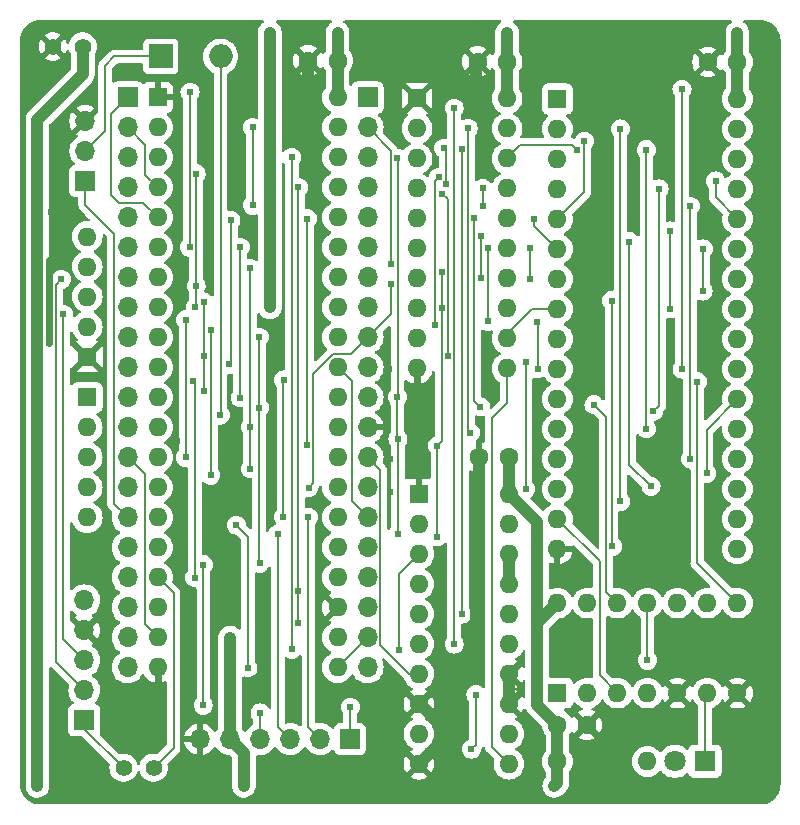
<source format=gbl>
%TF.GenerationSoftware,KiCad,Pcbnew,7.0.8*%
%TF.CreationDate,2024-05-03T21:11:10+09:00*%
%TF.ProjectId,MEZ88_RAM,4d455a38-385f-4524-914d-2e6b69636164,Rev 1.2*%
%TF.SameCoordinates,PX65317e4PY8319cac*%
%TF.FileFunction,Copper,L2,Bot*%
%TF.FilePolarity,Positive*%
%FSLAX46Y46*%
G04 Gerber Fmt 4.6, Leading zero omitted, Abs format (unit mm)*
G04 Created by KiCad (PCBNEW 7.0.8) date 2024-05-03 21:11:10*
%MOMM*%
%LPD*%
G01*
G04 APERTURE LIST*
%TA.AperFunction,ComponentPad*%
%ADD10R,1.600000X1.600000*%
%TD*%
%TA.AperFunction,ComponentPad*%
%ADD11O,1.600000X1.600000*%
%TD*%
%TA.AperFunction,ComponentPad*%
%ADD12R,1.700000X1.700000*%
%TD*%
%TA.AperFunction,ComponentPad*%
%ADD13O,1.700000X1.700000*%
%TD*%
%TA.AperFunction,ComponentPad*%
%ADD14C,1.400000*%
%TD*%
%TA.AperFunction,ComponentPad*%
%ADD15C,1.600000*%
%TD*%
%TA.AperFunction,ComponentPad*%
%ADD16R,2.000000X2.000000*%
%TD*%
%TA.AperFunction,ComponentPad*%
%ADD17O,2.000000X2.000000*%
%TD*%
%TA.AperFunction,ComponentPad*%
%ADD18R,1.800000X1.800000*%
%TD*%
%TA.AperFunction,ComponentPad*%
%ADD19C,1.800000*%
%TD*%
%TA.AperFunction,ViaPad*%
%ADD20C,0.605000*%
%TD*%
%TA.AperFunction,Conductor*%
%ADD21C,0.152400*%
%TD*%
%TA.AperFunction,Conductor*%
%ADD22C,1.000000*%
%TD*%
%TA.AperFunction,Conductor*%
%ADD23C,0.600000*%
%TD*%
G04 APERTURE END LIST*
D10*
X45800000Y9730000D03*
D11*
X48340000Y9730000D03*
X50880000Y9730000D03*
X53420000Y9730000D03*
X55960000Y9730000D03*
X58500000Y9730000D03*
X61040000Y9730000D03*
X61040000Y17350000D03*
X58500000Y17350000D03*
X55960000Y17350000D03*
X53420000Y17350000D03*
X50880000Y17350000D03*
X48340000Y17350000D03*
X45800000Y17350000D03*
D12*
X5830000Y53090000D03*
D13*
X5830000Y55630000D03*
X5830000Y58170000D03*
D10*
X5990000Y34770000D03*
D11*
X5990000Y32230000D03*
X5990000Y29690000D03*
X5990000Y27150000D03*
X5990000Y24610000D03*
D12*
X28260000Y5830000D03*
D13*
X25720000Y5830000D03*
X23180000Y5830000D03*
X20640000Y5830000D03*
X18100000Y5830000D03*
X15560000Y5830000D03*
D14*
X5620000Y64470000D03*
X3080000Y64470000D03*
D15*
X61040000Y63160000D03*
X58540000Y63160000D03*
D16*
X12210000Y63630000D03*
D17*
X17290000Y63630000D03*
D18*
X58300000Y3950000D03*
D19*
X55760000Y3950000D03*
D10*
X34080000Y26575000D03*
D11*
X34080000Y24035000D03*
X34080000Y21495000D03*
X34080000Y18955000D03*
X34080000Y16415000D03*
X34080000Y13875000D03*
X34080000Y11335000D03*
X34080000Y8795000D03*
X34080000Y6255000D03*
X34080000Y3715000D03*
X41700000Y3715000D03*
X41700000Y6255000D03*
X41700000Y8795000D03*
X41700000Y11335000D03*
X41700000Y13875000D03*
X41700000Y16415000D03*
X41700000Y18955000D03*
X41700000Y21495000D03*
X41700000Y24035000D03*
X41700000Y26575000D03*
D15*
X45800000Y7040000D03*
X48300000Y7040000D03*
X41700000Y29680000D03*
X39200000Y29680000D03*
X27195000Y63285000D03*
X24695000Y63285000D03*
D10*
X45800000Y60040000D03*
D11*
X45800000Y57500000D03*
X45800000Y54960000D03*
X45800000Y52420000D03*
X45800000Y49880000D03*
X45800000Y47340000D03*
X45800000Y44800000D03*
X45800000Y42260000D03*
X45800000Y39720000D03*
X45800000Y37180000D03*
X45800000Y34640000D03*
X45800000Y32100000D03*
X45800000Y29560000D03*
X45800000Y27020000D03*
X45800000Y24480000D03*
X45800000Y21940000D03*
X61040000Y21940000D03*
X61040000Y24480000D03*
X61040000Y27020000D03*
X61040000Y29560000D03*
X61040000Y32100000D03*
X61040000Y34640000D03*
X61040000Y37180000D03*
X61040000Y39720000D03*
X61040000Y42260000D03*
X61040000Y44800000D03*
X61040000Y47340000D03*
X61040000Y49880000D03*
X61040000Y52420000D03*
X61040000Y54960000D03*
X61040000Y57500000D03*
X61040000Y60040000D03*
D10*
X11955000Y60165000D03*
D11*
X11955000Y57625000D03*
X11955000Y55085000D03*
X11955000Y52545000D03*
X11955000Y50005000D03*
X11955000Y47465000D03*
X11955000Y44925000D03*
X11955000Y42385000D03*
X11955000Y39845000D03*
X11955000Y37305000D03*
X11955000Y34765000D03*
X11955000Y32225000D03*
X11955000Y29685000D03*
X11955000Y27145000D03*
X11955000Y24605000D03*
X11955000Y22065000D03*
X11955000Y19525000D03*
X11955000Y16985000D03*
X11955000Y14445000D03*
X11955000Y11905000D03*
X27195000Y11905000D03*
X27195000Y14445000D03*
X27195000Y16985000D03*
X27195000Y19525000D03*
X27195000Y22065000D03*
X27195000Y24605000D03*
X27195000Y27145000D03*
X27195000Y29685000D03*
X27195000Y32225000D03*
X27195000Y34765000D03*
X27195000Y37305000D03*
X27195000Y39845000D03*
X27195000Y42385000D03*
X27195000Y44925000D03*
X27195000Y47465000D03*
X27195000Y50005000D03*
X27195000Y52545000D03*
X27195000Y55085000D03*
X27195000Y57625000D03*
X27195000Y60165000D03*
D10*
X5990000Y38220000D03*
D11*
X5990000Y40760000D03*
X5990000Y43300000D03*
X5990000Y45840000D03*
X5990000Y48380000D03*
D15*
X45800000Y3950000D03*
D11*
X53420000Y3950000D03*
D10*
X33920000Y60080000D03*
D11*
X33920000Y57540000D03*
X33920000Y55000000D03*
X33920000Y52460000D03*
X33920000Y49920000D03*
X33920000Y47380000D03*
X33920000Y44840000D03*
X33920000Y42300000D03*
X33920000Y39760000D03*
X33920000Y37220000D03*
X41540000Y37220000D03*
X41540000Y39760000D03*
X41540000Y42300000D03*
X41540000Y44840000D03*
X41540000Y47380000D03*
X41540000Y49920000D03*
X41540000Y52460000D03*
X41540000Y55000000D03*
X41540000Y57540000D03*
X41540000Y60080000D03*
D12*
X5750000Y7420000D03*
D13*
X5750000Y9960000D03*
X5750000Y12500000D03*
X5750000Y15040000D03*
X5750000Y17580000D03*
D15*
X41540000Y63200000D03*
X39040000Y63200000D03*
D14*
X9070367Y3407033D03*
X11610367Y3407033D03*
D12*
X29735000Y60165000D03*
D13*
X29735000Y57625000D03*
X29735000Y55085000D03*
X29735000Y52545000D03*
X29735000Y50005000D03*
X29735000Y47465000D03*
X29735000Y44925000D03*
X29735000Y42385000D03*
X29735000Y39845000D03*
X29735000Y37305000D03*
X29735000Y34765000D03*
X29735000Y32225000D03*
X29735000Y29685000D03*
X29735000Y27145000D03*
X29735000Y24605000D03*
X29735000Y22065000D03*
X29735000Y19525000D03*
X29735000Y16985000D03*
X29735000Y14445000D03*
X29735000Y11905000D03*
D12*
X9415000Y60165000D03*
D13*
X9415000Y57625000D03*
X9415000Y55085000D03*
X9415000Y52545000D03*
X9415000Y50005000D03*
X9415000Y47465000D03*
X9415000Y44925000D03*
X9415000Y42385000D03*
X9415000Y39845000D03*
X9415000Y37305000D03*
X9415000Y34765000D03*
X9415000Y32225000D03*
X9415000Y29685000D03*
X9415000Y27145000D03*
X9415000Y24605000D03*
X9415000Y22065000D03*
X9415000Y19525000D03*
X9415000Y16985000D03*
X9415000Y14445000D03*
X9415000Y11905000D03*
D20*
X58710000Y33860000D03*
X58440000Y28330000D03*
X1770000Y1880000D03*
X27200000Y65630000D03*
X1770000Y34860000D03*
X45540026Y1880000D03*
X1770000Y19610000D03*
X21449989Y42390011D03*
X19270000Y1880000D03*
X41540000Y65630000D03*
X61040000Y65620000D03*
X21450000Y65630000D03*
X18100000Y14430000D03*
X14730000Y63550000D03*
X48970000Y47230000D03*
X45720000Y19340000D03*
X34065001Y32225001D03*
X16280000Y47420000D03*
X47550000Y13910000D03*
X31240000Y3580000D03*
X31650000Y26770000D03*
X25580000Y46350000D03*
X31590000Y29530000D03*
X43720000Y5000000D03*
X48510000Y26810000D03*
X58610000Y49670000D03*
X58900000Y24860000D03*
X21640000Y29880000D03*
X24695001Y59344999D03*
X63490000Y61480000D03*
X21710000Y33900000D03*
X25600000Y38560000D03*
X17680000Y25780000D03*
X48650000Y41030000D03*
X36700000Y6260000D03*
X14610000Y11890000D03*
X51220000Y14230000D03*
X49810000Y3810000D03*
X58520000Y56830000D03*
X17520000Y29840000D03*
X48560000Y37520000D03*
X49910000Y52170000D03*
X32850000Y63080000D03*
X44000000Y29610000D03*
X38820000Y13750000D03*
X13820000Y49990000D03*
X6000000Y21550000D03*
X39200000Y26480000D03*
X63440000Y38000000D03*
X38950000Y21500000D03*
X49120000Y49830000D03*
X13590000Y31050000D03*
X48460000Y24160000D03*
X54670000Y18820000D03*
X35910000Y17690000D03*
X49160000Y63180000D03*
X58740000Y40120000D03*
X17680000Y16990000D03*
X2930000Y50470000D03*
X19255000Y59345000D03*
X47430000Y11750000D03*
X19950000Y47000000D03*
X48360000Y29510000D03*
X16350000Y49810000D03*
X5540000Y3460000D03*
X14620000Y16980000D03*
X54330000Y21270000D03*
X21710000Y37940000D03*
X11970000Y8500000D03*
X18620000Y54830000D03*
X20865001Y16985002D03*
X35890000Y21250000D03*
X3360000Y56900000D03*
X3620000Y47190000D03*
X17730000Y18860000D03*
X48940000Y44490000D03*
X36810000Y10360000D03*
X37280000Y3590000D03*
X19725001Y63284999D03*
X61050000Y7010000D03*
X54630000Y30120000D03*
X39610000Y37100000D03*
X63170000Y19390000D03*
X14010000Y25770000D03*
X16130000Y54900000D03*
X33920000Y34460000D03*
X55820000Y33580000D03*
X38935082Y60204918D03*
X58300000Y13440000D03*
X59070000Y45150000D03*
X33990000Y29500000D03*
X15940000Y58410000D03*
X18110000Y36330000D03*
X43980000Y32390000D03*
X39360000Y32410000D03*
X31130000Y8770000D03*
X53220000Y7010000D03*
X23500000Y9940000D03*
X43710000Y60030000D03*
X54380000Y24850000D03*
X2790000Y39370000D03*
X38940000Y18970000D03*
X31520000Y37180000D03*
X31760000Y6910000D03*
X51440000Y11750000D03*
X36180000Y55860000D03*
X36390000Y52800000D03*
X59200000Y53090000D03*
X20000000Y51030000D03*
X20000000Y57620000D03*
X32300000Y23190000D03*
X32250000Y34770000D03*
X22130000Y23190000D03*
X32300000Y31250000D03*
X32260000Y55000000D03*
X36060000Y52010000D03*
X36540000Y38260000D03*
X43110000Y37780000D03*
X24720000Y24610000D03*
X22600000Y24610000D03*
X22620000Y36240000D03*
X43120000Y27010000D03*
X31740000Y44360000D03*
X24750000Y27130000D03*
X50390000Y42960000D03*
X14320000Y29680000D03*
X14340000Y41340000D03*
X50460000Y22150000D03*
X35760000Y53400000D03*
X35470000Y40910000D03*
X47460000Y55730000D03*
X53340000Y55730000D03*
X53340000Y32110000D03*
X18040000Y37550000D03*
X39490000Y52460000D03*
X39490000Y50948600D03*
X18160000Y49760000D03*
X57070000Y29550000D03*
X57050000Y50950000D03*
X19800000Y32230000D03*
X54410000Y52420000D03*
X19800000Y28720000D03*
X53920000Y33580000D03*
X19800000Y45680000D03*
X35650000Y30690000D03*
X36001100Y42300000D03*
X35640000Y22960000D03*
X36010000Y45340000D03*
X18950000Y47470000D03*
X39370000Y44840000D03*
X53730000Y27220000D03*
X18950000Y34750000D03*
X51900000Y47950000D03*
X39370000Y48408600D03*
X53420000Y12500000D03*
X24620000Y49910000D03*
X24620000Y30749998D03*
X55370000Y48850000D03*
X55370000Y42260000D03*
X56350000Y60860000D03*
X56360000Y37170000D03*
X14680000Y47470000D03*
X14700000Y60600000D03*
X31720000Y46030000D03*
X15220000Y53720000D03*
X58140000Y43770000D03*
X15155001Y42384999D03*
X15220000Y44210000D03*
X58150000Y47330000D03*
X14969998Y36190000D03*
X15096553Y19512272D03*
X15840000Y35340000D03*
X15840000Y38260000D03*
X57650000Y36100000D03*
X15870000Y42840000D03*
X3800000Y44760000D03*
X3970000Y41790000D03*
X17269998Y33270000D03*
X16460000Y28173600D03*
X16460000Y40430000D03*
X23870000Y18330000D03*
X23870000Y15660000D03*
X23870000Y52540000D03*
X20560000Y39850000D03*
X20560000Y33900000D03*
X20590002Y20720000D03*
X32430000Y13370000D03*
X23320000Y13440000D03*
X23320000Y55080000D03*
X48900000Y34150000D03*
X37060000Y59250000D03*
X37060000Y13880000D03*
X37718900Y55820000D03*
X37720000Y16410000D03*
X51140000Y25950000D03*
X51140000Y57490000D03*
X38520000Y4980000D03*
X15810000Y8700000D03*
X28260002Y8540000D03*
X15830000Y20590000D03*
X38900000Y9600000D03*
X18620000Y23950000D03*
X19600000Y11870000D03*
X38430000Y31790000D03*
X38250000Y57540000D03*
X38780000Y49920000D03*
X39270000Y33990000D03*
X44050000Y41130000D03*
X44140000Y37180000D03*
X39910000Y47380000D03*
X39910000Y41200000D03*
X43520000Y44800000D03*
X43520000Y47380000D03*
X43840000Y49910000D03*
X48090000Y56460000D03*
X20630000Y8050000D03*
D21*
X58440000Y32040000D02*
X58440000Y28330000D01*
X61040000Y34640000D02*
X58440000Y32040000D01*
D22*
X45800000Y7040000D02*
X44100000Y8740000D01*
X1770000Y34860000D02*
X1770000Y19610000D01*
X44100000Y24175000D02*
X41700000Y26575000D01*
X1770000Y58280000D02*
X5620000Y62130000D01*
X27195000Y60165000D02*
X27195000Y63285000D01*
X45800000Y2139974D02*
X45540026Y1880000D01*
X41700000Y26575000D02*
X41700000Y29680000D01*
X44100000Y15650000D02*
X45800000Y17350000D01*
X44100000Y15650000D02*
X44100000Y24175000D01*
X61040000Y65620000D02*
X61040000Y63160000D01*
X5620000Y62130000D02*
X5620000Y64470000D01*
X21450000Y65630000D02*
X21450000Y42390000D01*
X45800000Y3950000D02*
X45800000Y7040000D01*
X19270000Y4660000D02*
X19270000Y1880000D01*
X18100000Y5830000D02*
X18100000Y14430000D01*
X1770000Y34860000D02*
X1770000Y58280000D01*
X18100000Y5830000D02*
X19270000Y4660000D01*
X41540000Y63200000D02*
X41540000Y60080000D01*
X45800000Y3950000D02*
X45800000Y2139974D01*
X1770000Y19610000D02*
X1770000Y1880000D01*
X44100000Y8740000D02*
X44100000Y15650000D01*
X41540000Y63200000D02*
X41540000Y65630000D01*
X21450000Y42390000D02*
X21449989Y42390011D01*
X27195000Y63285000D02*
X27195000Y65625000D01*
X61040000Y63160000D02*
X61040000Y60040000D01*
D23*
X10290000Y8500000D02*
X7530000Y11260000D01*
D22*
X36625000Y6260000D02*
X34080000Y3715000D01*
X41700000Y21495000D02*
X41700000Y18955000D01*
D23*
X3620000Y47190000D02*
X2790000Y46360000D01*
D22*
X39200000Y29680000D02*
X39200000Y26480000D01*
X34165000Y8795000D02*
X36700000Y6260000D01*
D23*
X7530000Y11260000D02*
X7530000Y13260000D01*
D22*
X38820000Y12370000D02*
X36810000Y10360000D01*
D23*
X14620000Y16980000D02*
X14620000Y11900000D01*
D22*
X38940000Y18970000D02*
X38940000Y13870000D01*
D23*
X2790000Y46360000D02*
X2790000Y39370000D01*
D22*
X38950000Y21500000D02*
X38950000Y26230000D01*
D23*
X33920000Y37220000D02*
X33920000Y34460000D01*
D22*
X38950000Y21500000D02*
X38950000Y18980000D01*
X36700000Y6260000D02*
X36625000Y6260000D01*
X38935082Y63095082D02*
X39040000Y63200000D01*
X41700000Y11335000D02*
X41700000Y8795000D01*
X38950000Y26230000D02*
X39200000Y26480000D01*
X38820000Y13750000D02*
X38820000Y12370000D01*
X24695000Y63285000D02*
X24695001Y59344999D01*
X38940000Y13870000D02*
X38820000Y13750000D01*
D23*
X11970000Y8500000D02*
X10290000Y8500000D01*
X14620000Y11900000D02*
X14610000Y11890000D01*
X7530000Y13260000D02*
X5750000Y15040000D01*
D22*
X34080000Y8795000D02*
X34165000Y8795000D01*
D23*
X11955000Y11905000D02*
X11955000Y8515000D01*
D22*
X38935082Y60204918D02*
X38935082Y63095082D01*
X38950000Y18980000D02*
X38940000Y18970000D01*
D21*
X10850000Y28250000D02*
X9415000Y29685000D01*
X10850000Y15550000D02*
X10850000Y28250000D01*
X11955000Y14445000D02*
X10850000Y15550000D01*
X10926400Y56113600D02*
X9415000Y57625000D01*
X11955000Y52545000D02*
X10926400Y53573600D01*
X10926400Y53573600D02*
X10926400Y56113600D01*
X9443548Y57625000D02*
X9415000Y57625000D01*
X36390000Y55650000D02*
X36390000Y52800000D01*
X59200000Y53090000D02*
X59200000Y51720000D01*
X36180000Y55860000D02*
X36390000Y55650000D01*
X59200000Y51720000D02*
X61040000Y49880000D01*
X20000000Y51030000D02*
X20000000Y57620000D01*
X32250000Y31300000D02*
X32300000Y31250000D01*
X32260000Y55000000D02*
X32271100Y54988900D01*
X32250000Y34770000D02*
X32250000Y31300000D01*
X32271100Y54988900D02*
X32271100Y34791100D01*
X32300000Y23190000D02*
X32300000Y31250000D01*
X22130000Y6880000D02*
X22130000Y23190000D01*
X23180000Y5830000D02*
X22130000Y6880000D01*
X32271100Y34791100D02*
X32250000Y34770000D01*
X25720000Y5830000D02*
X24720000Y6830000D01*
X36541100Y38261100D02*
X36540000Y38260000D01*
X22600000Y36220000D02*
X22620000Y36240000D01*
X43120000Y27010000D02*
X43110000Y27020000D01*
X43110000Y27020000D02*
X43110000Y37780000D01*
X24720000Y6830000D02*
X24720000Y24610000D01*
X22600000Y24610000D02*
X22600000Y36220000D01*
X36060000Y52010000D02*
X36541100Y51528900D01*
X36541100Y51528900D02*
X36541100Y38261100D01*
X28300000Y38410000D02*
X29735000Y39845000D01*
X26780000Y38410000D02*
X28300000Y38410000D01*
X24750000Y27130000D02*
X25151100Y27531100D01*
X49368600Y20911400D02*
X45800000Y24480000D01*
X49368600Y11241400D02*
X49368600Y20911400D01*
X31740000Y44360000D02*
X31740000Y41850000D01*
X25151100Y27531100D02*
X25151100Y36781100D01*
X50880000Y9730000D02*
X49368600Y11241400D01*
X25151100Y36781100D02*
X26780000Y38410000D01*
X31740000Y41850000D02*
X29735000Y39845000D01*
X50390000Y42960000D02*
X50390000Y22220000D01*
X50390000Y22220000D02*
X50460000Y22150000D01*
X14320000Y29680000D02*
X14320000Y41320000D01*
X8300000Y63630000D02*
X12210000Y63630000D01*
X7518900Y57318900D02*
X7518900Y62848900D01*
X7518900Y62848900D02*
X8300000Y63630000D01*
X5830000Y55630000D02*
X7518900Y57318900D01*
X58300000Y3950000D02*
X58300000Y9530000D01*
X58300000Y9530000D02*
X58500000Y9730000D01*
X42650000Y56110000D02*
X41540000Y55000000D01*
X47080000Y56110000D02*
X42650000Y56110000D01*
X35470000Y53110000D02*
X35760000Y53400000D01*
X53340000Y32110000D02*
X53340000Y55730000D01*
X47460000Y55730000D02*
X47080000Y56110000D01*
X35470000Y40910000D02*
X35470000Y53110000D01*
X57050000Y29570000D02*
X57070000Y29550000D01*
X18160000Y49760000D02*
X18160000Y37670000D01*
X18160000Y37670000D02*
X18040000Y37550000D01*
X39490000Y52460000D02*
X39490000Y50948600D01*
X57050000Y50950000D02*
X57050000Y29570000D01*
X54410000Y52420000D02*
X54410000Y34070000D01*
X19800000Y32230000D02*
X19800000Y45680000D01*
X19800000Y28720000D02*
X19800000Y32230000D01*
X54410000Y34070000D02*
X53920000Y33580000D01*
X36001100Y42300000D02*
X36001100Y45331100D01*
X36001100Y31041100D02*
X36001100Y42300000D01*
X35640000Y22960000D02*
X35640000Y30680000D01*
X36001100Y45331100D02*
X36010000Y45340000D01*
X35640000Y30680000D02*
X35650000Y30690000D01*
X35650000Y30690000D02*
X36001100Y31041100D01*
X51900000Y29050000D02*
X51900000Y47950000D01*
X53730000Y27220000D02*
X51900000Y29050000D01*
X39370000Y44840000D02*
X39370000Y48408600D01*
X18950000Y34750000D02*
X18950000Y47470000D01*
X53420000Y12500000D02*
X53420000Y17350000D01*
X30813600Y28606400D02*
X30813600Y13801400D01*
X24620000Y49910000D02*
X24620000Y30749998D01*
X33280000Y11335000D02*
X34080000Y11335000D01*
X30813600Y13801400D02*
X33280000Y11335000D01*
X29735000Y29685000D02*
X30813600Y28606400D01*
X11955000Y50005000D02*
X10700000Y51260000D01*
X8660000Y51260000D02*
X8050000Y51870000D01*
X55370000Y48850000D02*
X55370000Y42260000D01*
X10700000Y51260000D02*
X8660000Y51260000D01*
X8050000Y58800000D02*
X9415000Y60165000D01*
X8050000Y51870000D02*
X8050000Y58800000D01*
X56350000Y60860000D02*
X56350000Y37180000D01*
X14700000Y60600000D02*
X14688900Y60588900D01*
X14688900Y47501100D02*
X14700000Y47490000D01*
X14688900Y60588900D02*
X14688900Y47501100D01*
X31720000Y46030000D02*
X31720000Y55640000D01*
X31720000Y55640000D02*
X29735000Y57625000D01*
X15220000Y42440000D02*
X15220000Y44210000D01*
X58140000Y43770000D02*
X58140000Y47320000D01*
X58140000Y47320000D02*
X58150000Y47330000D01*
X15220000Y53720000D02*
X15220000Y44210000D01*
X11610367Y3407033D02*
X13310000Y5106666D01*
X13310000Y5106666D02*
X13310000Y18170000D01*
X14969998Y36190000D02*
X15100000Y36059998D01*
X15100000Y36059998D02*
X15100000Y19515719D01*
X15100000Y19515719D02*
X15096553Y19512272D01*
X13310000Y18170000D02*
X11955000Y19525000D01*
X15870000Y42840000D02*
X15870000Y38290000D01*
X57650000Y20740000D02*
X61040000Y17350000D01*
X41540000Y37220000D02*
X41540000Y34280000D01*
X41540000Y34280000D02*
X40240000Y32980000D01*
X15870000Y38290000D02*
X15840000Y38260000D01*
X40240000Y5175000D02*
X41700000Y3715000D01*
X57650000Y36100000D02*
X57650000Y20740000D01*
X15840000Y35340000D02*
X15840000Y38260000D01*
X40240000Y32980000D02*
X40240000Y5175000D01*
X3340000Y12370000D02*
X3340000Y44300000D01*
X5750000Y9960000D02*
X3340000Y12370000D01*
X3340000Y44300000D02*
X3800000Y44760000D01*
X3970000Y14280000D02*
X5750000Y12500000D01*
X3970000Y41790000D02*
X3970000Y14280000D01*
X17290000Y33290002D02*
X17269998Y33270000D01*
X17290000Y63630000D02*
X17290000Y33290002D01*
X8250000Y48620000D02*
X5830000Y51040000D01*
X9415000Y24605000D02*
X8250000Y25770000D01*
X8250000Y25770000D02*
X8250000Y48620000D01*
X5830000Y51040000D02*
X5830000Y53090000D01*
X16460000Y40430000D02*
X16460000Y28173600D01*
X23870000Y18330000D02*
X23870000Y15660000D01*
X23870000Y52540000D02*
X23870000Y18330000D01*
X20560000Y33900000D02*
X20560000Y20750002D01*
X20560000Y39850000D02*
X20560000Y33900000D01*
X23320000Y55080000D02*
X23320000Y13440000D01*
X32430000Y19845000D02*
X34080000Y21495000D01*
X32430000Y13370000D02*
X32430000Y19845000D01*
X48900000Y34150000D02*
X49928900Y33121100D01*
X49928900Y18301100D02*
X50880000Y17350000D01*
X49928900Y33121100D02*
X49928900Y18301100D01*
X37071100Y13891100D02*
X37060000Y13880000D01*
X37071100Y59238900D02*
X37071100Y13891100D01*
X37060000Y59250000D02*
X37071100Y59238900D01*
X37720000Y55818900D02*
X37718900Y55820000D01*
X37720000Y16410000D02*
X37720000Y55818900D01*
X51140000Y57490000D02*
X51140000Y25950000D01*
X28260000Y5830000D02*
X28260000Y8539998D01*
X15830000Y20590000D02*
X15830000Y8720000D01*
X38900000Y9600000D02*
X38900000Y5360000D01*
X38900000Y5360000D02*
X38520000Y4980000D01*
X27195000Y37305000D02*
X28390000Y36110000D01*
X28390000Y25950000D02*
X29735000Y24605000D01*
X28390000Y36110000D02*
X28390000Y25950000D01*
X19600000Y22970000D02*
X19600000Y11870000D01*
X18620000Y23950000D02*
X19600000Y22970000D01*
X27195000Y11905000D02*
X29735000Y14445000D01*
X38250000Y50141089D02*
X38248900Y50139989D01*
X38248900Y50139989D02*
X38248900Y31971100D01*
X38248900Y31971100D02*
X38430000Y31790000D01*
X38250000Y57540000D02*
X38250000Y50141089D01*
X38780000Y49920000D02*
X38780000Y34480000D01*
X38780000Y34480000D02*
X39270000Y33990000D01*
X44140000Y41040000D02*
X44050000Y41130000D01*
X44140000Y37180000D02*
X44140000Y41040000D01*
X39910000Y47380000D02*
X39910000Y41200000D01*
X45800000Y42260000D02*
X43670000Y42260000D01*
X43670000Y42260000D02*
X41540000Y40130000D01*
X41540000Y40130000D02*
X41540000Y39760000D01*
X43520000Y47380000D02*
X43520000Y44800000D01*
X43840000Y49300000D02*
X45800000Y47340000D01*
X43840000Y49910000D02*
X43840000Y49300000D01*
X48090000Y56460000D02*
X48090000Y52170000D01*
X48090000Y52170000D02*
X45800000Y49880000D01*
X9070367Y3407033D02*
X5750000Y6727400D01*
X5750000Y6727400D02*
X5750000Y7420000D01*
X20640000Y5830000D02*
X20640000Y8040000D01*
X20640000Y8040000D02*
X20630000Y8050000D01*
%TA.AperFunction,Conductor*%
G36*
X7485080Y48567140D02*
G01*
X7500036Y48554387D01*
X7636981Y48417442D01*
X7670466Y48356119D01*
X7673300Y48329761D01*
X7673300Y25811865D01*
X7672769Y25803764D01*
X7668324Y25770002D01*
X7668324Y25769999D01*
X7688143Y25619453D01*
X7688144Y25619451D01*
X7746254Y25479161D01*
X7798773Y25410717D01*
X7831800Y25367675D01*
X7838693Y25358693D01*
X7852288Y25348261D01*
X7865711Y25337961D01*
X7871806Y25332617D01*
X7982479Y25221944D01*
X8089346Y25115077D01*
X8122831Y25053754D01*
X8121440Y24995303D01*
X8079938Y24840414D01*
X8079936Y24840404D01*
X8059341Y24605001D01*
X8059341Y24605000D01*
X8079936Y24369597D01*
X8079938Y24369587D01*
X8141094Y24141345D01*
X8141096Y24141341D01*
X8141097Y24141337D01*
X8205838Y24002500D01*
X8240965Y23927170D01*
X8240967Y23927166D01*
X8376501Y23733605D01*
X8376506Y23733598D01*
X8543597Y23566507D01*
X8543603Y23566502D01*
X8729158Y23436575D01*
X8772783Y23381998D01*
X8779977Y23312500D01*
X8748454Y23250145D01*
X8729158Y23233425D01*
X8543597Y23103495D01*
X8376505Y22936403D01*
X8240965Y22742831D01*
X8240964Y22742829D01*
X8141098Y22528665D01*
X8141094Y22528656D01*
X8079938Y22300414D01*
X8079936Y22300404D01*
X8059341Y22065001D01*
X8059341Y22065000D01*
X8079936Y21829597D01*
X8079938Y21829587D01*
X8141094Y21601345D01*
X8141096Y21601341D01*
X8141097Y21601337D01*
X8205838Y21462500D01*
X8240965Y21387170D01*
X8240967Y21387166D01*
X8376501Y21193605D01*
X8376506Y21193598D01*
X8543597Y21026507D01*
X8543603Y21026502D01*
X8729158Y20896575D01*
X8772783Y20841998D01*
X8779977Y20772500D01*
X8748454Y20710145D01*
X8729158Y20693425D01*
X8543597Y20563495D01*
X8376505Y20396403D01*
X8240965Y20202831D01*
X8240964Y20202829D01*
X8160995Y20031335D01*
X8144309Y19995550D01*
X8141098Y19988665D01*
X8141094Y19988656D01*
X8079938Y19760414D01*
X8079936Y19760404D01*
X8059341Y19525001D01*
X8059341Y19525000D01*
X8079936Y19289597D01*
X8079938Y19289587D01*
X8141094Y19061345D01*
X8141096Y19061341D01*
X8141097Y19061337D01*
X8225428Y18880490D01*
X8240965Y18847170D01*
X8240967Y18847166D01*
X8332667Y18716206D01*
X8375196Y18655468D01*
X8376501Y18653605D01*
X8376506Y18653598D01*
X8543597Y18486507D01*
X8543603Y18486502D01*
X8729158Y18356575D01*
X8772783Y18301998D01*
X8779977Y18232500D01*
X8748454Y18170145D01*
X8729158Y18153425D01*
X8543597Y18023495D01*
X8376505Y17856403D01*
X8240965Y17662831D01*
X8240964Y17662829D01*
X8141098Y17448665D01*
X8141094Y17448656D01*
X8079938Y17220414D01*
X8079936Y17220404D01*
X8059341Y16985001D01*
X8059341Y16985000D01*
X8079936Y16749597D01*
X8079938Y16749587D01*
X8141094Y16521345D01*
X8141096Y16521341D01*
X8141097Y16521337D01*
X8229296Y16332195D01*
X8240965Y16307170D01*
X8240967Y16307166D01*
X8376501Y16113605D01*
X8376506Y16113598D01*
X8543597Y15946507D01*
X8543603Y15946502D01*
X8729158Y15816575D01*
X8772783Y15761998D01*
X8779977Y15692500D01*
X8748454Y15630145D01*
X8729158Y15613425D01*
X8543597Y15483495D01*
X8376505Y15316403D01*
X8240965Y15122831D01*
X8240964Y15122829D01*
X8141098Y14908665D01*
X8141094Y14908656D01*
X8079938Y14680414D01*
X8079936Y14680404D01*
X8059341Y14445001D01*
X8059341Y14445000D01*
X8079936Y14209597D01*
X8079938Y14209587D01*
X8141094Y13981345D01*
X8141096Y13981341D01*
X8141097Y13981337D01*
X8225536Y13800257D01*
X8240965Y13767170D01*
X8240967Y13767166D01*
X8376501Y13573605D01*
X8376506Y13573598D01*
X8543597Y13406507D01*
X8543603Y13406502D01*
X8729158Y13276575D01*
X8772783Y13221998D01*
X8779977Y13152500D01*
X8748454Y13090145D01*
X8729158Y13073425D01*
X8543597Y12943495D01*
X8376505Y12776403D01*
X8240965Y12582831D01*
X8240964Y12582829D01*
X8141098Y12368665D01*
X8141094Y12368656D01*
X8079938Y12140414D01*
X8079936Y12140404D01*
X8059341Y11905001D01*
X8059341Y11905000D01*
X8079936Y11669597D01*
X8079938Y11669587D01*
X8141094Y11441345D01*
X8141096Y11441341D01*
X8141097Y11441337D01*
X8234329Y11241400D01*
X8240965Y11227170D01*
X8240967Y11227166D01*
X8336417Y11090851D01*
X8376505Y11033599D01*
X8543599Y10866505D01*
X8630450Y10805691D01*
X8737165Y10730968D01*
X8737167Y10730967D01*
X8737170Y10730965D01*
X8951337Y10631097D01*
X8951343Y10631096D01*
X8951344Y10631095D01*
X8995114Y10619367D01*
X9179592Y10569937D01*
X9367918Y10553461D01*
X9414999Y10549341D01*
X9415000Y10549341D01*
X9415001Y10549341D01*
X9454234Y10552774D01*
X9650408Y10569937D01*
X9878663Y10631097D01*
X10092830Y10730965D01*
X10286401Y10866505D01*
X10453495Y11033599D01*
X10589035Y11227170D01*
X10600479Y11251713D01*
X10646649Y11304149D01*
X10713842Y11323302D01*
X10780724Y11303087D01*
X10821043Y11256558D01*
X10822161Y11257203D01*
X10824865Y11252519D01*
X10955342Y11066180D01*
X11116179Y10905343D01*
X11302517Y10774866D01*
X11508673Y10678735D01*
X11508682Y10678731D01*
X11704999Y10626128D01*
X11705000Y10626129D01*
X11705000Y11589314D01*
X11716955Y11577359D01*
X11829852Y11519835D01*
X11923519Y11505000D01*
X11986481Y11505000D01*
X12080148Y11519835D01*
X12193045Y11577359D01*
X12205000Y11589314D01*
X12205000Y10626128D01*
X12401317Y10678731D01*
X12401326Y10678735D01*
X12556895Y10751277D01*
X12625973Y10761769D01*
X12689757Y10733249D01*
X12727996Y10674773D01*
X12733300Y10638895D01*
X12733300Y5396906D01*
X12713615Y5329867D01*
X12696981Y5309225D01*
X11998404Y4610648D01*
X11937081Y4577163D01*
X11887940Y4576441D01*
X11721610Y4607533D01*
X11499124Y4607533D01*
X11280427Y4566651D01*
X11201832Y4536203D01*
X11072968Y4486281D01*
X11072962Y4486279D01*
X10883806Y4369159D01*
X10883804Y4369157D01*
X10719387Y4219272D01*
X10585310Y4041725D01*
X10585305Y4041717D01*
X10486142Y3842572D01*
X10486136Y3842557D01*
X10459633Y3749406D01*
X10422354Y3690312D01*
X10359044Y3660755D01*
X10289805Y3670117D01*
X10236618Y3715427D01*
X10221101Y3749406D01*
X10208038Y3795316D01*
X10194596Y3842561D01*
X10194591Y3842572D01*
X10095428Y4041717D01*
X10095423Y4041725D01*
X9961346Y4219272D01*
X9796929Y4369157D01*
X9796927Y4369159D01*
X9607771Y4486279D01*
X9607765Y4486281D01*
X9400307Y4566651D01*
X9181610Y4607533D01*
X8959124Y4607533D01*
X8792793Y4576441D01*
X8723280Y4583471D01*
X8682329Y4610648D01*
X7078823Y6214154D01*
X7045338Y6275477D01*
X7050321Y6345166D01*
X7094091Y6462517D01*
X7100500Y6522127D01*
X7100499Y8317872D01*
X7094091Y8377483D01*
X7089368Y8390145D01*
X7043797Y8512329D01*
X7043793Y8512336D01*
X6957547Y8627545D01*
X6957544Y8627548D01*
X6842335Y8713794D01*
X6842328Y8713798D01*
X6710917Y8762811D01*
X6654983Y8804682D01*
X6630566Y8870147D01*
X6645418Y8938420D01*
X6666563Y8966668D01*
X6788495Y9088599D01*
X6924035Y9282170D01*
X7023903Y9496337D01*
X7085063Y9724592D01*
X7105659Y9960000D01*
X7085063Y10195408D01*
X7034870Y10382734D01*
X7023905Y10423656D01*
X7023904Y10423657D01*
X7023903Y10423663D01*
X6924035Y10637829D01*
X6895725Y10678261D01*
X6788494Y10831403D01*
X6621402Y10998494D01*
X6621396Y10998499D01*
X6435842Y11128425D01*
X6392217Y11183002D01*
X6385023Y11252500D01*
X6416546Y11314855D01*
X6435842Y11331575D01*
X6485249Y11366170D01*
X6621401Y11461505D01*
X6788495Y11628599D01*
X6924035Y11822170D01*
X7023903Y12036337D01*
X7085063Y12264592D01*
X7105659Y12500000D01*
X7085063Y12735408D01*
X7038626Y12908715D01*
X7023905Y12963656D01*
X7023904Y12963657D01*
X7023903Y12963663D01*
X6924035Y13177829D01*
X6910262Y13197500D01*
X6788494Y13371403D01*
X6621402Y13538494D01*
X6621401Y13538495D01*
X6435405Y13668731D01*
X6391781Y13723308D01*
X6384588Y13792807D01*
X6416110Y13855161D01*
X6435405Y13871881D01*
X6511373Y13925075D01*
X5882533Y14553914D01*
X5892315Y14555320D01*
X6023100Y14615048D01*
X6131761Y14709202D01*
X6209493Y14830156D01*
X6233076Y14910476D01*
X6864925Y14278627D01*
X6864926Y14278627D01*
X6923598Y14362418D01*
X6923600Y14362422D01*
X7023429Y14576508D01*
X7023433Y14576517D01*
X7084567Y14804674D01*
X7084569Y14804685D01*
X7105157Y15039999D01*
X7105157Y15040002D01*
X7084569Y15275316D01*
X7084567Y15275327D01*
X7023433Y15503484D01*
X7023429Y15503493D01*
X6923600Y15717577D01*
X6923599Y15717579D01*
X6864925Y15801374D01*
X6864925Y15801375D01*
X6233076Y15169525D01*
X6209493Y15249844D01*
X6131761Y15370798D01*
X6023100Y15464952D01*
X5892315Y15524680D01*
X5882533Y15526087D01*
X6511373Y16154927D01*
X6511373Y16154928D01*
X6435405Y16208120D01*
X6391780Y16262696D01*
X6384586Y16332195D01*
X6416108Y16394549D01*
X6435399Y16411266D01*
X6621401Y16541505D01*
X6788495Y16708599D01*
X6924035Y16902170D01*
X7023903Y17116337D01*
X7085063Y17344592D01*
X7105659Y17580000D01*
X7085063Y17815408D01*
X7034870Y18002734D01*
X7023905Y18043656D01*
X7023904Y18043657D01*
X7023903Y18043663D01*
X6924035Y18257829D01*
X6916264Y18268928D01*
X6788494Y18451403D01*
X6621402Y18618494D01*
X6621395Y18618499D01*
X6613400Y18624097D01*
X6548056Y18669852D01*
X6427834Y18754033D01*
X6427830Y18754035D01*
X6377533Y18777489D01*
X6213663Y18853903D01*
X6213659Y18853904D01*
X6213655Y18853906D01*
X5985413Y18915062D01*
X5985403Y18915064D01*
X5750001Y18935659D01*
X5749999Y18935659D01*
X5514596Y18915064D01*
X5514586Y18915062D01*
X5286344Y18853906D01*
X5286335Y18853902D01*
X5072171Y18754036D01*
X5072169Y18754035D01*
X4878597Y18618495D01*
X4758381Y18498278D01*
X4697058Y18464793D01*
X4627366Y18469777D01*
X4571433Y18511649D01*
X4547016Y18577113D01*
X4546700Y18585959D01*
X4546700Y24068594D01*
X4566385Y24135633D01*
X4619189Y24181388D01*
X4688347Y24191332D01*
X4751903Y24162307D01*
X4783080Y24121001D01*
X4823882Y24033503D01*
X4859431Y23957268D01*
X4859432Y23957266D01*
X4989954Y23770859D01*
X5150858Y23609955D01*
X5165951Y23599387D01*
X5337266Y23479432D01*
X5543504Y23383261D01*
X5543509Y23383260D01*
X5543511Y23383259D01*
X5562164Y23378261D01*
X5763308Y23324365D01*
X5920494Y23310613D01*
X5989998Y23304532D01*
X5990000Y23304532D01*
X5990002Y23304532D01*
X6059506Y23310613D01*
X6216692Y23324365D01*
X6436496Y23383261D01*
X6642734Y23479432D01*
X6829139Y23609953D01*
X6990047Y23770861D01*
X7120568Y23957266D01*
X7216739Y24163504D01*
X7275635Y24383308D01*
X7292999Y24581783D01*
X7295468Y24609999D01*
X7295468Y24610002D01*
X7287009Y24706687D01*
X7275635Y24836692D01*
X7219401Y25046563D01*
X7216741Y25056489D01*
X7216738Y25056498D01*
X7120568Y25262734D01*
X6990047Y25449139D01*
X6990045Y25449142D01*
X6829141Y25610046D01*
X6642734Y25740568D01*
X6642728Y25740571D01*
X6584725Y25767618D01*
X6532285Y25813790D01*
X6513133Y25880983D01*
X6533348Y25947865D01*
X6584725Y25992382D01*
X6642734Y26019432D01*
X6829139Y26149953D01*
X6990047Y26310861D01*
X7120568Y26497266D01*
X7216739Y26703504D01*
X7275635Y26923308D01*
X7294486Y27138775D01*
X7295468Y27149999D01*
X7295468Y27150002D01*
X7287009Y27246687D01*
X7275635Y27376692D01*
X7219265Y27587070D01*
X7216741Y27596489D01*
X7216738Y27596498D01*
X7120568Y27802734D01*
X6996875Y27979388D01*
X6990045Y27989142D01*
X6829141Y28150046D01*
X6642734Y28280568D01*
X6642728Y28280571D01*
X6584725Y28307618D01*
X6532285Y28353790D01*
X6513133Y28420983D01*
X6533348Y28487865D01*
X6584725Y28532382D01*
X6642734Y28559432D01*
X6829139Y28689953D01*
X6990047Y28850861D01*
X7120568Y29037266D01*
X7216739Y29243504D01*
X7275635Y29463308D01*
X7294593Y29680000D01*
X7295468Y29689999D01*
X7295468Y29690002D01*
X7287009Y29786687D01*
X7275635Y29916692D01*
X7219265Y30127070D01*
X7216741Y30136489D01*
X7216738Y30136498D01*
X7199374Y30173735D01*
X7120568Y30342734D01*
X6990047Y30529139D01*
X6990045Y30529142D01*
X6829141Y30690046D01*
X6642734Y30820568D01*
X6642728Y30820571D01*
X6584725Y30847618D01*
X6532285Y30893790D01*
X6513133Y30960983D01*
X6533348Y31027865D01*
X6584725Y31072382D01*
X6642734Y31099432D01*
X6829139Y31229953D01*
X6990047Y31390861D01*
X7120568Y31577266D01*
X7216739Y31783504D01*
X7275635Y32003308D01*
X7294570Y32219734D01*
X7295468Y32229999D01*
X7295468Y32230002D01*
X7287009Y32326687D01*
X7275635Y32456692D01*
X7223851Y32649952D01*
X7216741Y32676489D01*
X7216738Y32676498D01*
X7201265Y32709680D01*
X7120568Y32882734D01*
X6990047Y33069139D01*
X6990045Y33069142D01*
X6829143Y33230044D01*
X6828390Y33230571D01*
X6804535Y33247275D01*
X6760912Y33301851D01*
X6753719Y33371350D01*
X6785241Y33433704D01*
X6845471Y33469118D01*
X6862404Y33472139D01*
X6897483Y33475909D01*
X7032331Y33526204D01*
X7147546Y33612454D01*
X7233796Y33727669D01*
X7284091Y33862517D01*
X7290500Y33922127D01*
X7290499Y35617872D01*
X7285299Y35666243D01*
X7284091Y35677484D01*
X7233797Y35812329D01*
X7233793Y35812336D01*
X7147547Y35927545D01*
X7147544Y35927548D01*
X7032335Y36013794D01*
X7032328Y36013798D01*
X6897482Y36064092D01*
X6897483Y36064092D01*
X6837883Y36070499D01*
X6837881Y36070500D01*
X6837873Y36070500D01*
X6837864Y36070500D01*
X5142129Y36070500D01*
X5142123Y36070499D01*
X5082516Y36064092D01*
X4947671Y36013798D01*
X4947664Y36013794D01*
X4832455Y35927548D01*
X4832452Y35927545D01*
X4769966Y35844074D01*
X4714032Y35802203D01*
X4644341Y35797219D01*
X4583018Y35830705D01*
X4549534Y35892028D01*
X4546700Y35918385D01*
X4546700Y37169452D01*
X4566385Y37236491D01*
X4619189Y37282246D01*
X4688347Y37292190D01*
X4697061Y37290618D01*
X4705277Y37288831D01*
X5592046Y38175600D01*
X5604835Y38094852D01*
X5662359Y37981955D01*
X5751955Y37892359D01*
X5864852Y37834835D01*
X5945599Y37822047D01*
X5058829Y36935278D01*
X5082623Y36926403D01*
X5082627Y36926402D01*
X5142155Y36920001D01*
X5142172Y36920000D01*
X6837828Y36920000D01*
X6837844Y36920001D01*
X6897375Y36926402D01*
X6921170Y36935277D01*
X6921170Y36935278D01*
X6034400Y37822047D01*
X6115148Y37834835D01*
X6228045Y37892359D01*
X6317641Y37981955D01*
X6375165Y38094852D01*
X6387953Y38175600D01*
X7274722Y37288830D01*
X7274723Y37288830D01*
X7283598Y37312625D01*
X7289999Y37372156D01*
X7290000Y37372173D01*
X7290000Y39067828D01*
X7289999Y39067845D01*
X7283598Y39127373D01*
X7283597Y39127377D01*
X7274722Y39151171D01*
X6387953Y38264402D01*
X6375165Y38345148D01*
X6317641Y38458045D01*
X6228045Y38547641D01*
X6115148Y38605165D01*
X6034401Y38617954D01*
X6921170Y39504724D01*
X6897373Y39513599D01*
X6897374Y39513599D01*
X6861778Y39517426D01*
X6797228Y39544165D01*
X6757381Y39601559D01*
X6754888Y39671384D01*
X6790542Y39731472D01*
X6803908Y39742287D01*
X6829139Y39759953D01*
X6990047Y39920861D01*
X7120568Y40107266D01*
X7216739Y40313504D01*
X7275635Y40533308D01*
X7295468Y40760000D01*
X7275635Y40986692D01*
X7219166Y41197439D01*
X7216741Y41206489D01*
X7216738Y41206498D01*
X7202709Y41236583D01*
X7120568Y41412734D01*
X7001733Y41582450D01*
X6990045Y41599142D01*
X6829141Y41760046D01*
X6642734Y41890568D01*
X6642728Y41890571D01*
X6584725Y41917618D01*
X6532285Y41963790D01*
X6513133Y42030983D01*
X6533348Y42097865D01*
X6584725Y42142382D01*
X6642734Y42169432D01*
X6829139Y42299953D01*
X6990047Y42460861D01*
X7120568Y42647266D01*
X7216739Y42853504D01*
X7275635Y43073308D01*
X7295468Y43300000D01*
X7294539Y43310613D01*
X7284664Y43423494D01*
X7275635Y43526692D01*
X7223071Y43722865D01*
X7216741Y43746489D01*
X7216738Y43746498D01*
X7204076Y43773651D01*
X7120568Y43952734D01*
X6990047Y44139139D01*
X6990045Y44139142D01*
X6829141Y44300046D01*
X6642734Y44430568D01*
X6642728Y44430571D01*
X6602377Y44449387D01*
X6584724Y44457619D01*
X6532285Y44503790D01*
X6513133Y44570983D01*
X6533348Y44637865D01*
X6584725Y44682382D01*
X6642734Y44709432D01*
X6829139Y44839953D01*
X6990047Y45000861D01*
X7120568Y45187266D01*
X7128543Y45204367D01*
X7173196Y45300127D01*
X7216739Y45393504D01*
X7275635Y45613308D01*
X7295468Y45840000D01*
X7275635Y46066692D01*
X7223071Y46262865D01*
X7216741Y46286489D01*
X7216738Y46286498D01*
X7182652Y46359595D01*
X7120568Y46492734D01*
X7009473Y46651396D01*
X6990045Y46679142D01*
X6829141Y46840046D01*
X6642734Y46970568D01*
X6642728Y46970571D01*
X6584725Y46997618D01*
X6532285Y47043790D01*
X6513133Y47110983D01*
X6533348Y47177865D01*
X6584725Y47222382D01*
X6642734Y47249432D01*
X6829139Y47379953D01*
X6990047Y47540861D01*
X7120568Y47727266D01*
X7216739Y47933504D01*
X7275635Y48153308D01*
X7295468Y48380000D01*
X7288827Y48455901D01*
X7302593Y48524397D01*
X7351208Y48574581D01*
X7419236Y48590515D01*
X7485080Y48567140D01*
G37*
%TD.AperFunction*%
%TA.AperFunction,Conductor*%
G36*
X4751903Y16667755D02*
G01*
X4758381Y16661723D01*
X4878599Y16541505D01*
X5059264Y16415002D01*
X5064594Y16411270D01*
X5108218Y16356693D01*
X5115411Y16287194D01*
X5083889Y16224840D01*
X5064593Y16208120D01*
X4988626Y16154928D01*
X4988625Y16154928D01*
X5617466Y15526087D01*
X5607685Y15524680D01*
X5476900Y15464952D01*
X5368239Y15370798D01*
X5290507Y15249844D01*
X5266923Y15169524D01*
X4618308Y15818139D01*
X4613007Y15819204D01*
X4562824Y15867819D01*
X4546700Y15928965D01*
X4546700Y16574042D01*
X4566385Y16641081D01*
X4619189Y16686836D01*
X4688347Y16696780D01*
X4751903Y16667755D01*
G37*
%TD.AperFunction*%
%TA.AperFunction,Conductor*%
G36*
X4751903Y40312307D02*
G01*
X4783080Y40271001D01*
X4831812Y40166496D01*
X4859429Y40107272D01*
X4859432Y40107266D01*
X4989954Y39920859D01*
X5150857Y39759956D01*
X5150860Y39759954D01*
X5150861Y39759953D01*
X5176087Y39742290D01*
X5219711Y39687715D01*
X5226906Y39618217D01*
X5195385Y39555862D01*
X5135156Y39520447D01*
X5118222Y39517426D01*
X5082625Y39513599D01*
X5082615Y39513596D01*
X5058829Y39504726D01*
X5058829Y39504723D01*
X5945599Y38617954D01*
X5864852Y38605165D01*
X5751955Y38547641D01*
X5662359Y38458045D01*
X5604835Y38345148D01*
X5592046Y38264402D01*
X4705276Y39151172D01*
X4697059Y39149384D01*
X4627368Y39154368D01*
X4571434Y39196239D01*
X4547016Y39261703D01*
X4546700Y39270550D01*
X4546700Y40218594D01*
X4566385Y40285633D01*
X4619189Y40331388D01*
X4688347Y40341332D01*
X4751903Y40312307D01*
G37*
%TD.AperFunction*%
%TA.AperFunction,Conductor*%
G36*
X20908099Y66679815D02*
G01*
X20953854Y66627011D01*
X20963798Y66557853D01*
X20934773Y66494297D01*
X20906651Y66470268D01*
X20834432Y66425255D01*
X20834427Y66425251D01*
X20686949Y66285062D01*
X20686948Y66285060D01*
X20570705Y66118051D01*
X20490459Y65931057D01*
X20449500Y65731742D01*
X20449500Y58488216D01*
X20429815Y58421177D01*
X20377011Y58375422D01*
X20307853Y58365478D01*
X20284546Y58371174D01*
X20179812Y58407822D01*
X20179806Y58407823D01*
X20000004Y58428081D01*
X19999996Y58428081D01*
X19820193Y58407823D01*
X19820187Y58407822D01*
X19649387Y58348057D01*
X19496169Y58251783D01*
X19368217Y58123831D01*
X19271943Y57970613D01*
X19212178Y57799813D01*
X19212177Y57799807D01*
X19191919Y57620004D01*
X19191919Y57619997D01*
X19212177Y57440194D01*
X19212178Y57440188D01*
X19271943Y57269388D01*
X19368217Y57116170D01*
X19386981Y57097406D01*
X19420466Y57036083D01*
X19423300Y57009725D01*
X19423300Y51640275D01*
X19403615Y51573236D01*
X19386981Y51552594D01*
X19368217Y51533831D01*
X19271943Y51380613D01*
X19212178Y51209813D01*
X19212177Y51209807D01*
X19191919Y51030004D01*
X19191919Y51029997D01*
X19212177Y50850194D01*
X19212178Y50850188D01*
X19271943Y50679388D01*
X19338958Y50572735D01*
X19368217Y50526170D01*
X19496170Y50398217D01*
X19649387Y50301944D01*
X19820185Y50242179D01*
X19820191Y50242179D01*
X19820193Y50242178D01*
X19999996Y50221919D01*
X20000000Y50221919D01*
X20000004Y50221919D01*
X20179806Y50242178D01*
X20179805Y50242178D01*
X20179815Y50242179D01*
X20284545Y50278827D01*
X20354324Y50282388D01*
X20414951Y50247660D01*
X20447179Y50185666D01*
X20449500Y50161785D01*
X20449500Y46444614D01*
X20429815Y46377575D01*
X20377011Y46331820D01*
X20307853Y46321876D01*
X20259528Y46339620D01*
X20150612Y46408057D01*
X19988011Y46464953D01*
X19979815Y46467821D01*
X19979814Y46467822D01*
X19979812Y46467822D01*
X19979806Y46467823D01*
X19800004Y46488081D01*
X19799995Y46488081D01*
X19664582Y46472825D01*
X19595761Y46484880D01*
X19544382Y46532230D01*
X19526700Y46596045D01*
X19526700Y46859725D01*
X19546385Y46926764D01*
X19563019Y46947406D01*
X19581783Y46966170D01*
X19678056Y47119387D01*
X19737821Y47290185D01*
X19742307Y47330000D01*
X19758081Y47469997D01*
X19758081Y47470004D01*
X19737822Y47649807D01*
X19737821Y47649813D01*
X19737821Y47649815D01*
X19678056Y47820613D01*
X19581783Y47973830D01*
X19453830Y48101783D01*
X19435910Y48113043D01*
X19300612Y48198057D01*
X19129812Y48257822D01*
X19129806Y48257823D01*
X18950004Y48278081D01*
X18949995Y48278081D01*
X18874582Y48269585D01*
X18805760Y48281640D01*
X18754382Y48328990D01*
X18736700Y48392805D01*
X18736700Y49149725D01*
X18756385Y49216764D01*
X18773019Y49237406D01*
X18791783Y49256170D01*
X18888056Y49409387D01*
X18947821Y49580185D01*
X18958935Y49678828D01*
X18968081Y49759997D01*
X18968081Y49760004D01*
X18947822Y49939807D01*
X18947821Y49939813D01*
X18947821Y49939815D01*
X18888056Y50110613D01*
X18791783Y50263830D01*
X18663830Y50391783D01*
X18607137Y50427406D01*
X18510612Y50488057D01*
X18339812Y50547822D01*
X18339806Y50547823D01*
X18160004Y50568081D01*
X18159996Y50568081D01*
X18004583Y50550571D01*
X17935761Y50562626D01*
X17884382Y50609975D01*
X17866700Y50673791D01*
X17866700Y62162072D01*
X17886385Y62229111D01*
X17931682Y62271127D01*
X18113509Y62369526D01*
X18309744Y62522262D01*
X18478164Y62705215D01*
X18614173Y62913393D01*
X18714063Y63141119D01*
X18775108Y63382179D01*
X18775109Y63382188D01*
X18795643Y63629995D01*
X18795643Y63630006D01*
X18775109Y63877813D01*
X18775107Y63877825D01*
X18714063Y64118882D01*
X18614173Y64346607D01*
X18478166Y64554783D01*
X18441007Y64595148D01*
X18309744Y64737738D01*
X18113509Y64890474D01*
X18113507Y64890475D01*
X18113506Y64890476D01*
X17894811Y65008828D01*
X17894802Y65008831D01*
X17659616Y65089571D01*
X17414335Y65130500D01*
X17165665Y65130500D01*
X16920383Y65089571D01*
X16685197Y65008831D01*
X16685188Y65008828D01*
X16466493Y64890476D01*
X16270257Y64737739D01*
X16101833Y64554783D01*
X15965826Y64346607D01*
X15865936Y64118882D01*
X15804892Y63877825D01*
X15804890Y63877813D01*
X15784357Y63630006D01*
X15784357Y63629995D01*
X15804890Y63382188D01*
X15804892Y63382176D01*
X15865936Y63141119D01*
X15965826Y62913394D01*
X16101833Y62705218D01*
X16107231Y62699354D01*
X16270256Y62522262D01*
X16466491Y62369526D01*
X16466494Y62369524D01*
X16466496Y62369523D01*
X16503586Y62349451D01*
X16648317Y62271127D01*
X16697908Y62221908D01*
X16713300Y62162072D01*
X16713300Y43431675D01*
X16693615Y43364636D01*
X16640811Y43318881D01*
X16571653Y43308937D01*
X16508097Y43337962D01*
X16501619Y43343994D01*
X16373830Y43471783D01*
X16220612Y43568057D01*
X16049812Y43627822D01*
X16049807Y43627823D01*
X16015005Y43631744D01*
X15950591Y43658811D01*
X15911036Y43716406D01*
X15908899Y43786243D01*
X15923894Y43820934D01*
X15948056Y43859387D01*
X16007821Y44030185D01*
X16010460Y44053606D01*
X16028081Y44209997D01*
X16028081Y44210004D01*
X16007822Y44389807D01*
X16007821Y44389813D01*
X16007821Y44389815D01*
X15948056Y44560613D01*
X15851783Y44713830D01*
X15833019Y44732594D01*
X15799534Y44793917D01*
X15796700Y44820275D01*
X15796700Y53109725D01*
X15816385Y53176764D01*
X15833019Y53197406D01*
X15834492Y53198879D01*
X15851783Y53216170D01*
X15948056Y53369387D01*
X16007821Y53540185D01*
X16012039Y53577618D01*
X16028081Y53719997D01*
X16028081Y53720004D01*
X16007822Y53899807D01*
X16007821Y53899813D01*
X16007821Y53899815D01*
X15948056Y54070613D01*
X15851783Y54223830D01*
X15723830Y54351783D01*
X15635689Y54407166D01*
X15570612Y54448057D01*
X15414418Y54502711D01*
X15399815Y54507821D01*
X15399814Y54507822D01*
X15399809Y54507823D01*
X15375716Y54510537D01*
X15311302Y54537604D01*
X15271747Y54595198D01*
X15265600Y54633757D01*
X15265600Y59978625D01*
X15285285Y60045664D01*
X15301919Y60066306D01*
X15315615Y60080002D01*
X15331783Y60096170D01*
X15428056Y60249387D01*
X15487821Y60420185D01*
X15492889Y60465165D01*
X15508081Y60599997D01*
X15508081Y60600004D01*
X15487822Y60779807D01*
X15487821Y60779813D01*
X15487821Y60779815D01*
X15428056Y60950613D01*
X15331783Y61103830D01*
X15203830Y61231783D01*
X15163163Y61257336D01*
X15050612Y61328057D01*
X14879812Y61387822D01*
X14879806Y61387823D01*
X14700004Y61408081D01*
X14699996Y61408081D01*
X14520193Y61387823D01*
X14520187Y61387822D01*
X14349387Y61328057D01*
X14196169Y61231783D01*
X14068217Y61103831D01*
X13971943Y60950613D01*
X13912178Y60779813D01*
X13912177Y60779807D01*
X13891919Y60600004D01*
X13891919Y60599997D01*
X13912177Y60420194D01*
X13912178Y60420188D01*
X13971943Y60249388D01*
X14068217Y60096170D01*
X14075881Y60088506D01*
X14109366Y60027183D01*
X14112200Y60000825D01*
X14112200Y48089175D01*
X14092515Y48022136D01*
X14075881Y48001494D01*
X14048217Y47973831D01*
X13951943Y47820613D01*
X13892178Y47649813D01*
X13892177Y47649807D01*
X13871919Y47470004D01*
X13871919Y47469997D01*
X13892177Y47290194D01*
X13892178Y47290188D01*
X13951943Y47119388D01*
X14015328Y47018512D01*
X14048217Y46966170D01*
X14176170Y46838217D01*
X14312088Y46752814D01*
X14329389Y46741943D01*
X14500177Y46682181D01*
X14500181Y46682180D01*
X14500182Y46682180D01*
X14500185Y46682179D01*
X14533183Y46678462D01*
X14597596Y46651396D01*
X14637152Y46593802D01*
X14643300Y46555241D01*
X14643300Y44820275D01*
X14623615Y44753236D01*
X14606981Y44732594D01*
X14588217Y44713831D01*
X14491943Y44560613D01*
X14432178Y44389813D01*
X14432177Y44389807D01*
X14411919Y44210004D01*
X14411919Y44209997D01*
X14432177Y44030194D01*
X14432178Y44030188D01*
X14491943Y43859388D01*
X14588217Y43706170D01*
X14606981Y43687406D01*
X14640466Y43626083D01*
X14643300Y43599725D01*
X14643300Y43060273D01*
X14623615Y42993234D01*
X14606981Y42972592D01*
X14523218Y42888830D01*
X14426944Y42735612D01*
X14367179Y42564812D01*
X14367178Y42564806D01*
X14346920Y42385003D01*
X14346920Y42384995D01*
X14359308Y42275041D01*
X14347253Y42206219D01*
X14299904Y42154840D01*
X14249971Y42137938D01*
X14160193Y42127823D01*
X14160187Y42127822D01*
X13989387Y42068057D01*
X13836169Y41971783D01*
X13708217Y41843831D01*
X13611943Y41690613D01*
X13552178Y41519813D01*
X13552177Y41519807D01*
X13531919Y41340004D01*
X13531919Y41339997D01*
X13552177Y41160194D01*
X13552178Y41160188D01*
X13611943Y40989388D01*
X13708217Y40836170D01*
X13712558Y40830727D01*
X13711213Y40829655D01*
X13740466Y40776083D01*
X13743300Y40749725D01*
X13743300Y30290275D01*
X13723615Y30223236D01*
X13706981Y30202594D01*
X13688217Y30183831D01*
X13591943Y30030613D01*
X13532178Y29859813D01*
X13532177Y29859807D01*
X13511919Y29680004D01*
X13511919Y29679997D01*
X13532177Y29500194D01*
X13532178Y29500188D01*
X13591943Y29329388D01*
X13646220Y29243008D01*
X13688217Y29176170D01*
X13816170Y29048217D01*
X13969387Y28951944D01*
X14140185Y28892179D01*
X14140191Y28892179D01*
X14140193Y28892178D01*
X14319996Y28871919D01*
X14320000Y28871919D01*
X14320001Y28871919D01*
X14330296Y28873080D01*
X14385417Y28879290D01*
X14454237Y28867236D01*
X14505617Y28819888D01*
X14523300Y28756070D01*
X14523300Y20125994D01*
X14503615Y20058955D01*
X14486981Y20038313D01*
X14464770Y20016103D01*
X14368496Y19862885D01*
X14308731Y19692085D01*
X14308730Y19692079D01*
X14288472Y19512276D01*
X14288472Y19512269D01*
X14308730Y19332466D01*
X14308731Y19332460D01*
X14368496Y19161660D01*
X14431529Y19061345D01*
X14464770Y19008442D01*
X14592723Y18880489D01*
X14745940Y18784216D01*
X14916738Y18724451D01*
X14916744Y18724451D01*
X14916746Y18724450D01*
X15096549Y18704191D01*
X15096550Y18704192D01*
X15096553Y18704191D01*
X15115415Y18706317D01*
X15184234Y18694265D01*
X15235615Y18646917D01*
X15253300Y18583097D01*
X15253300Y9330275D01*
X15233615Y9263236D01*
X15216981Y9242594D01*
X15178217Y9203831D01*
X15081943Y9050613D01*
X15022178Y8879813D01*
X15022177Y8879807D01*
X15001919Y8700004D01*
X15001919Y8699997D01*
X15022177Y8520194D01*
X15022178Y8520188D01*
X15022178Y8520186D01*
X15022179Y8520185D01*
X15024927Y8512331D01*
X15081943Y8349388D01*
X15157076Y8229815D01*
X15178217Y8196170D01*
X15306170Y8068217D01*
X15459387Y7971944D01*
X15630185Y7912179D01*
X15630191Y7912179D01*
X15630193Y7912178D01*
X15809996Y7891919D01*
X15810000Y7891919D01*
X15810004Y7891919D01*
X15989806Y7912178D01*
X15989805Y7912178D01*
X15989815Y7912179D01*
X16160613Y7971944D01*
X16313830Y8068217D01*
X16441783Y8196170D01*
X16538056Y8349387D01*
X16597821Y8520185D01*
X16603710Y8572454D01*
X16618081Y8699997D01*
X16618081Y8700004D01*
X16597822Y8879807D01*
X16597821Y8879813D01*
X16597821Y8879815D01*
X16538056Y9050613D01*
X16441783Y9203830D01*
X16441782Y9203831D01*
X16437442Y9209273D01*
X16438786Y9210346D01*
X16409534Y9263917D01*
X16406700Y9290275D01*
X16406700Y19979725D01*
X16426385Y20046764D01*
X16443019Y20067406D01*
X16450245Y20074632D01*
X16461783Y20086170D01*
X16558056Y20239387D01*
X16617821Y20410185D01*
X16630763Y20525047D01*
X16638081Y20589997D01*
X16638081Y20590004D01*
X16617822Y20769807D01*
X16617821Y20769813D01*
X16617821Y20769815D01*
X16558056Y20940613D01*
X16461783Y21093830D01*
X16333830Y21221783D01*
X16310816Y21236244D01*
X16180612Y21318057D01*
X16009812Y21377822D01*
X16009806Y21377823D01*
X15830004Y21398081D01*
X15830000Y21398081D01*
X15814579Y21396344D01*
X15745758Y21408401D01*
X15694380Y21455752D01*
X15676700Y21519565D01*
X15676700Y27521925D01*
X15696385Y27588964D01*
X15749189Y27634719D01*
X15818347Y27644663D01*
X15881903Y27615638D01*
X15888381Y27609606D01*
X15956170Y27541817D01*
X16109387Y27445544D01*
X16280185Y27385779D01*
X16280191Y27385779D01*
X16280193Y27385778D01*
X16459996Y27365519D01*
X16460000Y27365519D01*
X16460004Y27365519D01*
X16639806Y27385778D01*
X16639805Y27385778D01*
X16639815Y27385779D01*
X16810613Y27445544D01*
X16963830Y27541817D01*
X17091783Y27669770D01*
X17188056Y27822987D01*
X17247821Y27993785D01*
X17251578Y28027130D01*
X17268081Y28173597D01*
X17268081Y28173604D01*
X17247822Y28353407D01*
X17247821Y28353413D01*
X17247821Y28353415D01*
X17188056Y28524213D01*
X17091783Y28677430D01*
X17073019Y28696194D01*
X17039534Y28757517D01*
X17036700Y28783875D01*
X17036700Y32349449D01*
X17056385Y32416488D01*
X17109189Y32462243D01*
X17174583Y32472669D01*
X17269994Y32461919D01*
X17269998Y32461919D01*
X17270002Y32461919D01*
X17449804Y32482178D01*
X17449803Y32482178D01*
X17449813Y32482179D01*
X17620611Y32541944D01*
X17773828Y32638217D01*
X17901781Y32766170D01*
X17998054Y32919387D01*
X18057819Y33090185D01*
X18069254Y33191674D01*
X18078079Y33269997D01*
X18078079Y33270004D01*
X18057820Y33449807D01*
X18057819Y33449813D01*
X18057819Y33449815D01*
X17998054Y33620613D01*
X17901781Y33773830D01*
X17901780Y33773831D01*
X17897440Y33779273D01*
X17898785Y33780346D01*
X17869534Y33833915D01*
X17866700Y33860273D01*
X17866700Y36622690D01*
X17886385Y36689729D01*
X17939189Y36735484D01*
X18004582Y36745910D01*
X18040000Y36741919D01*
X18040000Y36741920D01*
X18040001Y36741919D01*
X18040004Y36741919D01*
X18219800Y36762177D01*
X18219802Y36762178D01*
X18219815Y36762179D01*
X18219826Y36762184D01*
X18221689Y36762608D01*
X18222946Y36762532D01*
X18226735Y36762958D01*
X18226809Y36762295D01*
X18291429Y36758345D01*
X18347793Y36717055D01*
X18372886Y36651847D01*
X18373300Y36641721D01*
X18373300Y35360275D01*
X18353615Y35293236D01*
X18336981Y35272594D01*
X18318217Y35253831D01*
X18221943Y35100613D01*
X18162178Y34929813D01*
X18162177Y34929807D01*
X18141919Y34750004D01*
X18141919Y34749997D01*
X18162177Y34570194D01*
X18162178Y34570188D01*
X18221943Y34399388D01*
X18275745Y34313764D01*
X18318217Y34246170D01*
X18446170Y34118217D01*
X18599387Y34021944D01*
X18770185Y33962179D01*
X18770191Y33962179D01*
X18770193Y33962178D01*
X18949996Y33941919D01*
X18950000Y33941919D01*
X18950004Y33941919D01*
X19085417Y33957176D01*
X19154239Y33945121D01*
X19205618Y33897772D01*
X19223300Y33833956D01*
X19223300Y32840275D01*
X19203615Y32773236D01*
X19186981Y32752594D01*
X19168217Y32733831D01*
X19071943Y32580613D01*
X19012178Y32409813D01*
X19012177Y32409807D01*
X18991919Y32230004D01*
X18991919Y32229997D01*
X19012177Y32050194D01*
X19012178Y32050188D01*
X19071943Y31879388D01*
X19168217Y31726170D01*
X19186981Y31707406D01*
X19220466Y31646083D01*
X19223300Y31619725D01*
X19223300Y29330275D01*
X19203615Y29263236D01*
X19186981Y29242594D01*
X19168217Y29223831D01*
X19071943Y29070613D01*
X19012178Y28899813D01*
X19012177Y28899807D01*
X18991919Y28720004D01*
X18991919Y28719997D01*
X19012177Y28540194D01*
X19012178Y28540188D01*
X19071943Y28369388D01*
X19143387Y28255687D01*
X19168217Y28216170D01*
X19296170Y28088217D01*
X19449387Y27991944D01*
X19620185Y27932179D01*
X19620191Y27932179D01*
X19620193Y27932178D01*
X19799996Y27911919D01*
X19800000Y27911919D01*
X19800003Y27911919D01*
X19845416Y27917036D01*
X19914238Y27904982D01*
X19965618Y27857633D01*
X19983300Y27793816D01*
X19983300Y23701639D01*
X19963615Y23634600D01*
X19910811Y23588845D01*
X19841653Y23578901D01*
X19778097Y23607926D01*
X19771619Y23613958D01*
X19457810Y23927767D01*
X19424325Y23989090D01*
X19422271Y24001565D01*
X19407822Y24129808D01*
X19407821Y24129813D01*
X19407821Y24129815D01*
X19348056Y24300613D01*
X19251783Y24453830D01*
X19123830Y24581783D01*
X19078917Y24610004D01*
X18970612Y24678057D01*
X18799812Y24737822D01*
X18799806Y24737823D01*
X18620004Y24758081D01*
X18619996Y24758081D01*
X18440193Y24737823D01*
X18440187Y24737822D01*
X18269387Y24678057D01*
X18116169Y24581783D01*
X17988217Y24453831D01*
X17891943Y24300613D01*
X17832178Y24129813D01*
X17832177Y24129807D01*
X17811919Y23950004D01*
X17811919Y23949997D01*
X17832177Y23770194D01*
X17832178Y23770188D01*
X17891943Y23599388D01*
X17987455Y23447382D01*
X17988217Y23446170D01*
X18116170Y23318217D01*
X18269387Y23221944D01*
X18440185Y23162179D01*
X18440189Y23162179D01*
X18440192Y23162178D01*
X18568435Y23147729D01*
X18632849Y23120663D01*
X18642233Y23112190D01*
X18986981Y22767442D01*
X19020466Y22706119D01*
X19023300Y22679761D01*
X19023300Y15225283D01*
X19003615Y15158244D01*
X18950811Y15112489D01*
X18881653Y15102545D01*
X18818097Y15131570D01*
X18805216Y15144510D01*
X18792865Y15158896D01*
X18631962Y15283446D01*
X18631959Y15283447D01*
X18631958Y15283448D01*
X18449271Y15373060D01*
X18252285Y15424063D01*
X18252287Y15424063D01*
X18116804Y15430934D01*
X18049064Y15434369D01*
X18049063Y15434369D01*
X18049061Y15434369D01*
X17847936Y15403558D01*
X17847924Y15403555D01*
X17657118Y15332889D01*
X17657111Y15332885D01*
X17484432Y15225255D01*
X17484427Y15225251D01*
X17336949Y15085062D01*
X17336948Y15085060D01*
X17220705Y14918051D01*
X17140459Y14731057D01*
X17099500Y14531742D01*
X17099500Y6790759D01*
X17079815Y6723720D01*
X17063181Y6703078D01*
X17061508Y6701406D01*
X16931269Y6515405D01*
X16876692Y6471781D01*
X16807193Y6464588D01*
X16744839Y6496110D01*
X16728119Y6515406D01*
X16598113Y6701074D01*
X16598108Y6701080D01*
X16431082Y6868106D01*
X16237578Y7003601D01*
X16023492Y7103430D01*
X16023486Y7103433D01*
X15810000Y7160636D01*
X15810000Y6265502D01*
X15702315Y6314680D01*
X15595763Y6330000D01*
X15524237Y6330000D01*
X15417685Y6314680D01*
X15310000Y6265502D01*
X15310000Y7160636D01*
X15309999Y7160636D01*
X15096513Y7103433D01*
X15096507Y7103430D01*
X14882422Y7003601D01*
X14882420Y7003600D01*
X14688926Y6868114D01*
X14688920Y6868109D01*
X14521891Y6701080D01*
X14521886Y6701074D01*
X14386400Y6507580D01*
X14386399Y6507578D01*
X14286570Y6293493D01*
X14286567Y6293487D01*
X14229364Y6080001D01*
X14229364Y6080000D01*
X15126314Y6080000D01*
X15100507Y6039844D01*
X15060000Y5901889D01*
X15060000Y5758111D01*
X15100507Y5620156D01*
X15126314Y5580000D01*
X14229364Y5580000D01*
X14286567Y5366514D01*
X14286570Y5366508D01*
X14386399Y5152422D01*
X14521894Y4958918D01*
X14688917Y4791895D01*
X14882421Y4656400D01*
X15096507Y4556571D01*
X15096516Y4556567D01*
X15310000Y4499366D01*
X15310000Y5394499D01*
X15417685Y5345320D01*
X15524237Y5330000D01*
X15595763Y5330000D01*
X15702315Y5345320D01*
X15810000Y5394499D01*
X15810000Y4499367D01*
X16023483Y4556567D01*
X16023492Y4556571D01*
X16237578Y4656400D01*
X16431082Y4791895D01*
X16598105Y4958918D01*
X16728119Y5144595D01*
X16782696Y5188219D01*
X16852195Y5195412D01*
X16914549Y5163890D01*
X16931269Y5144595D01*
X16931575Y5144158D01*
X17061505Y4958599D01*
X17228599Y4791505D01*
X17307350Y4736363D01*
X17422165Y4655968D01*
X17422167Y4655967D01*
X17422170Y4655965D01*
X17636337Y4556097D01*
X17864592Y4494937D01*
X17990096Y4483957D01*
X18055164Y4458505D01*
X18066961Y4448118D01*
X18233182Y4281898D01*
X18266666Y4220576D01*
X18269500Y4194218D01*
X18269500Y1829257D01*
X18284925Y1677561D01*
X18345837Y1483421D01*
X18345844Y1483406D01*
X18444589Y1305501D01*
X18444592Y1305496D01*
X18577132Y1151107D01*
X18577134Y1151105D01*
X18738037Y1026555D01*
X18738038Y1026555D01*
X18738042Y1026552D01*
X18920729Y936940D01*
X19117715Y885937D01*
X19320936Y875631D01*
X19522071Y906444D01*
X19712887Y977114D01*
X19885571Y1084748D01*
X20033053Y1224941D01*
X20149295Y1391951D01*
X20229540Y1578942D01*
X20270500Y1778259D01*
X20270500Y4371347D01*
X20290185Y4438386D01*
X20342989Y4484141D01*
X20405305Y4494875D01*
X20611901Y4476800D01*
X20639999Y4474341D01*
X20640000Y4474341D01*
X20640001Y4474341D01*
X20698966Y4479500D01*
X20875408Y4494937D01*
X21103663Y4556097D01*
X21317830Y4655965D01*
X21511401Y4791505D01*
X21678495Y4958599D01*
X21808425Y5144158D01*
X21863002Y5187783D01*
X21932500Y5194977D01*
X21994855Y5163454D01*
X22011575Y5144158D01*
X22141281Y4958918D01*
X22141505Y4958599D01*
X22308599Y4791505D01*
X22387350Y4736363D01*
X22502165Y4655968D01*
X22502167Y4655967D01*
X22502170Y4655965D01*
X22716337Y4556097D01*
X22944592Y4494937D01*
X23121034Y4479500D01*
X23179999Y4474341D01*
X23180000Y4474341D01*
X23180001Y4474341D01*
X23238966Y4479500D01*
X23415408Y4494937D01*
X23643663Y4556097D01*
X23857830Y4655965D01*
X24051401Y4791505D01*
X24218495Y4958599D01*
X24348425Y5144158D01*
X24403002Y5187783D01*
X24472500Y5194977D01*
X24534855Y5163454D01*
X24551575Y5144158D01*
X24681281Y4958918D01*
X24681505Y4958599D01*
X24848599Y4791505D01*
X24927350Y4736363D01*
X25042165Y4655968D01*
X25042167Y4655967D01*
X25042170Y4655965D01*
X25256337Y4556097D01*
X25484592Y4494937D01*
X25661034Y4479500D01*
X25719999Y4474341D01*
X25720000Y4474341D01*
X25720001Y4474341D01*
X25778966Y4479500D01*
X25955408Y4494937D01*
X26183663Y4556097D01*
X26397830Y4655965D01*
X26591401Y4791505D01*
X26713329Y4913434D01*
X26774648Y4946916D01*
X26844340Y4941932D01*
X26900274Y4900061D01*
X26917189Y4869083D01*
X26966202Y4737672D01*
X26966206Y4737665D01*
X27052452Y4622456D01*
X27052455Y4622453D01*
X27167664Y4536207D01*
X27167671Y4536203D01*
X27302517Y4485909D01*
X27302516Y4485909D01*
X27309444Y4485165D01*
X27362127Y4479500D01*
X29157872Y4479501D01*
X29217483Y4485909D01*
X29352331Y4536204D01*
X29467546Y4622454D01*
X29553796Y4737669D01*
X29604091Y4872517D01*
X29610500Y4932127D01*
X29610499Y6727872D01*
X29604091Y6787483D01*
X29602869Y6790759D01*
X29553797Y6922329D01*
X29553793Y6922336D01*
X29467547Y7037545D01*
X29467544Y7037548D01*
X29352335Y7123794D01*
X29352328Y7123798D01*
X29217482Y7174092D01*
X29217483Y7174092D01*
X29157883Y7180499D01*
X29157881Y7180500D01*
X29157873Y7180500D01*
X29157865Y7180500D01*
X28960700Y7180500D01*
X28893661Y7200185D01*
X28847906Y7252989D01*
X28836700Y7304500D01*
X28836700Y7929723D01*
X28856385Y7996762D01*
X28873019Y8017404D01*
X28873023Y8017408D01*
X28891785Y8036170D01*
X28988058Y8189387D01*
X29047823Y8360185D01*
X29052782Y8404194D01*
X29068083Y8539997D01*
X29068083Y8540004D01*
X29047824Y8719807D01*
X29047823Y8719813D01*
X29047823Y8719815D01*
X28988058Y8890613D01*
X28891785Y9043830D01*
X28763832Y9171783D01*
X28739228Y9187243D01*
X28610614Y9268057D01*
X28439814Y9327822D01*
X28439808Y9327823D01*
X28260006Y9348081D01*
X28259998Y9348081D01*
X28080195Y9327823D01*
X28080189Y9327822D01*
X27909389Y9268057D01*
X27756171Y9171783D01*
X27628219Y9043831D01*
X27531945Y8890613D01*
X27472180Y8719813D01*
X27472179Y8719807D01*
X27451921Y8540004D01*
X27451921Y8539997D01*
X27472179Y8360194D01*
X27472180Y8360188D01*
X27531945Y8189388D01*
X27628219Y8036170D01*
X27646981Y8017408D01*
X27680466Y7956085D01*
X27683300Y7929727D01*
X27683300Y7304500D01*
X27663615Y7237461D01*
X27610811Y7191706D01*
X27559301Y7180500D01*
X27362130Y7180500D01*
X27362123Y7180499D01*
X27302516Y7174092D01*
X27167671Y7123798D01*
X27167664Y7123794D01*
X27052455Y7037548D01*
X27052452Y7037545D01*
X26966206Y6922336D01*
X26966203Y6922331D01*
X26917189Y6790917D01*
X26875317Y6734984D01*
X26809853Y6710567D01*
X26741580Y6725419D01*
X26713326Y6746570D01*
X26591402Y6868494D01*
X26591395Y6868499D01*
X26559767Y6890645D01*
X26552521Y6895719D01*
X26397834Y7004033D01*
X26397830Y7004035D01*
X26368294Y7017808D01*
X26183663Y7103903D01*
X26183659Y7103904D01*
X26183655Y7103906D01*
X25955413Y7165062D01*
X25955403Y7165064D01*
X25720001Y7185659D01*
X25719999Y7185659D01*
X25484595Y7165064D01*
X25468974Y7160879D01*
X25452790Y7156543D01*
X25382941Y7158207D01*
X25325079Y7197371D01*
X25297577Y7261600D01*
X25296700Y7276318D01*
X25296700Y23999725D01*
X25316385Y24066764D01*
X25333019Y24087406D01*
X25351783Y24106170D01*
X25448056Y24259387D01*
X25507821Y24430185D01*
X25528081Y24610000D01*
X25507821Y24789815D01*
X25448056Y24960613D01*
X25351783Y25113830D01*
X25223830Y25241783D01*
X25192070Y25261739D01*
X25070612Y25338057D01*
X24899812Y25397822D01*
X24899806Y25397823D01*
X24720004Y25418081D01*
X24719995Y25418081D01*
X24584582Y25402825D01*
X24515761Y25414880D01*
X24464382Y25462230D01*
X24446700Y25526045D01*
X24446700Y26217337D01*
X24466385Y26284376D01*
X24519189Y26330131D01*
X24584582Y26340557D01*
X24669301Y26331012D01*
X24749997Y26321919D01*
X24750000Y26321919D01*
X24750004Y26321919D01*
X24929806Y26342178D01*
X24929805Y26342178D01*
X24929815Y26342179D01*
X25100613Y26401944D01*
X25253830Y26498217D01*
X25381783Y26626170D01*
X25478056Y26779387D01*
X25484013Y26796412D01*
X25537819Y26950178D01*
X25537822Y26950191D01*
X25552128Y27077170D01*
X25576971Y27138774D01*
X25601354Y27170549D01*
X25654846Y27240262D01*
X25654847Y27240266D01*
X25658909Y27247299D01*
X25660144Y27246586D01*
X25698465Y27294150D01*
X25764756Y27316222D01*
X25832458Y27298951D01*
X25880074Y27247819D01*
X25892724Y27181497D01*
X25889532Y27145006D01*
X25889532Y27144999D01*
X25909364Y26918314D01*
X25909366Y26918303D01*
X25968258Y26698512D01*
X25968261Y26698503D01*
X26064431Y26492268D01*
X26064432Y26492266D01*
X26194954Y26305859D01*
X26355858Y26144955D01*
X26377483Y26129813D01*
X26542266Y26014432D01*
X26599385Y25987797D01*
X26600275Y25987382D01*
X26652714Y25941209D01*
X26671866Y25874016D01*
X26651650Y25807135D01*
X26600275Y25762618D01*
X26542267Y25735569D01*
X26542265Y25735568D01*
X26355858Y25605046D01*
X26194954Y25444142D01*
X26064432Y25257735D01*
X26064431Y25257733D01*
X25968261Y25051498D01*
X25968258Y25051489D01*
X25909366Y24831698D01*
X25909364Y24831687D01*
X25889532Y24605002D01*
X25889532Y24604999D01*
X25909364Y24378314D01*
X25909366Y24378303D01*
X25968258Y24158512D01*
X25968261Y24158503D01*
X26064431Y23952268D01*
X26064432Y23952266D01*
X26194954Y23765859D01*
X26355858Y23604955D01*
X26355861Y23604953D01*
X26542266Y23474432D01*
X26594060Y23450280D01*
X26600275Y23447382D01*
X26652714Y23401209D01*
X26671866Y23334016D01*
X26651650Y23267135D01*
X26600275Y23222619D01*
X26583272Y23214690D01*
X26542267Y23195569D01*
X26542265Y23195568D01*
X26355858Y23065046D01*
X26194954Y22904142D01*
X26064432Y22717735D01*
X26064431Y22717733D01*
X25968261Y22511498D01*
X25968258Y22511489D01*
X25909366Y22291698D01*
X25909364Y22291687D01*
X25889532Y22065002D01*
X25889532Y22064999D01*
X25909364Y21838314D01*
X25909366Y21838303D01*
X25968258Y21618512D01*
X25968261Y21618503D01*
X26064431Y21412268D01*
X26064432Y21412266D01*
X26194954Y21225859D01*
X26355858Y21064955D01*
X26379341Y21048512D01*
X26542266Y20934432D01*
X26600275Y20907382D01*
X26652714Y20861209D01*
X26671866Y20794016D01*
X26651650Y20727135D01*
X26600275Y20682618D01*
X26542267Y20655569D01*
X26542265Y20655568D01*
X26355858Y20525046D01*
X26194954Y20364142D01*
X26064432Y20177735D01*
X26064431Y20177733D01*
X25968261Y19971498D01*
X25968258Y19971489D01*
X25909366Y19751698D01*
X25909364Y19751687D01*
X25889532Y19525002D01*
X25889532Y19524999D01*
X25909364Y19298314D01*
X25909366Y19298303D01*
X25968258Y19078512D01*
X25968261Y19078503D01*
X26064431Y18872268D01*
X26064432Y18872266D01*
X26194954Y18685859D01*
X26355858Y18524955D01*
X26379341Y18508512D01*
X26542266Y18394432D01*
X26600865Y18367107D01*
X26653305Y18320935D01*
X26672457Y18253742D01*
X26652242Y18186861D01*
X26600867Y18142343D01*
X26542511Y18115131D01*
X26469527Y18064028D01*
X26469526Y18064027D01*
X27147812Y17385742D01*
X27149435Y17382770D01*
X27069852Y17370165D01*
X26956955Y17312641D01*
X26867359Y17223045D01*
X26809835Y17110148D01*
X26797046Y17029401D01*
X26115973Y17710474D01*
X26115972Y17710473D01*
X26064868Y17637487D01*
X25968734Y17431327D01*
X25968730Y17431318D01*
X25909860Y17211611D01*
X25909858Y17211600D01*
X25890034Y16985003D01*
X25890034Y16984998D01*
X25909858Y16758401D01*
X25909860Y16758390D01*
X25968730Y16538683D01*
X25968734Y16538674D01*
X26064865Y16332519D01*
X26064866Y16332517D01*
X26115973Y16259529D01*
X26115974Y16259528D01*
X26797046Y16940601D01*
X26809835Y16859852D01*
X26867359Y16746955D01*
X26956955Y16657359D01*
X27069852Y16599835D01*
X27150353Y16587086D01*
X27149191Y16585639D01*
X26469526Y15905975D01*
X26469526Y15905974D01*
X26542512Y15854869D01*
X26542520Y15854865D01*
X26600865Y15827658D01*
X26653305Y15781486D01*
X26672457Y15714293D01*
X26652242Y15647411D01*
X26600867Y15602895D01*
X26574187Y15590453D01*
X26542264Y15575567D01*
X26355858Y15445046D01*
X26194954Y15284142D01*
X26064432Y15097735D01*
X26064431Y15097733D01*
X25968261Y14891498D01*
X25968258Y14891489D01*
X25909366Y14671698D01*
X25909364Y14671687D01*
X25889532Y14445002D01*
X25889532Y14444999D01*
X25909364Y14218314D01*
X25909366Y14218303D01*
X25968258Y13998512D01*
X25968261Y13998503D01*
X26064431Y13792268D01*
X26064432Y13792266D01*
X26194954Y13605859D01*
X26355858Y13444955D01*
X26355861Y13444953D01*
X26542266Y13314432D01*
X26594060Y13290280D01*
X26600275Y13287382D01*
X26652714Y13241209D01*
X26671866Y13174016D01*
X26651650Y13107135D01*
X26600275Y13062618D01*
X26542267Y13035569D01*
X26542265Y13035568D01*
X26355858Y12905046D01*
X26194954Y12744142D01*
X26064432Y12557735D01*
X26064431Y12557733D01*
X25968261Y12351498D01*
X25968258Y12351489D01*
X25909366Y12131698D01*
X25909364Y12131687D01*
X25889532Y11905002D01*
X25889532Y11904999D01*
X25909364Y11678314D01*
X25909366Y11678303D01*
X25968258Y11458512D01*
X25968261Y11458503D01*
X26064431Y11252268D01*
X26064432Y11252266D01*
X26194954Y11065859D01*
X26355858Y10904955D01*
X26355861Y10904953D01*
X26542266Y10774432D01*
X26748504Y10678261D01*
X26968308Y10619365D01*
X27130230Y10605199D01*
X27194998Y10599532D01*
X27195000Y10599532D01*
X27195002Y10599532D01*
X27251673Y10604491D01*
X27421692Y10619365D01*
X27641496Y10678261D01*
X27847734Y10774432D01*
X28034139Y10904953D01*
X28195047Y11065861D01*
X28325568Y11252266D01*
X28325572Y11252275D01*
X28328276Y11256957D01*
X28329534Y11256231D01*
X28371198Y11303554D01*
X28438390Y11322711D01*
X28505273Y11302500D01*
X28549796Y11251121D01*
X28559645Y11230000D01*
X28560965Y11227171D01*
X28560967Y11227166D01*
X28656417Y11090851D01*
X28696505Y11033599D01*
X28863599Y10866505D01*
X28950450Y10805691D01*
X29057165Y10730968D01*
X29057167Y10730967D01*
X29057170Y10730965D01*
X29271337Y10631097D01*
X29271343Y10631096D01*
X29271344Y10631095D01*
X29315114Y10619367D01*
X29499592Y10569937D01*
X29687918Y10553461D01*
X29734999Y10549341D01*
X29735000Y10549341D01*
X29735001Y10549341D01*
X29774234Y10552774D01*
X29970408Y10569937D01*
X30198663Y10631097D01*
X30412830Y10730965D01*
X30606401Y10866505D01*
X30773495Y11033599D01*
X30909035Y11227170D01*
X31008903Y11441337D01*
X31070063Y11669592D01*
X31090659Y11905000D01*
X31070063Y12140408D01*
X31020970Y12323629D01*
X31008905Y12368656D01*
X31008902Y12368665D01*
X30937509Y12521765D01*
X30927018Y12590841D01*
X30955538Y12654625D01*
X31014014Y12692865D01*
X31083881Y12693420D01*
X31137573Y12661850D01*
X32808661Y10990762D01*
X32840754Y10935177D01*
X32853260Y10888505D01*
X32949431Y10682268D01*
X32949432Y10682266D01*
X33079954Y10495859D01*
X33240858Y10334955D01*
X33250711Y10328056D01*
X33427266Y10204432D01*
X33485865Y10177107D01*
X33538305Y10130935D01*
X33557457Y10063742D01*
X33537242Y9996861D01*
X33485867Y9952343D01*
X33427511Y9925131D01*
X33354527Y9874028D01*
X33354526Y9874027D01*
X34035600Y9192954D01*
X33954852Y9180165D01*
X33841955Y9122641D01*
X33752359Y9033045D01*
X33694835Y8920148D01*
X33682046Y8839401D01*
X33000973Y9520474D01*
X33000972Y9520473D01*
X32949868Y9447487D01*
X32853734Y9241327D01*
X32853730Y9241318D01*
X32794860Y9021611D01*
X32794858Y9021600D01*
X32775034Y8795003D01*
X32775034Y8794998D01*
X32794858Y8568401D01*
X32794860Y8568390D01*
X32853730Y8348683D01*
X32853734Y8348674D01*
X32949865Y8142519D01*
X32949866Y8142517D01*
X33000973Y8069529D01*
X33000974Y8069528D01*
X33682046Y8750601D01*
X33694835Y8669852D01*
X33752359Y8556955D01*
X33841955Y8467359D01*
X33954852Y8409835D01*
X34035599Y8397047D01*
X33354526Y7715975D01*
X33354526Y7715974D01*
X33427512Y7664869D01*
X33427520Y7664865D01*
X33485865Y7637658D01*
X33538305Y7591486D01*
X33557457Y7524293D01*
X33537242Y7457411D01*
X33485867Y7412895D01*
X33471906Y7406384D01*
X33427264Y7385567D01*
X33240858Y7255046D01*
X33079954Y7094142D01*
X32949432Y6907735D01*
X32949431Y6907733D01*
X32853261Y6701498D01*
X32853258Y6701489D01*
X32794366Y6481698D01*
X32794364Y6481687D01*
X32774532Y6255002D01*
X32774532Y6254999D01*
X32794364Y6028314D01*
X32794366Y6028303D01*
X32853258Y5808512D01*
X32853261Y5808503D01*
X32949431Y5602268D01*
X32949432Y5602266D01*
X33079954Y5415859D01*
X33240858Y5254955D01*
X33240861Y5254953D01*
X33427266Y5124432D01*
X33485865Y5097107D01*
X33538305Y5050935D01*
X33557457Y4983742D01*
X33537242Y4916861D01*
X33485867Y4872343D01*
X33427511Y4845131D01*
X33354527Y4794028D01*
X33354526Y4794027D01*
X34035600Y4112954D01*
X33954852Y4100165D01*
X33841955Y4042641D01*
X33752359Y3953045D01*
X33694835Y3840148D01*
X33682046Y3759401D01*
X33000973Y4440474D01*
X33000972Y4440473D01*
X32949868Y4367487D01*
X32853734Y4161327D01*
X32853730Y4161318D01*
X32794860Y3941611D01*
X32794858Y3941600D01*
X32775034Y3715003D01*
X32775034Y3714998D01*
X32794858Y3488401D01*
X32794860Y3488390D01*
X32853730Y3268683D01*
X32853734Y3268674D01*
X32949865Y3062519D01*
X32949866Y3062517D01*
X33000973Y2989529D01*
X33000974Y2989528D01*
X33682046Y3670601D01*
X33694835Y3589852D01*
X33752359Y3476955D01*
X33841955Y3387359D01*
X33954852Y3329835D01*
X34035599Y3317047D01*
X33354526Y2635975D01*
X33354526Y2635974D01*
X33427512Y2584869D01*
X33427516Y2584867D01*
X33633673Y2488735D01*
X33633682Y2488731D01*
X33853389Y2429861D01*
X33853400Y2429859D01*
X34079998Y2410034D01*
X34080002Y2410034D01*
X34306599Y2429859D01*
X34306610Y2429861D01*
X34526317Y2488731D01*
X34526331Y2488736D01*
X34732478Y2584864D01*
X34805472Y2635975D01*
X34124401Y3317047D01*
X34205148Y3329835D01*
X34318045Y3387359D01*
X34407641Y3476955D01*
X34465165Y3589852D01*
X34477953Y3670600D01*
X35159025Y2989528D01*
X35210136Y3062522D01*
X35306264Y3268669D01*
X35306269Y3268683D01*
X35365139Y3488390D01*
X35365141Y3488401D01*
X35384966Y3714998D01*
X35384966Y3715003D01*
X35365141Y3941600D01*
X35365139Y3941611D01*
X35306269Y4161318D01*
X35306265Y4161327D01*
X35210133Y4367484D01*
X35210131Y4367488D01*
X35159026Y4440474D01*
X35159025Y4440474D01*
X34477953Y3759402D01*
X34465165Y3840148D01*
X34407641Y3953045D01*
X34318045Y4042641D01*
X34205148Y4100165D01*
X34124400Y4112954D01*
X34805472Y4794026D01*
X34805471Y4794027D01*
X34732483Y4845134D01*
X34732481Y4845135D01*
X34674133Y4872343D01*
X34621694Y4918516D01*
X34602542Y4985709D01*
X34622758Y5052590D01*
X34674129Y5097105D01*
X34732734Y5124432D01*
X34919139Y5254953D01*
X35080047Y5415861D01*
X35210568Y5602266D01*
X35306739Y5808504D01*
X35365635Y6028308D01*
X35385468Y6255000D01*
X35383676Y6275477D01*
X35372522Y6402973D01*
X35365635Y6481692D01*
X35306852Y6701074D01*
X35306741Y6701489D01*
X35306738Y6701498D01*
X35294440Y6727871D01*
X35210568Y6907734D01*
X35080047Y7094139D01*
X35080045Y7094142D01*
X34919141Y7255046D01*
X34768178Y7360750D01*
X34732734Y7385568D01*
X34674132Y7412895D01*
X34621694Y7459067D01*
X34602543Y7526261D01*
X34622759Y7593142D01*
X34674135Y7637659D01*
X34732482Y7664867D01*
X34805472Y7715975D01*
X34124401Y8397047D01*
X34205148Y8409835D01*
X34318045Y8467359D01*
X34407641Y8556955D01*
X34465165Y8669852D01*
X34477953Y8750600D01*
X35159025Y8069528D01*
X35210136Y8142522D01*
X35306264Y8348669D01*
X35306269Y8348683D01*
X35365139Y8568390D01*
X35365141Y8568401D01*
X35384966Y8794998D01*
X35384966Y8795003D01*
X35365141Y9021600D01*
X35365139Y9021611D01*
X35306269Y9241318D01*
X35306265Y9241327D01*
X35210133Y9447484D01*
X35210131Y9447488D01*
X35159026Y9520474D01*
X35159025Y9520474D01*
X34477953Y8839402D01*
X34465165Y8920148D01*
X34407641Y9033045D01*
X34318045Y9122641D01*
X34205148Y9180165D01*
X34124400Y9192954D01*
X34805472Y9874026D01*
X34805471Y9874027D01*
X34732483Y9925134D01*
X34732481Y9925135D01*
X34674133Y9952343D01*
X34621694Y9998516D01*
X34602542Y10065709D01*
X34622758Y10132590D01*
X34674129Y10177105D01*
X34732734Y10204432D01*
X34919139Y10334953D01*
X35080047Y10495861D01*
X35210568Y10682266D01*
X35306739Y10888504D01*
X35365635Y11108308D01*
X35385468Y11335000D01*
X35365635Y11561692D01*
X35319198Y11735000D01*
X35306741Y11781489D01*
X35306738Y11781498D01*
X35266300Y11868217D01*
X35210568Y11987734D01*
X35103668Y12140404D01*
X35080045Y12174142D01*
X34919141Y12335046D01*
X34732734Y12465568D01*
X34732728Y12465571D01*
X34701195Y12480275D01*
X34674724Y12492619D01*
X34622285Y12538790D01*
X34603133Y12605983D01*
X34623348Y12672865D01*
X34674725Y12717382D01*
X34732734Y12744432D01*
X34919139Y12874953D01*
X35080047Y13035861D01*
X35210568Y13222266D01*
X35306739Y13428504D01*
X35365635Y13648308D01*
X35385468Y13875000D01*
X35365635Y14101692D01*
X35306739Y14321496D01*
X35210568Y14527734D01*
X35103668Y14680404D01*
X35080045Y14714142D01*
X34919141Y14875046D01*
X34732734Y15005568D01*
X34732728Y15005571D01*
X34674725Y15032618D01*
X34622285Y15078790D01*
X34603133Y15145983D01*
X34623348Y15212865D01*
X34674725Y15257382D01*
X34732734Y15284432D01*
X34919139Y15414953D01*
X35080047Y15575861D01*
X35210568Y15762266D01*
X35306739Y15968504D01*
X35365635Y16188308D01*
X35385468Y16415000D01*
X35365635Y16641692D01*
X35306739Y16861496D01*
X35210568Y17067734D01*
X35103668Y17220404D01*
X35080045Y17254142D01*
X34919141Y17415046D01*
X34732734Y17545568D01*
X34732728Y17545571D01*
X34674725Y17572618D01*
X34622285Y17618790D01*
X34603133Y17685983D01*
X34623348Y17752865D01*
X34674725Y17797382D01*
X34675319Y17797659D01*
X34732734Y17824432D01*
X34919139Y17954953D01*
X35080047Y18115861D01*
X35210568Y18302266D01*
X35306739Y18508504D01*
X35365635Y18728308D01*
X35385468Y18955000D01*
X35365635Y19181692D01*
X35306739Y19401496D01*
X35210568Y19607734D01*
X35103668Y19760404D01*
X35080045Y19794142D01*
X34919141Y19955046D01*
X34732734Y20085568D01*
X34732728Y20085571D01*
X34705038Y20098483D01*
X34674724Y20112619D01*
X34622285Y20158790D01*
X34603133Y20225983D01*
X34623348Y20292865D01*
X34674725Y20337382D01*
X34732734Y20364432D01*
X34919139Y20494953D01*
X35080047Y20655861D01*
X35210568Y20842266D01*
X35306739Y21048504D01*
X35365635Y21268308D01*
X35385468Y21495000D01*
X35365635Y21721692D01*
X35306739Y21941496D01*
X35272593Y22014721D01*
X35262102Y22083796D01*
X35290621Y22147580D01*
X35349098Y22185820D01*
X35418965Y22186375D01*
X35425901Y22184176D01*
X35460185Y22172179D01*
X35460191Y22172179D01*
X35460192Y22172178D01*
X35639996Y22151919D01*
X35640000Y22151919D01*
X35640004Y22151919D01*
X35819806Y22172178D01*
X35819805Y22172178D01*
X35819815Y22172179D01*
X35990613Y22231944D01*
X36143830Y22328217D01*
X36271783Y22456170D01*
X36271789Y22456181D01*
X36273452Y22458264D01*
X36274877Y22459265D01*
X36276707Y22461094D01*
X36277027Y22460774D01*
X36330640Y22498405D01*
X36400451Y22501255D01*
X36460722Y22465911D01*
X36492316Y22403592D01*
X36494400Y22380952D01*
X36494400Y14501375D01*
X36474715Y14434336D01*
X36458081Y14413694D01*
X36428217Y14383831D01*
X36331943Y14230613D01*
X36272178Y14059813D01*
X36272177Y14059807D01*
X36251919Y13880004D01*
X36251919Y13879997D01*
X36272177Y13700194D01*
X36272178Y13700188D01*
X36331943Y13529388D01*
X36388110Y13440000D01*
X36428217Y13376170D01*
X36556170Y13248217D01*
X36709387Y13151944D01*
X36880185Y13092179D01*
X36880191Y13092179D01*
X36880193Y13092178D01*
X37059996Y13071919D01*
X37060000Y13071919D01*
X37060004Y13071919D01*
X37239806Y13092178D01*
X37239805Y13092178D01*
X37239815Y13092179D01*
X37410613Y13151944D01*
X37563830Y13248217D01*
X37691783Y13376170D01*
X37788056Y13529387D01*
X37847821Y13700185D01*
X37858010Y13790613D01*
X37868081Y13879997D01*
X37868081Y13880004D01*
X37847822Y14059807D01*
X37847821Y14059813D01*
X37847821Y14059815D01*
X37788056Y14230613D01*
X37691783Y14383830D01*
X37684119Y14391494D01*
X37650634Y14452817D01*
X37647800Y14479175D01*
X37647800Y15482971D01*
X37667485Y15550010D01*
X37720289Y15595765D01*
X37757917Y15606191D01*
X37899807Y15622178D01*
X37899808Y15622179D01*
X37899815Y15622179D01*
X38070613Y15681944D01*
X38223830Y15778217D01*
X38351783Y15906170D01*
X38448056Y16059387D01*
X38507821Y16230185D01*
X38519351Y16332519D01*
X38528081Y16409997D01*
X38528081Y16410004D01*
X38507822Y16589807D01*
X38507821Y16589813D01*
X38507821Y16589815D01*
X38448056Y16760613D01*
X38351783Y16913830D01*
X38333019Y16932594D01*
X38299534Y16993917D01*
X38296700Y17020275D01*
X38296700Y28487289D01*
X38316385Y28554328D01*
X38369189Y28600083D01*
X38438347Y28610027D01*
X38491825Y28588863D01*
X38547516Y28549867D01*
X38753673Y28453735D01*
X38753682Y28453731D01*
X38949999Y28401128D01*
X38950000Y28401129D01*
X38950000Y29364314D01*
X38961955Y29352359D01*
X39074852Y29294835D01*
X39168519Y29280000D01*
X39231481Y29280000D01*
X39325148Y29294835D01*
X39438045Y29352359D01*
X39450000Y29364314D01*
X39450000Y28401129D01*
X39507206Y28416457D01*
X39577056Y28414794D01*
X39634918Y28375632D01*
X39662423Y28311404D01*
X39663300Y28296682D01*
X39663300Y10271675D01*
X39643615Y10204636D01*
X39590811Y10158881D01*
X39521653Y10148937D01*
X39458097Y10177962D01*
X39451619Y10183994D01*
X39403830Y10231783D01*
X39250612Y10328057D01*
X39079812Y10387822D01*
X39079806Y10387823D01*
X38900004Y10408081D01*
X38899996Y10408081D01*
X38720193Y10387823D01*
X38720187Y10387822D01*
X38549387Y10328057D01*
X38396169Y10231783D01*
X38268217Y10103831D01*
X38171943Y9950613D01*
X38112178Y9779813D01*
X38112177Y9779807D01*
X38091919Y9600004D01*
X38091919Y9599997D01*
X38112177Y9420194D01*
X38112178Y9420188D01*
X38171943Y9249388D01*
X38268217Y9096170D01*
X38286981Y9077406D01*
X38320466Y9016083D01*
X38323300Y8989725D01*
X38323300Y5849896D01*
X38303615Y5782857D01*
X38250811Y5737102D01*
X38240256Y5732855D01*
X38169385Y5708056D01*
X38169384Y5708055D01*
X38016169Y5611783D01*
X37888217Y5483831D01*
X37791943Y5330613D01*
X37732178Y5159813D01*
X37732177Y5159807D01*
X37711919Y4980004D01*
X37711919Y4979997D01*
X37732177Y4800194D01*
X37732178Y4800188D01*
X37791943Y4629388D01*
X37853848Y4530867D01*
X37888217Y4476170D01*
X38016170Y4348217D01*
X38169387Y4251944D01*
X38340185Y4192179D01*
X38340191Y4192179D01*
X38340193Y4192178D01*
X38519996Y4171919D01*
X38520000Y4171919D01*
X38520004Y4171919D01*
X38699806Y4192178D01*
X38699805Y4192178D01*
X38699815Y4192179D01*
X38870613Y4251944D01*
X39023830Y4348217D01*
X39151783Y4476170D01*
X39248056Y4629387D01*
X39271141Y4695360D01*
X39307819Y4800178D01*
X39307822Y4800191D01*
X39317282Y4884161D01*
X39322973Y4934673D01*
X39347829Y4996291D01*
X39351164Y5000635D01*
X39403746Y5069162D01*
X39403747Y5069164D01*
X39430402Y5133514D01*
X39474243Y5187918D01*
X39540537Y5209983D01*
X39608236Y5192704D01*
X39655847Y5141567D01*
X39667902Y5102247D01*
X39678143Y5024453D01*
X39678144Y5024451D01*
X39736254Y4884161D01*
X39783045Y4823182D01*
X39828690Y4763696D01*
X39828691Y4763695D01*
X39828693Y4763693D01*
X39832788Y4760551D01*
X39855711Y4742961D01*
X39861806Y4737617D01*
X40140918Y4458505D01*
X40415171Y4184252D01*
X40448656Y4122929D01*
X40447265Y4064478D01*
X40414366Y3941698D01*
X40414364Y3941687D01*
X40394532Y3715002D01*
X40394532Y3714999D01*
X40414364Y3488314D01*
X40414366Y3488303D01*
X40473258Y3268512D01*
X40473261Y3268503D01*
X40569431Y3062268D01*
X40569432Y3062266D01*
X40699954Y2875859D01*
X40860858Y2714955D01*
X40860861Y2714953D01*
X41047266Y2584432D01*
X41253504Y2488261D01*
X41473308Y2429365D01*
X41635230Y2415199D01*
X41699998Y2409532D01*
X41700000Y2409532D01*
X41700002Y2409532D01*
X41756673Y2414491D01*
X41926692Y2429365D01*
X42146496Y2488261D01*
X42352734Y2584432D01*
X42539139Y2714953D01*
X42700047Y2875861D01*
X42830568Y3062266D01*
X42926739Y3268504D01*
X42985635Y3488308D01*
X43005468Y3715000D01*
X42985635Y3941692D01*
X42926739Y4161496D01*
X42830568Y4367734D01*
X42700047Y4554139D01*
X42700045Y4554142D01*
X42539141Y4715046D01*
X42352734Y4845568D01*
X42352728Y4845571D01*
X42294942Y4872517D01*
X42294724Y4872619D01*
X42242285Y4918790D01*
X42223133Y4985983D01*
X42243348Y5052865D01*
X42294725Y5097382D01*
X42305158Y5102247D01*
X42352734Y5124432D01*
X42539139Y5254953D01*
X42700047Y5415861D01*
X42830568Y5602266D01*
X42926739Y5808504D01*
X42985635Y6028308D01*
X43005468Y6255000D01*
X43003676Y6275477D01*
X42992522Y6402973D01*
X42985635Y6481692D01*
X42926852Y6701074D01*
X42926741Y6701489D01*
X42926738Y6701498D01*
X42914440Y6727871D01*
X42830568Y6907734D01*
X42700047Y7094139D01*
X42700045Y7094142D01*
X42539141Y7255046D01*
X42388178Y7360750D01*
X42352734Y7385568D01*
X42294132Y7412895D01*
X42241694Y7459067D01*
X42222543Y7526261D01*
X42242759Y7593142D01*
X42294135Y7637659D01*
X42352482Y7664867D01*
X42425472Y7715975D01*
X41744400Y8397047D01*
X41825148Y8409835D01*
X41938045Y8467359D01*
X42027641Y8556955D01*
X42085165Y8669852D01*
X42097953Y8750600D01*
X42779025Y8069528D01*
X42830136Y8142522D01*
X42926264Y8348669D01*
X42926268Y8348679D01*
X42930069Y8362866D01*
X42966432Y8422527D01*
X43029278Y8453059D01*
X43098654Y8444766D01*
X43152533Y8400282D01*
X43168157Y8367900D01*
X43175839Y8343418D01*
X43175844Y8343405D01*
X43192509Y8313381D01*
X43195879Y8306286D01*
X43208622Y8274386D01*
X43208627Y8274376D01*
X43213972Y8266266D01*
X43237995Y8229815D01*
X43242377Y8223167D01*
X43244818Y8219137D01*
X43274588Y8165502D01*
X43274589Y8165501D01*
X43274591Y8165498D01*
X43296968Y8139433D01*
X43301693Y8133165D01*
X43311011Y8119028D01*
X43320598Y8104481D01*
X43363978Y8061101D01*
X43367169Y8057657D01*
X43407131Y8011108D01*
X43407130Y8011108D01*
X43434299Y7990077D01*
X43440186Y7984893D01*
X43962753Y7462326D01*
X44473111Y6951968D01*
X44506596Y6890645D01*
X44508958Y6875097D01*
X44514364Y6813312D01*
X44514366Y6813303D01*
X44573258Y6593512D01*
X44573261Y6593503D01*
X44662106Y6402977D01*
X44669432Y6387266D01*
X44762078Y6254952D01*
X44777075Y6233535D01*
X44799402Y6167329D01*
X44799500Y6162412D01*
X44799500Y4827590D01*
X44779815Y4760551D01*
X44777076Y4756468D01*
X44669431Y4602733D01*
X44573261Y4396498D01*
X44573258Y4396489D01*
X44514366Y4176698D01*
X44514364Y4176687D01*
X44494532Y3950002D01*
X44494532Y3949999D01*
X44514364Y3723314D01*
X44514366Y3723303D01*
X44573258Y3503512D01*
X44573261Y3503503D01*
X44669431Y3297268D01*
X44669432Y3297266D01*
X44777075Y3143535D01*
X44799402Y3077329D01*
X44799500Y3072412D01*
X44799500Y2599178D01*
X44779815Y2532139D01*
X44771602Y2520817D01*
X44709707Y2444909D01*
X44700328Y2433407D01*
X44645156Y2327786D01*
X44606116Y2253047D01*
X44550138Y2057416D01*
X44534688Y1854526D01*
X44534688Y1854523D01*
X44560394Y1652679D01*
X44560396Y1652671D01*
X44626209Y1460130D01*
X44626215Y1460118D01*
X44729432Y1284779D01*
X44729437Y1284772D01*
X44865846Y1133788D01*
X45029854Y1013354D01*
X45029861Y1013350D01*
X45196160Y936940D01*
X45214758Y928395D01*
X45280482Y913143D01*
X45412971Y882397D01*
X45616384Y877243D01*
X45616384Y877244D01*
X45616389Y877243D01*
X45795879Y909414D01*
X45816674Y913141D01*
X45816674Y913142D01*
X45816679Y913142D01*
X46005643Y988623D01*
X46043164Y1013351D01*
X46175542Y1100596D01*
X46175542Y1100597D01*
X46175545Y1100598D01*
X46498487Y1423541D01*
X46563053Y1484915D01*
X46598112Y1535288D01*
X46600925Y1539017D01*
X46639698Y1586567D01*
X46655607Y1617026D01*
X46659667Y1623726D01*
X46679295Y1651925D01*
X46703492Y1708314D01*
X46705498Y1712539D01*
X46733909Y1766925D01*
X46743360Y1799959D01*
X46745991Y1807346D01*
X46759540Y1838916D01*
X46771893Y1899034D01*
X46773006Y1903562D01*
X46789887Y1962556D01*
X46792495Y1996819D01*
X46793587Y2004598D01*
X46800500Y2038235D01*
X46800500Y2099573D01*
X46800679Y2104282D01*
X46805337Y2165449D01*
X46800997Y2199533D01*
X46800500Y2207372D01*
X46800500Y3072412D01*
X46820185Y3139451D01*
X46822925Y3143535D01*
X46852307Y3185497D01*
X46930568Y3297266D01*
X47026739Y3503504D01*
X47085635Y3723308D01*
X47105468Y3950000D01*
X47085635Y4176692D01*
X47034446Y4367734D01*
X47026741Y4396489D01*
X47026738Y4396498D01*
X47006232Y4440473D01*
X46930568Y4602734D01*
X46822924Y4756468D01*
X46800597Y4822674D01*
X46800500Y4827590D01*
X46800500Y6162412D01*
X46820185Y6229451D01*
X46822925Y6233535D01*
X46930568Y6387266D01*
X46937893Y6402977D01*
X46984062Y6455414D01*
X47051254Y6474568D01*
X47118136Y6454355D01*
X47162657Y6402977D01*
X47169865Y6387519D01*
X47169866Y6387517D01*
X47220973Y6314529D01*
X47220974Y6314528D01*
X47902046Y6995601D01*
X47914835Y6914852D01*
X47972359Y6801955D01*
X48061955Y6712359D01*
X48174852Y6654835D01*
X48255599Y6642047D01*
X47574526Y5960975D01*
X47574526Y5960974D01*
X47647512Y5909869D01*
X47647516Y5909867D01*
X47853673Y5813735D01*
X47853682Y5813731D01*
X48073389Y5754861D01*
X48073400Y5754859D01*
X48299998Y5735034D01*
X48300002Y5735034D01*
X48526599Y5754859D01*
X48526610Y5754861D01*
X48746317Y5813731D01*
X48746331Y5813736D01*
X48952478Y5909864D01*
X49025472Y5960975D01*
X48344401Y6642047D01*
X48425148Y6654835D01*
X48538045Y6712359D01*
X48627641Y6801955D01*
X48685165Y6914852D01*
X48697953Y6995600D01*
X49379025Y6314528D01*
X49430136Y6387522D01*
X49526264Y6593669D01*
X49526269Y6593683D01*
X49585139Y6813390D01*
X49585141Y6813401D01*
X49604966Y7039998D01*
X49604966Y7040003D01*
X49585141Y7266600D01*
X49585139Y7266611D01*
X49526269Y7486318D01*
X49526265Y7486327D01*
X49430133Y7692484D01*
X49430131Y7692488D01*
X49379026Y7765474D01*
X49379025Y7765474D01*
X48697953Y7084402D01*
X48685165Y7165148D01*
X48627641Y7278045D01*
X48538045Y7367641D01*
X48425148Y7425165D01*
X48344400Y7437954D01*
X49025472Y8119026D01*
X49025471Y8119027D01*
X48952483Y8170134D01*
X48952481Y8170135D01*
X48746984Y8265960D01*
X48694545Y8312132D01*
X48675393Y8379326D01*
X48695609Y8446207D01*
X48748774Y8491542D01*
X48767293Y8498116D01*
X48786496Y8503261D01*
X48992734Y8599432D01*
X49179139Y8729953D01*
X49340047Y8890861D01*
X49470568Y9077266D01*
X49497618Y9135276D01*
X49543790Y9187715D01*
X49610983Y9206867D01*
X49677865Y9186652D01*
X49722382Y9135275D01*
X49749429Y9077272D01*
X49749432Y9077266D01*
X49879954Y8890859D01*
X50040858Y8729955D01*
X50055351Y8719807D01*
X50227266Y8599432D01*
X50433504Y8503261D01*
X50433509Y8503260D01*
X50433511Y8503259D01*
X50452698Y8498118D01*
X50653308Y8444365D01*
X50815230Y8430199D01*
X50879998Y8424532D01*
X50880000Y8424532D01*
X50880002Y8424532D01*
X50936807Y8429502D01*
X51106692Y8444365D01*
X51326496Y8503261D01*
X51532734Y8599432D01*
X51719139Y8729953D01*
X51880047Y8890861D01*
X52010568Y9077266D01*
X52037618Y9135276D01*
X52083790Y9187715D01*
X52150983Y9206867D01*
X52217865Y9186652D01*
X52262382Y9135275D01*
X52289429Y9077272D01*
X52289432Y9077266D01*
X52419954Y8890859D01*
X52580858Y8729955D01*
X52595351Y8719807D01*
X52767266Y8599432D01*
X52973504Y8503261D01*
X52973509Y8503260D01*
X52973511Y8503259D01*
X52992698Y8498118D01*
X53193308Y8444365D01*
X53355230Y8430199D01*
X53419998Y8424532D01*
X53420000Y8424532D01*
X53420002Y8424532D01*
X53476807Y8429502D01*
X53646692Y8444365D01*
X53866496Y8503261D01*
X54072734Y8599432D01*
X54259139Y8729953D01*
X54420047Y8890861D01*
X54550568Y9077266D01*
X54577895Y9135871D01*
X54624064Y9188305D01*
X54691257Y9207458D01*
X54758139Y9187243D01*
X54802657Y9135867D01*
X54829865Y9077519D01*
X54829866Y9077517D01*
X54880973Y9004529D01*
X54880974Y9004528D01*
X55562046Y9685601D01*
X55574835Y9604852D01*
X55632359Y9491955D01*
X55721955Y9402359D01*
X55834852Y9344835D01*
X55915599Y9332047D01*
X55234526Y8650975D01*
X55234526Y8650974D01*
X55307512Y8599869D01*
X55307516Y8599867D01*
X55513673Y8503735D01*
X55513682Y8503731D01*
X55733389Y8444861D01*
X55733400Y8444859D01*
X55959998Y8425034D01*
X55960002Y8425034D01*
X56186599Y8444859D01*
X56186610Y8444861D01*
X56406317Y8503731D01*
X56406331Y8503736D01*
X56612478Y8599864D01*
X56685472Y8650975D01*
X56004401Y9332047D01*
X56085148Y9344835D01*
X56198045Y9402359D01*
X56287641Y9491955D01*
X56345165Y9604852D01*
X56357953Y9685600D01*
X57039025Y9004528D01*
X57090133Y9077518D01*
X57117341Y9135865D01*
X57163513Y9188304D01*
X57230707Y9207457D01*
X57297588Y9187242D01*
X57342105Y9135868D01*
X57369432Y9077266D01*
X57392843Y9043831D01*
X57499954Y8890859D01*
X57660853Y8729960D01*
X57660856Y8729958D01*
X57660861Y8729953D01*
X57670421Y8723260D01*
X57714046Y8668688D01*
X57723300Y8621684D01*
X57723300Y5474500D01*
X57703615Y5407461D01*
X57650811Y5361706D01*
X57599300Y5350500D01*
X57352130Y5350500D01*
X57352123Y5350499D01*
X57292516Y5344092D01*
X57157671Y5293798D01*
X57157664Y5293794D01*
X57042455Y5207548D01*
X57042452Y5207545D01*
X56956206Y5092336D01*
X56956203Y5092330D01*
X56927544Y5015492D01*
X56885672Y4959559D01*
X56820208Y4935142D01*
X56751935Y4949994D01*
X56720135Y4974842D01*
X56711784Y4983913D01*
X56711778Y4983918D01*
X56711777Y4983919D01*
X56528634Y5126465D01*
X56528628Y5126469D01*
X56324504Y5236936D01*
X56324495Y5236939D01*
X56104984Y5312298D01*
X55907091Y5345320D01*
X55876049Y5350500D01*
X55643951Y5350500D01*
X55612909Y5345320D01*
X55415015Y5312298D01*
X55195504Y5236939D01*
X55195495Y5236936D01*
X54991371Y5126469D01*
X54991365Y5126465D01*
X54808222Y4983919D01*
X54808219Y4983916D01*
X54808216Y4983914D01*
X54808216Y4983913D01*
X54776566Y4949532D01*
X54651022Y4813155D01*
X54651017Y4813148D01*
X54631667Y4783531D01*
X54578520Y4738175D01*
X54509289Y4728753D01*
X54445954Y4758255D01*
X54426286Y4780230D01*
X54420047Y4789140D01*
X54259141Y4950046D01*
X54072734Y5080568D01*
X54072732Y5080569D01*
X53866497Y5176739D01*
X53866488Y5176742D01*
X53646697Y5235634D01*
X53646693Y5235635D01*
X53646692Y5235635D01*
X53646691Y5235636D01*
X53646686Y5235636D01*
X53420002Y5255468D01*
X53419998Y5255468D01*
X53193313Y5235636D01*
X53193302Y5235634D01*
X52973511Y5176742D01*
X52973502Y5176739D01*
X52767267Y5080569D01*
X52767265Y5080568D01*
X52580858Y4950046D01*
X52419954Y4789142D01*
X52289432Y4602735D01*
X52289431Y4602733D01*
X52193261Y4396498D01*
X52193258Y4396489D01*
X52134366Y4176698D01*
X52134364Y4176687D01*
X52114532Y3950002D01*
X52114532Y3949999D01*
X52134364Y3723314D01*
X52134366Y3723303D01*
X52193258Y3503512D01*
X52193261Y3503503D01*
X52289431Y3297268D01*
X52289432Y3297266D01*
X52419954Y3110859D01*
X52580858Y2949955D01*
X52580861Y2949953D01*
X52767266Y2819432D01*
X52973504Y2723261D01*
X52973509Y2723260D01*
X52973511Y2723259D01*
X53004510Y2714953D01*
X53193308Y2664365D01*
X53355230Y2650199D01*
X53419998Y2644532D01*
X53420000Y2644532D01*
X53420002Y2644532D01*
X53476673Y2649491D01*
X53646692Y2664365D01*
X53866496Y2723261D01*
X54072734Y2819432D01*
X54259139Y2949953D01*
X54420047Y3110861D01*
X54426279Y3119763D01*
X54480852Y3163392D01*
X54550350Y3170590D01*
X54612707Y3139073D01*
X54631667Y3116469D01*
X54651015Y3086855D01*
X54651017Y3086853D01*
X54651021Y3086847D01*
X54808216Y2916087D01*
X54808219Y2916085D01*
X54808222Y2916082D01*
X54991365Y2773536D01*
X54991371Y2773532D01*
X54991374Y2773530D01*
X55195497Y2663064D01*
X55309487Y2623932D01*
X55415015Y2587703D01*
X55415017Y2587703D01*
X55415019Y2587702D01*
X55643951Y2549500D01*
X55643952Y2549500D01*
X55876048Y2549500D01*
X55876049Y2549500D01*
X56104981Y2587702D01*
X56324503Y2663064D01*
X56528626Y2773530D01*
X56711784Y2916087D01*
X56720130Y2925154D01*
X56780010Y2961146D01*
X56849849Y2959051D01*
X56907468Y2919531D01*
X56927544Y2884509D01*
X56956203Y2807670D01*
X56956206Y2807665D01*
X57042452Y2692456D01*
X57042455Y2692453D01*
X57157664Y2606207D01*
X57157671Y2606203D01*
X57292517Y2555909D01*
X57292516Y2555909D01*
X57299444Y2555165D01*
X57352127Y2549500D01*
X59247872Y2549501D01*
X59307483Y2555909D01*
X59442331Y2606204D01*
X59557546Y2692454D01*
X59643796Y2807669D01*
X59694091Y2942517D01*
X59700500Y3002127D01*
X59700499Y4897872D01*
X59694091Y4957483D01*
X59693675Y4958598D01*
X59643797Y5092329D01*
X59643793Y5092336D01*
X59557547Y5207545D01*
X59557544Y5207548D01*
X59442335Y5293794D01*
X59442328Y5293798D01*
X59307482Y5344092D01*
X59307483Y5344092D01*
X59247883Y5350499D01*
X59247881Y5350500D01*
X59247873Y5350500D01*
X59247865Y5350500D01*
X59000700Y5350500D01*
X58933661Y5370185D01*
X58887906Y5422989D01*
X58876700Y5474500D01*
X58876700Y8391719D01*
X58896385Y8458758D01*
X58948292Y8504099D01*
X59152734Y8599432D01*
X59339139Y8729953D01*
X59500047Y8890861D01*
X59630568Y9077266D01*
X59657895Y9135871D01*
X59704064Y9188305D01*
X59771257Y9207458D01*
X59838139Y9187243D01*
X59882657Y9135867D01*
X59909865Y9077519D01*
X59909866Y9077517D01*
X59960973Y9004529D01*
X59960974Y9004528D01*
X60642046Y9685601D01*
X60654835Y9604852D01*
X60712359Y9491955D01*
X60801955Y9402359D01*
X60914852Y9344835D01*
X60995599Y9332047D01*
X60314526Y8650975D01*
X60314526Y8650974D01*
X60387512Y8599869D01*
X60387516Y8599867D01*
X60593673Y8503735D01*
X60593682Y8503731D01*
X60813389Y8444861D01*
X60813400Y8444859D01*
X61039998Y8425034D01*
X61040002Y8425034D01*
X61266599Y8444859D01*
X61266610Y8444861D01*
X61486317Y8503731D01*
X61486331Y8503736D01*
X61692478Y8599864D01*
X61765472Y8650975D01*
X61084401Y9332047D01*
X61165148Y9344835D01*
X61278045Y9402359D01*
X61367641Y9491955D01*
X61425165Y9604852D01*
X61437953Y9685600D01*
X62119025Y9004528D01*
X62170136Y9077522D01*
X62266264Y9283669D01*
X62266269Y9283683D01*
X62325139Y9503390D01*
X62325141Y9503401D01*
X62344966Y9729998D01*
X62344966Y9730003D01*
X62325141Y9956600D01*
X62325139Y9956611D01*
X62266269Y10176318D01*
X62266265Y10176327D01*
X62170133Y10382484D01*
X62170131Y10382488D01*
X62119026Y10455474D01*
X62119025Y10455474D01*
X61437953Y9774402D01*
X61425165Y9855148D01*
X61367641Y9968045D01*
X61278045Y10057641D01*
X61165148Y10115165D01*
X61084400Y10127954D01*
X61765472Y10809026D01*
X61765471Y10809027D01*
X61692483Y10860134D01*
X61692481Y10860135D01*
X61486326Y10956266D01*
X61486317Y10956270D01*
X61266610Y11015140D01*
X61266599Y11015142D01*
X61040002Y11034966D01*
X61039998Y11034966D01*
X60813400Y11015142D01*
X60813389Y11015140D01*
X60593682Y10956270D01*
X60593673Y10956266D01*
X60387513Y10860132D01*
X60314527Y10809028D01*
X60314526Y10809027D01*
X60995600Y10127954D01*
X60914852Y10115165D01*
X60801955Y10057641D01*
X60712359Y9968045D01*
X60654835Y9855148D01*
X60642046Y9774401D01*
X59960973Y10455474D01*
X59960972Y10455473D01*
X59909869Y10382489D01*
X59882657Y10324133D01*
X59836484Y10271694D01*
X59769290Y10252543D01*
X59702409Y10272759D01*
X59657893Y10324135D01*
X59652848Y10334953D01*
X59630568Y10382734D01*
X59500047Y10569139D01*
X59500045Y10569142D01*
X59339141Y10730046D01*
X59152734Y10860568D01*
X59152732Y10860569D01*
X58946497Y10956739D01*
X58946488Y10956742D01*
X58726697Y11015634D01*
X58726693Y11015635D01*
X58726692Y11015635D01*
X58726691Y11015636D01*
X58726686Y11015636D01*
X58500002Y11035468D01*
X58499998Y11035468D01*
X58273313Y11015636D01*
X58273302Y11015634D01*
X58053511Y10956742D01*
X58053502Y10956739D01*
X57847267Y10860569D01*
X57847265Y10860568D01*
X57660858Y10730046D01*
X57499954Y10569142D01*
X57369433Y10382736D01*
X57342106Y10324133D01*
X57295933Y10271694D01*
X57228739Y10252543D01*
X57161858Y10272759D01*
X57117342Y10324135D01*
X57090135Y10382480D01*
X57090131Y10382488D01*
X57039026Y10455474D01*
X57039025Y10455474D01*
X56357953Y9774402D01*
X56345165Y9855148D01*
X56287641Y9968045D01*
X56198045Y10057641D01*
X56085148Y10115165D01*
X56004400Y10127954D01*
X56685472Y10809026D01*
X56685471Y10809027D01*
X56612483Y10860134D01*
X56612481Y10860135D01*
X56406326Y10956266D01*
X56406317Y10956270D01*
X56186610Y11015140D01*
X56186599Y11015142D01*
X55960002Y11034966D01*
X55959998Y11034966D01*
X55733400Y11015142D01*
X55733389Y11015140D01*
X55513682Y10956270D01*
X55513673Y10956266D01*
X55307513Y10860132D01*
X55234527Y10809028D01*
X55234526Y10809027D01*
X55915600Y10127954D01*
X55834852Y10115165D01*
X55721955Y10057641D01*
X55632359Y9968045D01*
X55574835Y9855148D01*
X55562046Y9774401D01*
X54880973Y10455474D01*
X54880972Y10455473D01*
X54829869Y10382489D01*
X54802657Y10324133D01*
X54756484Y10271694D01*
X54689290Y10252543D01*
X54622409Y10272759D01*
X54577893Y10324135D01*
X54572848Y10334953D01*
X54550568Y10382734D01*
X54420047Y10569139D01*
X54420045Y10569142D01*
X54259141Y10730046D01*
X54072734Y10860568D01*
X54072732Y10860569D01*
X53866497Y10956739D01*
X53866488Y10956742D01*
X53646697Y11015634D01*
X53646693Y11015635D01*
X53646692Y11015635D01*
X53646691Y11015636D01*
X53646686Y11015636D01*
X53420002Y11035468D01*
X53419998Y11035468D01*
X53193313Y11015636D01*
X53193302Y11015634D01*
X52973511Y10956742D01*
X52973502Y10956739D01*
X52767267Y10860569D01*
X52767265Y10860568D01*
X52580858Y10730046D01*
X52419954Y10569142D01*
X52289432Y10382735D01*
X52289431Y10382733D01*
X52262382Y10324725D01*
X52216209Y10272286D01*
X52149016Y10253134D01*
X52082135Y10273350D01*
X52037618Y10324725D01*
X52010686Y10382480D01*
X52010568Y10382734D01*
X51880047Y10569139D01*
X51880045Y10569142D01*
X51719141Y10730046D01*
X51532734Y10860568D01*
X51532732Y10860569D01*
X51326497Y10956739D01*
X51326488Y10956742D01*
X51106697Y11015634D01*
X51106693Y11015635D01*
X51106692Y11015635D01*
X51106691Y11015636D01*
X51106686Y11015636D01*
X50880002Y11035468D01*
X50879998Y11035468D01*
X50653313Y11015636D01*
X50653302Y11015634D01*
X50530522Y10982735D01*
X50460672Y10984398D01*
X50410748Y11014829D01*
X49981619Y11443958D01*
X49948134Y11505281D01*
X49945300Y11531639D01*
X49945300Y16178665D01*
X49964985Y16245704D01*
X50017789Y16291459D01*
X50086947Y16301403D01*
X50140421Y16280241D01*
X50227266Y16219432D01*
X50433504Y16123261D01*
X50653308Y16064365D01*
X50815230Y16050199D01*
X50879998Y16044532D01*
X50880000Y16044532D01*
X50880002Y16044532D01*
X50936673Y16049491D01*
X51106692Y16064365D01*
X51326496Y16123261D01*
X51532734Y16219432D01*
X51719139Y16349953D01*
X51880047Y16510861D01*
X52010568Y16697266D01*
X52037618Y16755276D01*
X52083790Y16807715D01*
X52150983Y16826867D01*
X52217865Y16806652D01*
X52262381Y16755276D01*
X52276517Y16724962D01*
X52289429Y16697272D01*
X52289432Y16697266D01*
X52419954Y16510859D01*
X52580858Y16349955D01*
X52580861Y16349953D01*
X52767266Y16219432D01*
X52771699Y16217365D01*
X52824140Y16171197D01*
X52843300Y16104981D01*
X52843300Y13110275D01*
X52823615Y13043236D01*
X52806981Y13022594D01*
X52788217Y13003831D01*
X52691943Y12850613D01*
X52632178Y12679813D01*
X52632177Y12679807D01*
X52611919Y12500004D01*
X52611919Y12499997D01*
X52632177Y12320194D01*
X52632178Y12320188D01*
X52691943Y12149388D01*
X52762973Y12036345D01*
X52788217Y11996170D01*
X52916170Y11868217D01*
X53069387Y11771944D01*
X53240185Y11712179D01*
X53240191Y11712179D01*
X53240193Y11712178D01*
X53419996Y11691919D01*
X53420000Y11691919D01*
X53420004Y11691919D01*
X53599806Y11712178D01*
X53599805Y11712178D01*
X53599815Y11712179D01*
X53770613Y11771944D01*
X53923830Y11868217D01*
X54051783Y11996170D01*
X54148056Y12149387D01*
X54207821Y12320185D01*
X54209691Y12336782D01*
X54228081Y12499997D01*
X54228081Y12500004D01*
X54207822Y12679807D01*
X54207821Y12679813D01*
X54207821Y12679815D01*
X54148056Y12850613D01*
X54051783Y13003830D01*
X54033019Y13022594D01*
X53999534Y13083917D01*
X53996700Y13110275D01*
X53996700Y16104981D01*
X54016385Y16172020D01*
X54068300Y16217365D01*
X54072734Y16219432D01*
X54259139Y16349953D01*
X54420047Y16510861D01*
X54550568Y16697266D01*
X54577618Y16755276D01*
X54623790Y16807715D01*
X54690983Y16826867D01*
X54757865Y16806652D01*
X54802381Y16755276D01*
X54816517Y16724962D01*
X54829429Y16697272D01*
X54829432Y16697266D01*
X54959954Y16510859D01*
X55120858Y16349955D01*
X55145762Y16332517D01*
X55307266Y16219432D01*
X55513504Y16123261D01*
X55733308Y16064365D01*
X55895230Y16050199D01*
X55959998Y16044532D01*
X55960000Y16044532D01*
X55960002Y16044532D01*
X56016673Y16049491D01*
X56186692Y16064365D01*
X56406496Y16123261D01*
X56612734Y16219432D01*
X56799139Y16349953D01*
X56960047Y16510861D01*
X57090568Y16697266D01*
X57117618Y16755276D01*
X57163790Y16807715D01*
X57230983Y16826867D01*
X57297865Y16806652D01*
X57342381Y16755276D01*
X57356517Y16724962D01*
X57369429Y16697272D01*
X57369432Y16697266D01*
X57499954Y16510859D01*
X57660858Y16349955D01*
X57685762Y16332517D01*
X57847266Y16219432D01*
X58053504Y16123261D01*
X58273308Y16064365D01*
X58435230Y16050199D01*
X58499998Y16044532D01*
X58500000Y16044532D01*
X58500002Y16044532D01*
X58556673Y16049491D01*
X58726692Y16064365D01*
X58946496Y16123261D01*
X59152734Y16219432D01*
X59339139Y16349953D01*
X59500047Y16510861D01*
X59630568Y16697266D01*
X59657618Y16755276D01*
X59703790Y16807715D01*
X59770983Y16826867D01*
X59837865Y16806652D01*
X59882381Y16755276D01*
X59896517Y16724962D01*
X59909429Y16697272D01*
X59909432Y16697266D01*
X60039954Y16510859D01*
X60200858Y16349955D01*
X60225762Y16332517D01*
X60387266Y16219432D01*
X60593504Y16123261D01*
X60813308Y16064365D01*
X60975230Y16050199D01*
X61039998Y16044532D01*
X61040000Y16044532D01*
X61040002Y16044532D01*
X61096673Y16049491D01*
X61266692Y16064365D01*
X61486496Y16123261D01*
X61692734Y16219432D01*
X61879139Y16349953D01*
X62040047Y16510861D01*
X62170568Y16697266D01*
X62266739Y16903504D01*
X62325635Y17123308D01*
X62345468Y17350000D01*
X62325635Y17576692D01*
X62266739Y17796496D01*
X62170568Y18002734D01*
X62053448Y18170000D01*
X62040045Y18189142D01*
X61879141Y18350046D01*
X61692734Y18480568D01*
X61692732Y18480569D01*
X61486497Y18576739D01*
X61486488Y18576742D01*
X61266697Y18635634D01*
X61266693Y18635635D01*
X61266692Y18635635D01*
X61266691Y18635636D01*
X61266686Y18635636D01*
X61040002Y18655468D01*
X61039998Y18655468D01*
X60813313Y18635636D01*
X60813302Y18635634D01*
X60690522Y18602735D01*
X60620672Y18604398D01*
X60570748Y18634829D01*
X58263019Y20942558D01*
X58229534Y21003881D01*
X58226700Y21030239D01*
X58226700Y27407196D01*
X58246385Y27474235D01*
X58299189Y27519990D01*
X58364584Y27530416D01*
X58439997Y27521919D01*
X58440000Y27521919D01*
X58440004Y27521919D01*
X58619806Y27542178D01*
X58619805Y27542178D01*
X58619815Y27542179D01*
X58790613Y27601944D01*
X58943830Y27698217D01*
X59071783Y27826170D01*
X59168056Y27979387D01*
X59227821Y28150185D01*
X59231789Y28185400D01*
X59248081Y28329997D01*
X59248081Y28330004D01*
X59227822Y28509807D01*
X59227821Y28509813D01*
X59227821Y28509815D01*
X59168056Y28680613D01*
X59071783Y28833830D01*
X59053019Y28852594D01*
X59019534Y28913917D01*
X59016700Y28940275D01*
X59016700Y31749762D01*
X59036385Y31816801D01*
X59053015Y31837439D01*
X59533798Y32318223D01*
X59595121Y32351707D01*
X59664813Y32346723D01*
X59720746Y32304851D01*
X59745163Y32239387D01*
X59745007Y32219734D01*
X59734532Y32100003D01*
X59734532Y32099999D01*
X59754364Y31873314D01*
X59754366Y31873303D01*
X59813258Y31653512D01*
X59813261Y31653503D01*
X59909431Y31447268D01*
X59909432Y31447266D01*
X60039954Y31260859D01*
X60200858Y31099955D01*
X60200861Y31099953D01*
X60387266Y30969432D01*
X60445275Y30942382D01*
X60497714Y30896209D01*
X60516866Y30829016D01*
X60496650Y30762135D01*
X60445275Y30717618D01*
X60387267Y30690569D01*
X60387265Y30690568D01*
X60200858Y30560046D01*
X60039954Y30399142D01*
X59909432Y30212735D01*
X59909431Y30212733D01*
X59813261Y30006498D01*
X59813258Y30006489D01*
X59754366Y29786698D01*
X59754364Y29786687D01*
X59734532Y29560002D01*
X59734532Y29559999D01*
X59754364Y29333314D01*
X59754366Y29333303D01*
X59813258Y29113512D01*
X59813261Y29113503D01*
X59909431Y28907268D01*
X59909432Y28907266D01*
X60039954Y28720859D01*
X60200858Y28559955D01*
X60200861Y28559953D01*
X60387266Y28429432D01*
X60445275Y28402382D01*
X60497714Y28356209D01*
X60516866Y28289016D01*
X60496650Y28222135D01*
X60445275Y28177618D01*
X60387267Y28150569D01*
X60387265Y28150568D01*
X60200858Y28020046D01*
X60039954Y27859142D01*
X59909432Y27672735D01*
X59909431Y27672733D01*
X59813261Y27466498D01*
X59813258Y27466489D01*
X59754366Y27246698D01*
X59754364Y27246687D01*
X59734532Y27020002D01*
X59734532Y27019999D01*
X59754364Y26793314D01*
X59754366Y26793303D01*
X59813258Y26573512D01*
X59813261Y26573503D01*
X59909431Y26367268D01*
X59909432Y26367266D01*
X60039954Y26180859D01*
X60200858Y26019955D01*
X60200861Y26019953D01*
X60387266Y25889432D01*
X60445275Y25862382D01*
X60497714Y25816209D01*
X60516866Y25749016D01*
X60496650Y25682135D01*
X60445275Y25637618D01*
X60387267Y25610569D01*
X60387265Y25610568D01*
X60200858Y25480046D01*
X60039954Y25319142D01*
X59909432Y25132735D01*
X59909431Y25132733D01*
X59813261Y24926498D01*
X59813258Y24926489D01*
X59754366Y24706698D01*
X59754364Y24706687D01*
X59734532Y24480002D01*
X59734532Y24479999D01*
X59754364Y24253314D01*
X59754366Y24253303D01*
X59813258Y24033512D01*
X59813261Y24033503D01*
X59909431Y23827268D01*
X59909432Y23827266D01*
X60039954Y23640859D01*
X60200858Y23479955D01*
X60223886Y23463831D01*
X60387266Y23349432D01*
X60445275Y23322382D01*
X60497714Y23276209D01*
X60516866Y23209016D01*
X60496650Y23142135D01*
X60445275Y23097618D01*
X60387267Y23070569D01*
X60387265Y23070568D01*
X60200858Y22940046D01*
X60039954Y22779142D01*
X59909432Y22592735D01*
X59909431Y22592733D01*
X59813261Y22386498D01*
X59813258Y22386489D01*
X59754366Y22166698D01*
X59754364Y22166687D01*
X59734532Y21940002D01*
X59734532Y21939999D01*
X59754364Y21713314D01*
X59754366Y21713303D01*
X59813258Y21493512D01*
X59813261Y21493503D01*
X59909431Y21287268D01*
X59909432Y21287266D01*
X60039954Y21100859D01*
X60200858Y20939955D01*
X60200861Y20939953D01*
X60387266Y20809432D01*
X60593504Y20713261D01*
X60813308Y20654365D01*
X60975230Y20640199D01*
X61039998Y20634532D01*
X61040000Y20634532D01*
X61040002Y20634532D01*
X61096673Y20639491D01*
X61266692Y20654365D01*
X61486496Y20713261D01*
X61692734Y20809432D01*
X61879139Y20939953D01*
X62040047Y21100861D01*
X62170568Y21287266D01*
X62266739Y21493504D01*
X62325635Y21713308D01*
X62345468Y21940000D01*
X62325635Y22166692D01*
X62268225Y22380952D01*
X62266741Y22386489D01*
X62266738Y22386498D01*
X62216120Y22495047D01*
X62170568Y22592734D01*
X62040047Y22779139D01*
X62040045Y22779142D01*
X61879141Y22940046D01*
X61692734Y23070568D01*
X61692728Y23070571D01*
X61634725Y23097618D01*
X61582285Y23143790D01*
X61563133Y23210983D01*
X61583348Y23277865D01*
X61634725Y23322382D01*
X61692734Y23349432D01*
X61879139Y23479953D01*
X62040047Y23640861D01*
X62170568Y23827266D01*
X62266739Y24033504D01*
X62325635Y24253308D01*
X62345468Y24480000D01*
X62340939Y24531761D01*
X62334095Y24609997D01*
X62325635Y24706692D01*
X62266739Y24926496D01*
X62170568Y25132734D01*
X62067297Y25280221D01*
X62040045Y25319142D01*
X61879141Y25480046D01*
X61692734Y25610568D01*
X61692728Y25610571D01*
X61634725Y25637618D01*
X61582285Y25683790D01*
X61563133Y25750983D01*
X61583348Y25817865D01*
X61634725Y25862382D01*
X61692734Y25889432D01*
X61879139Y26019953D01*
X62040047Y26180861D01*
X62170568Y26367266D01*
X62266739Y26573504D01*
X62325635Y26793308D01*
X62344593Y27010000D01*
X62345468Y27019999D01*
X62345468Y27020002D01*
X62336737Y27119793D01*
X62325635Y27246692D01*
X62266739Y27466496D01*
X62170568Y27672734D01*
X62040047Y27859139D01*
X62040045Y27859142D01*
X61879141Y28020046D01*
X61692734Y28150568D01*
X61692728Y28150571D01*
X61634725Y28177618D01*
X61582285Y28223790D01*
X61563133Y28290983D01*
X61583348Y28357865D01*
X61634725Y28402382D01*
X61692734Y28429432D01*
X61879139Y28559953D01*
X62040047Y28720861D01*
X62170568Y28907266D01*
X62266739Y29113504D01*
X62325635Y29333308D01*
X62344593Y29550000D01*
X62345468Y29559999D01*
X62345468Y29560002D01*
X62339801Y29624770D01*
X62325635Y29786692D01*
X62266739Y30006496D01*
X62170568Y30212734D01*
X62040047Y30399139D01*
X62040045Y30399142D01*
X61879141Y30560046D01*
X61692734Y30690568D01*
X61692728Y30690571D01*
X61634725Y30717618D01*
X61582285Y30763790D01*
X61563133Y30830983D01*
X61583348Y30897865D01*
X61634725Y30942382D01*
X61692734Y30969432D01*
X61879139Y31099953D01*
X62040047Y31260861D01*
X62170568Y31447266D01*
X62266739Y31653504D01*
X62325635Y31873308D01*
X62345468Y32100000D01*
X62344593Y32109997D01*
X62339801Y32164770D01*
X62325635Y32326692D01*
X62266739Y32546496D01*
X62170568Y32752734D01*
X62040047Y32939139D01*
X62040045Y32939142D01*
X61879141Y33100046D01*
X61692734Y33230568D01*
X61692728Y33230571D01*
X61634725Y33257618D01*
X61582285Y33303790D01*
X61563133Y33370983D01*
X61583348Y33437865D01*
X61634725Y33482382D01*
X61692734Y33509432D01*
X61879139Y33639953D01*
X62040047Y33800861D01*
X62170568Y33987266D01*
X62266739Y34193504D01*
X62325635Y34413308D01*
X62345468Y34640000D01*
X62325635Y34866692D01*
X62266739Y35086496D01*
X62170568Y35292734D01*
X62040047Y35479139D01*
X62040045Y35479142D01*
X61879141Y35640046D01*
X61692734Y35770568D01*
X61692728Y35770571D01*
X61634725Y35797618D01*
X61582285Y35843790D01*
X61563133Y35910983D01*
X61583348Y35977865D01*
X61634725Y36022382D01*
X61692734Y36049432D01*
X61879139Y36179953D01*
X62040047Y36340861D01*
X62170568Y36527266D01*
X62266739Y36733504D01*
X62325635Y36953308D01*
X62344593Y37170000D01*
X62345468Y37179999D01*
X62345468Y37180002D01*
X62336523Y37282246D01*
X62325635Y37406692D01*
X62266739Y37626496D01*
X62170568Y37832734D01*
X62040047Y38019139D01*
X62040045Y38019142D01*
X61879141Y38180046D01*
X61692734Y38310568D01*
X61692728Y38310571D01*
X61634725Y38337618D01*
X61582285Y38383790D01*
X61563133Y38450983D01*
X61583348Y38517865D01*
X61634725Y38562382D01*
X61646389Y38567821D01*
X61692734Y38589432D01*
X61879139Y38719953D01*
X62040047Y38880861D01*
X62170568Y39067266D01*
X62266739Y39273504D01*
X62325635Y39493308D01*
X62345468Y39720000D01*
X62341968Y39760000D01*
X62325635Y39946687D01*
X62325635Y39946692D01*
X62266739Y40166496D01*
X62170568Y40372734D01*
X62072839Y40512307D01*
X62040045Y40559142D01*
X61879141Y40720046D01*
X61692734Y40850568D01*
X61692728Y40850571D01*
X61634725Y40877618D01*
X61582285Y40923790D01*
X61563133Y40990983D01*
X61583348Y41057865D01*
X61634725Y41102382D01*
X61692734Y41129432D01*
X61879139Y41259953D01*
X62040047Y41420861D01*
X62170568Y41607266D01*
X62266739Y41813504D01*
X62325635Y42033308D01*
X62344665Y42250817D01*
X62345468Y42259999D01*
X62345468Y42260002D01*
X62334532Y42385002D01*
X62325635Y42486692D01*
X62266739Y42706496D01*
X62170568Y42912734D01*
X62040047Y43099139D01*
X62040045Y43099142D01*
X61879141Y43260046D01*
X61692734Y43390568D01*
X61692728Y43390571D01*
X61634725Y43417618D01*
X61582285Y43463790D01*
X61563133Y43530983D01*
X61583348Y43597865D01*
X61634725Y43642382D01*
X61692734Y43669432D01*
X61879139Y43799953D01*
X62040047Y43960861D01*
X62170568Y44147266D01*
X62266739Y44353504D01*
X62325635Y44573308D01*
X62345468Y44800000D01*
X62343589Y44821472D01*
X62338362Y44881217D01*
X62325635Y45026692D01*
X62266739Y45246496D01*
X62170568Y45452734D01*
X62040047Y45639139D01*
X62040045Y45639142D01*
X61879141Y45800046D01*
X61692734Y45930568D01*
X61692728Y45930571D01*
X61634725Y45957618D01*
X61582285Y46003790D01*
X61563133Y46070983D01*
X61583348Y46137865D01*
X61634725Y46182382D01*
X61692734Y46209432D01*
X61879139Y46339953D01*
X62040047Y46500861D01*
X62170568Y46687266D01*
X62266739Y46893504D01*
X62325635Y47113308D01*
X62344593Y47330000D01*
X62345468Y47339999D01*
X62345468Y47340002D01*
X62330611Y47509815D01*
X62325635Y47566692D01*
X62274206Y47758629D01*
X62266741Y47786489D01*
X62266738Y47786498D01*
X62250830Y47820613D01*
X62170568Y47992734D01*
X62047971Y48167822D01*
X62040045Y48179142D01*
X61879141Y48340046D01*
X61692734Y48470568D01*
X61692728Y48470571D01*
X61634725Y48497618D01*
X61582285Y48543790D01*
X61563133Y48610983D01*
X61583348Y48677865D01*
X61634725Y48722382D01*
X61692734Y48749432D01*
X61879139Y48879953D01*
X62040047Y49040861D01*
X62170568Y49227266D01*
X62266739Y49433504D01*
X62325635Y49653308D01*
X62345468Y49880000D01*
X62341968Y49920000D01*
X62329959Y50057267D01*
X62325635Y50106692D01*
X62269333Y50316816D01*
X62266741Y50326489D01*
X62266738Y50326498D01*
X62248090Y50366489D01*
X62170568Y50532734D01*
X62054973Y50697822D01*
X62040045Y50719142D01*
X61879141Y50880046D01*
X61692734Y51010568D01*
X61692728Y51010571D01*
X61665038Y51023483D01*
X61634724Y51037619D01*
X61582285Y51083790D01*
X61563133Y51150983D01*
X61583348Y51217865D01*
X61634725Y51262382D01*
X61692734Y51289432D01*
X61879139Y51419953D01*
X62040047Y51580861D01*
X62170568Y51767266D01*
X62266739Y51973504D01*
X62325635Y52193308D01*
X62345468Y52420000D01*
X62341968Y52460000D01*
X62335749Y52531087D01*
X62325635Y52646692D01*
X62266739Y52866496D01*
X62170568Y53072734D01*
X62047971Y53247822D01*
X62040045Y53259142D01*
X61879141Y53420046D01*
X61692734Y53550568D01*
X61692728Y53550571D01*
X61634725Y53577618D01*
X61582285Y53623790D01*
X61563133Y53690983D01*
X61583348Y53757865D01*
X61634725Y53802382D01*
X61692734Y53829432D01*
X61879139Y53959953D01*
X62040047Y54120861D01*
X62170568Y54307266D01*
X62266739Y54513504D01*
X62325635Y54733308D01*
X62345468Y54960000D01*
X62341968Y55000000D01*
X62335536Y55073521D01*
X62325635Y55186692D01*
X62266739Y55406496D01*
X62170568Y55612734D01*
X62047972Y55787821D01*
X62040045Y55799142D01*
X61879141Y55960046D01*
X61692734Y56090568D01*
X61692728Y56090571D01*
X61652377Y56109387D01*
X61634724Y56117619D01*
X61582285Y56163790D01*
X61563133Y56230983D01*
X61583348Y56297865D01*
X61634725Y56342382D01*
X61692734Y56369432D01*
X61879139Y56499953D01*
X62040047Y56660861D01*
X62170568Y56847266D01*
X62266739Y57053504D01*
X62325635Y57273308D01*
X62344593Y57490000D01*
X62345468Y57499999D01*
X62345468Y57500002D01*
X62339801Y57564770D01*
X62325635Y57726692D01*
X62266739Y57946496D01*
X62170568Y58152734D01*
X62047971Y58327822D01*
X62040045Y58339142D01*
X61879141Y58500046D01*
X61692734Y58630568D01*
X61692728Y58630571D01*
X61649293Y58650825D01*
X61634724Y58657619D01*
X61582285Y58703790D01*
X61563133Y58770983D01*
X61583348Y58837865D01*
X61634725Y58882382D01*
X61692734Y58909432D01*
X61879139Y59039953D01*
X62040047Y59200861D01*
X62170568Y59387266D01*
X62266739Y59593504D01*
X62325635Y59813308D01*
X62345277Y60037821D01*
X62345468Y60039999D01*
X62345468Y60040002D01*
X62325635Y60266687D01*
X62325635Y60266692D01*
X62266739Y60486496D01*
X62170568Y60692734D01*
X62062924Y60846468D01*
X62040597Y60912674D01*
X62040500Y60917590D01*
X62040500Y62282412D01*
X62060185Y62349451D01*
X62062925Y62353535D01*
X62074120Y62369523D01*
X62170568Y62507266D01*
X62266739Y62713504D01*
X62325635Y62933308D01*
X62345468Y63160000D01*
X62341968Y63200000D01*
X62334887Y63280940D01*
X62325635Y63386692D01*
X62266739Y63606496D01*
X62170568Y63812734D01*
X62062924Y63966468D01*
X62040597Y64032674D01*
X62040500Y64037590D01*
X62040500Y65670744D01*
X62025074Y65822440D01*
X61964162Y66016580D01*
X61964160Y66016584D01*
X61964159Y66016588D01*
X61865409Y66194502D01*
X61865408Y66194503D01*
X61865407Y66194505D01*
X61732867Y66348894D01*
X61732865Y66348896D01*
X61566986Y66477297D01*
X61568761Y66479592D01*
X61530595Y66522401D01*
X61519676Y66591412D01*
X61547801Y66655371D01*
X61606039Y66693972D01*
X61642651Y66699500D01*
X62952405Y66699500D01*
X62997786Y66699500D01*
X63002208Y66699343D01*
X63233020Y66682835D01*
X63250529Y66680317D01*
X63470144Y66632542D01*
X63487103Y66627563D01*
X63697694Y66549017D01*
X63713777Y66541673D01*
X63911036Y66433960D01*
X63925919Y66424395D01*
X64105836Y66289711D01*
X64119207Y66278125D01*
X64278124Y66119208D01*
X64289710Y66105837D01*
X64424394Y65925920D01*
X64433959Y65911037D01*
X64541669Y65713783D01*
X64549019Y65697689D01*
X64627559Y65487113D01*
X64632543Y65470138D01*
X64680316Y65250530D01*
X64682834Y65233018D01*
X64696637Y65040030D01*
X64698868Y65008831D01*
X64699342Y65002211D01*
X64699500Y64997787D01*
X64699500Y2002214D01*
X64699342Y1997790D01*
X64682834Y1766983D01*
X64680316Y1749471D01*
X64632543Y1529863D01*
X64627559Y1512888D01*
X64549019Y1302312D01*
X64541669Y1286218D01*
X64433959Y1088964D01*
X64424394Y1074081D01*
X64289710Y894164D01*
X64278124Y880793D01*
X64119207Y721876D01*
X64105836Y710290D01*
X63925919Y575606D01*
X63911036Y566041D01*
X63713782Y458331D01*
X63697688Y450981D01*
X63487112Y372441D01*
X63470137Y367457D01*
X63250529Y319684D01*
X63233017Y317166D01*
X63019172Y301872D01*
X63002208Y300658D01*
X62997786Y300500D01*
X2002214Y300500D01*
X1997791Y300658D01*
X1979142Y301992D01*
X1766982Y317166D01*
X1749470Y319684D01*
X1529862Y367457D01*
X1512887Y372441D01*
X1302311Y450981D01*
X1286217Y458331D01*
X1088963Y566041D01*
X1074080Y575606D01*
X894163Y710290D01*
X880792Y721876D01*
X721875Y880793D01*
X710289Y894164D01*
X575605Y1074081D01*
X566040Y1088964D01*
X458327Y1286223D01*
X450983Y1302306D01*
X372437Y1512897D01*
X367458Y1529856D01*
X319683Y1749471D01*
X317165Y1766983D01*
X314278Y1807346D01*
X300657Y1997792D01*
X300500Y2002214D01*
X300500Y58254526D01*
X764662Y58254526D01*
X766272Y58241889D01*
X769003Y58220440D01*
X769500Y58212612D01*
X769500Y1829257D01*
X784925Y1677561D01*
X845837Y1483421D01*
X845844Y1483406D01*
X944589Y1305501D01*
X944592Y1305496D01*
X1077132Y1151107D01*
X1077134Y1151105D01*
X1238037Y1026555D01*
X1238038Y1026555D01*
X1238042Y1026552D01*
X1420729Y936940D01*
X1617715Y885937D01*
X1820936Y875631D01*
X2022071Y906444D01*
X2212887Y977114D01*
X2385571Y1084748D01*
X2533053Y1224941D01*
X2649295Y1391951D01*
X2729540Y1578942D01*
X2770500Y1778259D01*
X2770500Y11824561D01*
X2790185Y11891600D01*
X2842989Y11937355D01*
X2912147Y11947299D01*
X2975703Y11918274D01*
X2982181Y11912242D01*
X4424346Y10470077D01*
X4457831Y10408754D01*
X4456440Y10350303D01*
X4414938Y10195414D01*
X4414936Y10195404D01*
X4394341Y9960001D01*
X4394341Y9960000D01*
X4414936Y9724597D01*
X4414938Y9724587D01*
X4476094Y9496345D01*
X4476096Y9496341D01*
X4476097Y9496337D01*
X4554677Y9327823D01*
X4575965Y9282170D01*
X4575967Y9282166D01*
X4653259Y9171783D01*
X4711501Y9088604D01*
X4711506Y9088598D01*
X4833430Y8966674D01*
X4866915Y8905351D01*
X4861931Y8835659D01*
X4820059Y8779726D01*
X4789083Y8762811D01*
X4657669Y8713797D01*
X4657664Y8713794D01*
X4542455Y8627548D01*
X4542452Y8627545D01*
X4456206Y8512336D01*
X4456202Y8512329D01*
X4405908Y8377483D01*
X4399501Y8317884D01*
X4399501Y8317877D01*
X4399500Y8317865D01*
X4399500Y6522130D01*
X4399501Y6522124D01*
X4405908Y6462517D01*
X4456202Y6327672D01*
X4456206Y6327665D01*
X4542452Y6212456D01*
X4542455Y6212453D01*
X4657664Y6126207D01*
X4657671Y6126203D01*
X4702618Y6109439D01*
X4792517Y6075909D01*
X4852127Y6069500D01*
X5540960Y6069501D01*
X5607999Y6049817D01*
X5628641Y6033182D01*
X7866507Y3795316D01*
X7899992Y3733993D01*
X7898093Y3673704D01*
X7885252Y3628570D01*
X7885251Y3628568D01*
X7864724Y3407034D01*
X7864724Y3407033D01*
X7885251Y3185498D01*
X7885252Y3185496D01*
X7946136Y2971510D01*
X7946142Y2971495D01*
X8045305Y2772350D01*
X8045310Y2772342D01*
X8179387Y2594795D01*
X8343804Y2444910D01*
X8343806Y2444908D01*
X8532962Y2327788D01*
X8532963Y2327788D01*
X8532966Y2327786D01*
X8740427Y2247415D01*
X8959124Y2206533D01*
X8959126Y2206533D01*
X9181608Y2206533D01*
X9181610Y2206533D01*
X9400307Y2247415D01*
X9607768Y2327786D01*
X9796929Y2444909D01*
X9961348Y2594797D01*
X10095425Y2772344D01*
X10194596Y2971505D01*
X10221101Y3064662D01*
X10258380Y3123755D01*
X10321690Y3153312D01*
X10390929Y3143950D01*
X10444116Y3098640D01*
X10459632Y3064663D01*
X10460242Y3062519D01*
X10486136Y2971510D01*
X10486142Y2971495D01*
X10585305Y2772350D01*
X10585310Y2772342D01*
X10719387Y2594795D01*
X10883804Y2444910D01*
X10883806Y2444908D01*
X11072962Y2327788D01*
X11072963Y2327788D01*
X11072966Y2327786D01*
X11280427Y2247415D01*
X11499124Y2206533D01*
X11499126Y2206533D01*
X11721608Y2206533D01*
X11721610Y2206533D01*
X11940307Y2247415D01*
X12147768Y2327786D01*
X12336929Y2444909D01*
X12501348Y2594797D01*
X12635425Y2772344D01*
X12734596Y2971505D01*
X12795482Y3185497D01*
X12816010Y3407033D01*
X12795482Y3628569D01*
X12782640Y3673704D01*
X12783226Y3743566D01*
X12814223Y3795314D01*
X13688191Y4669282D01*
X13694281Y4674623D01*
X13721307Y4695359D01*
X13746932Y4728753D01*
X13752772Y4736363D01*
X13813746Y4815828D01*
X13837155Y4872343D01*
X13871856Y4956117D01*
X13889789Y5092331D01*
X13891676Y5106665D01*
X13891676Y5106668D01*
X13887231Y5140430D01*
X13886700Y5148531D01*
X13886700Y18128139D01*
X13887231Y18136241D01*
X13888035Y18142343D01*
X13891676Y18170000D01*
X13886700Y18207797D01*
X13871856Y18320549D01*
X13813746Y18460838D01*
X13776165Y18509815D01*
X13744515Y18551062D01*
X13743260Y18552698D01*
X13743252Y18552708D01*
X13738387Y18559048D01*
X13721307Y18581307D01*
X13702085Y18596057D01*
X13694283Y18602044D01*
X13688180Y18607397D01*
X13239828Y19055749D01*
X13206343Y19117072D01*
X13207733Y19175522D01*
X13240635Y19298308D01*
X13260468Y19525000D01*
X13240635Y19751692D01*
X13186147Y19955046D01*
X13181741Y19971489D01*
X13181738Y19971498D01*
X13150814Y20037814D01*
X13085568Y20177734D01*
X12955047Y20364139D01*
X12955045Y20364142D01*
X12794141Y20525046D01*
X12607734Y20655568D01*
X12607728Y20655571D01*
X12549725Y20682618D01*
X12497285Y20728790D01*
X12478133Y20795983D01*
X12498348Y20862865D01*
X12549725Y20907382D01*
X12607734Y20934432D01*
X12794139Y21064953D01*
X12955047Y21225861D01*
X13085568Y21412266D01*
X13181739Y21618504D01*
X13240635Y21838308D01*
X13260468Y22065000D01*
X13240635Y22291692D01*
X13186147Y22495046D01*
X13181741Y22511489D01*
X13181738Y22511498D01*
X13128546Y22625568D01*
X13085568Y22717734D01*
X12955047Y22904139D01*
X12955045Y22904142D01*
X12794141Y23065046D01*
X12607734Y23195568D01*
X12607728Y23195571D01*
X12574677Y23210983D01*
X12549724Y23222619D01*
X12497285Y23268790D01*
X12478133Y23335983D01*
X12498348Y23402865D01*
X12549725Y23447382D01*
X12555940Y23450280D01*
X12607734Y23474432D01*
X12794139Y23604953D01*
X12955047Y23765861D01*
X13085568Y23952266D01*
X13181739Y24158504D01*
X13240635Y24378308D01*
X13260468Y24605000D01*
X13260030Y24610002D01*
X13253230Y24687734D01*
X13240635Y24831692D01*
X13188193Y25027411D01*
X13181741Y25051489D01*
X13181738Y25051498D01*
X13179407Y25056496D01*
X13085568Y25257734D01*
X12955047Y25444139D01*
X12955045Y25444142D01*
X12794141Y25605046D01*
X12607734Y25735568D01*
X12607728Y25735571D01*
X12549725Y25762618D01*
X12497285Y25808790D01*
X12478133Y25875983D01*
X12498348Y25942865D01*
X12549725Y25987382D01*
X12550615Y25987797D01*
X12607734Y26014432D01*
X12794139Y26144953D01*
X12955047Y26305861D01*
X13085568Y26492266D01*
X13181739Y26698504D01*
X13240635Y26918308D01*
X13260468Y27145000D01*
X13260467Y27145006D01*
X13252134Y27240262D01*
X13240635Y27371692D01*
X13182776Y27587627D01*
X13181741Y27591489D01*
X13181738Y27591498D01*
X13179407Y27596496D01*
X13085568Y27797734D01*
X12958374Y27979388D01*
X12955045Y27984142D01*
X12794141Y28145046D01*
X12607734Y28275568D01*
X12607728Y28275571D01*
X12549725Y28302618D01*
X12497285Y28348790D01*
X12478133Y28415983D01*
X12498348Y28482865D01*
X12549725Y28527382D01*
X12550909Y28527934D01*
X12607734Y28554432D01*
X12794139Y28684953D01*
X12955047Y28845861D01*
X13085568Y29032266D01*
X13181739Y29238504D01*
X13240635Y29458308D01*
X13260468Y29685000D01*
X13260030Y29690002D01*
X13254801Y29749770D01*
X13240635Y29911692D01*
X13181739Y30131496D01*
X13085568Y30337734D01*
X12955047Y30524139D01*
X12955045Y30524142D01*
X12794141Y30685046D01*
X12607734Y30815568D01*
X12607728Y30815571D01*
X12549725Y30842618D01*
X12497285Y30888790D01*
X12478133Y30955983D01*
X12498348Y31022865D01*
X12549725Y31067382D01*
X12555736Y31070185D01*
X12607734Y31094432D01*
X12794139Y31224953D01*
X12955047Y31385861D01*
X13085568Y31572266D01*
X13181739Y31778504D01*
X13240635Y31998308D01*
X13260468Y32225000D01*
X13260030Y32230002D01*
X13252312Y32318222D01*
X13240635Y32451692D01*
X13181739Y32671496D01*
X13085568Y32877734D01*
X12955047Y33064139D01*
X12955045Y33064142D01*
X12794141Y33225046D01*
X12607734Y33355568D01*
X12607728Y33355571D01*
X12573300Y33371625D01*
X12549724Y33382619D01*
X12497285Y33428790D01*
X12478133Y33495983D01*
X12498348Y33562865D01*
X12549725Y33607382D01*
X12607734Y33634432D01*
X12794139Y33764953D01*
X12955047Y33925861D01*
X13085568Y34112266D01*
X13181739Y34318504D01*
X13240635Y34538308D01*
X13260468Y34765000D01*
X13240635Y34991692D01*
X13181739Y35211496D01*
X13085568Y35417734D01*
X12987839Y35557307D01*
X12955045Y35604142D01*
X12794141Y35765046D01*
X12607734Y35895568D01*
X12607728Y35895571D01*
X12554943Y35920185D01*
X12549724Y35922619D01*
X12497285Y35968790D01*
X12478133Y36035983D01*
X12498348Y36102865D01*
X12549725Y36147382D01*
X12607734Y36174432D01*
X12794139Y36304953D01*
X12955047Y36465861D01*
X13085568Y36652266D01*
X13181739Y36858504D01*
X13240635Y37078308D01*
X13260468Y37305000D01*
X13240635Y37531692D01*
X13181739Y37751496D01*
X13085568Y37957734D01*
X12955047Y38144139D01*
X12955045Y38144142D01*
X12794141Y38305046D01*
X12607734Y38435568D01*
X12607728Y38435571D01*
X12549725Y38462618D01*
X12497285Y38508790D01*
X12478133Y38575983D01*
X12498348Y38642865D01*
X12549725Y38687382D01*
X12563169Y38693651D01*
X12607734Y38714432D01*
X12794139Y38844953D01*
X12955047Y39005861D01*
X13085568Y39192266D01*
X13181739Y39398504D01*
X13240635Y39618308D01*
X13260468Y39845000D01*
X13240635Y40071692D01*
X13187231Y40270999D01*
X13181741Y40291489D01*
X13181738Y40291498D01*
X13085568Y40497734D01*
X12955047Y40684139D01*
X12955045Y40684142D01*
X12794141Y40845046D01*
X12607734Y40975568D01*
X12607728Y40975571D01*
X12549725Y41002618D01*
X12497285Y41048790D01*
X12478133Y41115983D01*
X12498348Y41182865D01*
X12549725Y41227382D01*
X12607734Y41254432D01*
X12794139Y41384953D01*
X12955047Y41545861D01*
X13085568Y41732266D01*
X13181739Y41938504D01*
X13240635Y42158308D01*
X13260468Y42385000D01*
X13240635Y42611692D01*
X13181739Y42831496D01*
X13085568Y43037734D01*
X12955047Y43224139D01*
X12955045Y43224142D01*
X12794141Y43385046D01*
X12607734Y43515568D01*
X12607728Y43515571D01*
X12549725Y43542618D01*
X12497285Y43588790D01*
X12478133Y43655983D01*
X12498348Y43722865D01*
X12549725Y43767382D01*
X12555333Y43769997D01*
X12607734Y43794432D01*
X12794139Y43924953D01*
X12955047Y44085861D01*
X13085568Y44272266D01*
X13181739Y44478504D01*
X13240635Y44698308D01*
X13260468Y44925000D01*
X13240635Y45151692D01*
X13181739Y45371496D01*
X13085568Y45577734D01*
X12955047Y45764139D01*
X12955045Y45764142D01*
X12794141Y45925046D01*
X12607734Y46055568D01*
X12607728Y46055571D01*
X12549725Y46082618D01*
X12497285Y46128790D01*
X12478133Y46195983D01*
X12498348Y46262865D01*
X12549725Y46307382D01*
X12563169Y46313651D01*
X12607734Y46334432D01*
X12794139Y46464953D01*
X12955047Y46625861D01*
X13085568Y46812266D01*
X13181739Y47018504D01*
X13240635Y47238308D01*
X13260468Y47465000D01*
X13256782Y47507126D01*
X13252173Y47559815D01*
X13240635Y47691692D01*
X13181739Y47911496D01*
X13085568Y48117734D01*
X12955047Y48304139D01*
X12955045Y48304142D01*
X12794141Y48465046D01*
X12607734Y48595568D01*
X12607728Y48595571D01*
X12549725Y48622618D01*
X12497285Y48668790D01*
X12478133Y48735983D01*
X12498348Y48802865D01*
X12549725Y48847382D01*
X12607734Y48874432D01*
X12794139Y49004953D01*
X12955047Y49165861D01*
X13085568Y49352266D01*
X13181739Y49558504D01*
X13240635Y49778308D01*
X13260468Y50005000D01*
X13257072Y50043811D01*
X13251662Y50105654D01*
X13240635Y50231692D01*
X13181739Y50451496D01*
X13085568Y50657734D01*
X12955047Y50844139D01*
X12955045Y50844142D01*
X12794141Y51005046D01*
X12607734Y51135568D01*
X12607728Y51135571D01*
X12549725Y51162618D01*
X12497285Y51208790D01*
X12478133Y51275983D01*
X12498348Y51342865D01*
X12549725Y51387382D01*
X12563169Y51393651D01*
X12607734Y51414432D01*
X12794139Y51544953D01*
X12955047Y51705861D01*
X13085568Y51892266D01*
X13181739Y52098504D01*
X13240635Y52318308D01*
X13260468Y52545000D01*
X13255672Y52599813D01*
X13254801Y52609770D01*
X13240635Y52771692D01*
X13181739Y52991496D01*
X13085568Y53197734D01*
X12955047Y53384139D01*
X12955045Y53384142D01*
X12794141Y53545046D01*
X12607734Y53675568D01*
X12607728Y53675571D01*
X12549725Y53702618D01*
X12497285Y53748790D01*
X12478133Y53815983D01*
X12498348Y53882865D01*
X12549725Y53927382D01*
X12563169Y53933651D01*
X12607734Y53954432D01*
X12794139Y54084953D01*
X12955047Y54245861D01*
X13085568Y54432266D01*
X13181739Y54638504D01*
X13240635Y54858308D01*
X13260468Y55085000D01*
X13240635Y55311692D01*
X13181739Y55531496D01*
X13085568Y55737734D01*
X12955047Y55924139D01*
X12955045Y55924142D01*
X12794141Y56085046D01*
X12607734Y56215568D01*
X12607728Y56215571D01*
X12574677Y56230983D01*
X12549724Y56242619D01*
X12497285Y56288790D01*
X12478133Y56355983D01*
X12498348Y56422865D01*
X12549725Y56467382D01*
X12607734Y56494432D01*
X12794139Y56624953D01*
X12955047Y56785861D01*
X13085568Y56972266D01*
X13181739Y57178504D01*
X13240635Y57398308D01*
X13260468Y57625000D01*
X13240635Y57851692D01*
X13181739Y58071496D01*
X13085568Y58277734D01*
X12955047Y58464139D01*
X12955045Y58464142D01*
X12794143Y58625044D01*
X12782089Y58633484D01*
X12768912Y58642711D01*
X12725287Y58697288D01*
X12718095Y58766787D01*
X12749617Y58829141D01*
X12809847Y58864555D01*
X12826781Y58867576D01*
X12862380Y58871404D01*
X12997086Y58921646D01*
X12997093Y58921650D01*
X13112187Y59007810D01*
X13112190Y59007813D01*
X13198350Y59122907D01*
X13198354Y59122914D01*
X13248596Y59257621D01*
X13248598Y59257628D01*
X13254999Y59317156D01*
X13255000Y59317173D01*
X13255000Y59915000D01*
X12270686Y59915000D01*
X12282641Y59926955D01*
X12340165Y60039852D01*
X12359986Y60165000D01*
X12340165Y60290148D01*
X12282641Y60403045D01*
X12270686Y60415000D01*
X13255000Y60415000D01*
X13255000Y61012828D01*
X13254999Y61012845D01*
X13248598Y61072373D01*
X13248596Y61072380D01*
X13198354Y61207087D01*
X13198350Y61207094D01*
X13112190Y61322188D01*
X13112187Y61322191D01*
X12997093Y61408351D01*
X12997086Y61408355D01*
X12862379Y61458597D01*
X12862372Y61458599D01*
X12802844Y61465000D01*
X12205000Y61465000D01*
X12205000Y60480686D01*
X12193045Y60492641D01*
X12080148Y60550165D01*
X11986481Y60565000D01*
X11923519Y60565000D01*
X11829852Y60550165D01*
X11716955Y60492641D01*
X11705000Y60480686D01*
X11705000Y61465000D01*
X11107155Y61465000D01*
X11047627Y61458599D01*
X11047620Y61458597D01*
X10912913Y61408355D01*
X10912910Y61408353D01*
X10808915Y61330502D01*
X10743450Y61306085D01*
X10675177Y61320937D01*
X10635337Y61355459D01*
X10628401Y61364724D01*
X10622546Y61372546D01*
X10622545Y61372547D01*
X10622544Y61372548D01*
X10507335Y61458794D01*
X10507328Y61458798D01*
X10372482Y61509092D01*
X10372483Y61509092D01*
X10312883Y61515499D01*
X10312881Y61515500D01*
X10312873Y61515500D01*
X10312864Y61515500D01*
X8517129Y61515500D01*
X8517123Y61515499D01*
X8457516Y61509092D01*
X8322671Y61458798D01*
X8322665Y61458794D01*
X8293910Y61437268D01*
X8228446Y61412851D01*
X8160173Y61427703D01*
X8110768Y61477108D01*
X8095600Y61536535D01*
X8095600Y62558661D01*
X8115285Y62625700D01*
X8131919Y62646342D01*
X8502558Y63016981D01*
X8563881Y63050466D01*
X8590239Y63053300D01*
X10585501Y63053300D01*
X10652540Y63033615D01*
X10698295Y62980811D01*
X10709501Y62929300D01*
X10709501Y62582124D01*
X10715908Y62522517D01*
X10766202Y62387672D01*
X10766206Y62387665D01*
X10852452Y62272456D01*
X10852455Y62272453D01*
X10967664Y62186207D01*
X10967671Y62186203D01*
X11102517Y62135909D01*
X11102516Y62135909D01*
X11109444Y62135165D01*
X11162127Y62129500D01*
X13257872Y62129501D01*
X13317483Y62135909D01*
X13452331Y62186204D01*
X13567546Y62272454D01*
X13653796Y62387669D01*
X13704091Y62522517D01*
X13710500Y62582127D01*
X13710499Y64677872D01*
X13704091Y64737483D01*
X13689172Y64777482D01*
X13653797Y64872329D01*
X13653793Y64872336D01*
X13567547Y64987545D01*
X13567544Y64987548D01*
X13452335Y65073794D01*
X13452328Y65073798D01*
X13317482Y65124092D01*
X13317483Y65124092D01*
X13257883Y65130499D01*
X13257881Y65130500D01*
X13257873Y65130500D01*
X13257864Y65130500D01*
X11162129Y65130500D01*
X11162123Y65130499D01*
X11102516Y65124092D01*
X10967671Y65073798D01*
X10967664Y65073794D01*
X10852455Y64987548D01*
X10852452Y64987545D01*
X10766206Y64872336D01*
X10766202Y64872329D01*
X10715908Y64737483D01*
X10709501Y64677884D01*
X10709501Y64677877D01*
X10709500Y64677865D01*
X10709500Y64330700D01*
X10689815Y64263661D01*
X10637011Y64217906D01*
X10585500Y64206700D01*
X8341864Y64206700D01*
X8333765Y64207231D01*
X8312994Y64209966D01*
X8300001Y64211676D01*
X8299999Y64211676D01*
X8149452Y64191857D01*
X8149450Y64191856D01*
X8009164Y64133748D01*
X8009162Y64133747D01*
X7989789Y64118881D01*
X7888693Y64041309D01*
X7867960Y64014289D01*
X7862608Y64008187D01*
X7140713Y63286291D01*
X7134610Y63280940D01*
X7107594Y63260208D01*
X7071921Y63213720D01*
X7015153Y63139739D01*
X6957044Y62999450D01*
X6957043Y62999448D01*
X6937224Y62848902D01*
X6937224Y62848900D01*
X6941669Y62815139D01*
X6942200Y62807038D01*
X6942200Y58980009D01*
X6922515Y58912970D01*
X6905881Y58892328D01*
X6313076Y58299524D01*
X6289493Y58379844D01*
X6211761Y58500798D01*
X6103100Y58594952D01*
X5972315Y58654680D01*
X5962533Y58656087D01*
X6591373Y59284927D01*
X6591373Y59284928D01*
X6507583Y59343598D01*
X6507579Y59343600D01*
X6293492Y59443430D01*
X6293483Y59443434D01*
X6065326Y59504568D01*
X6065315Y59504570D01*
X5830002Y59525157D01*
X5829998Y59525157D01*
X5594684Y59504570D01*
X5594673Y59504568D01*
X5366516Y59443434D01*
X5366507Y59443430D01*
X5152419Y59343599D01*
X5068625Y59284928D01*
X5697466Y58656087D01*
X5687685Y58654680D01*
X5556900Y58594952D01*
X5448239Y58500798D01*
X5370507Y58379844D01*
X5346923Y58299524D01*
X4715072Y58931375D01*
X4656401Y58847581D01*
X4556570Y58633493D01*
X4556566Y58633484D01*
X4495432Y58405327D01*
X4495430Y58405316D01*
X4474843Y58170002D01*
X4474843Y58169999D01*
X4495430Y57934685D01*
X4495432Y57934674D01*
X4556566Y57706517D01*
X4556570Y57706508D01*
X4656400Y57492421D01*
X4656402Y57492417D01*
X4715072Y57408627D01*
X4715073Y57408627D01*
X5346923Y58040477D01*
X5370507Y57960156D01*
X5448239Y57839202D01*
X5556900Y57745048D01*
X5687685Y57685320D01*
X5697466Y57683914D01*
X5068625Y57055075D01*
X5144594Y57001881D01*
X5188219Y56947304D01*
X5195413Y56877806D01*
X5163890Y56815451D01*
X5144595Y56798731D01*
X4958594Y56668492D01*
X4791505Y56501403D01*
X4655965Y56307831D01*
X4655964Y56307829D01*
X4556098Y56093665D01*
X4556094Y56093656D01*
X4494938Y55865414D01*
X4494936Y55865404D01*
X4474341Y55630001D01*
X4474341Y55630000D01*
X4494936Y55394597D01*
X4494938Y55394587D01*
X4556094Y55166345D01*
X4556096Y55166341D01*
X4556097Y55166337D01*
X4633662Y54999999D01*
X4655965Y54952170D01*
X4655967Y54952166D01*
X4721688Y54858308D01*
X4791501Y54758604D01*
X4791506Y54758598D01*
X4913430Y54636674D01*
X4946915Y54575351D01*
X4941931Y54505659D01*
X4900059Y54449726D01*
X4869083Y54432811D01*
X4737669Y54383797D01*
X4737664Y54383794D01*
X4622455Y54297548D01*
X4622452Y54297545D01*
X4536206Y54182336D01*
X4536202Y54182329D01*
X4485908Y54047483D01*
X4479548Y53988317D01*
X4479501Y53987877D01*
X4479500Y53987865D01*
X4479500Y52192130D01*
X4479501Y52192124D01*
X4485908Y52132517D01*
X4536202Y51997672D01*
X4536206Y51997665D01*
X4622452Y51882456D01*
X4622455Y51882453D01*
X4737664Y51796207D01*
X4737671Y51796203D01*
X4782618Y51779439D01*
X4872517Y51745909D01*
X4932127Y51739500D01*
X5129300Y51739501D01*
X5196339Y51719817D01*
X5242094Y51667013D01*
X5253300Y51615501D01*
X5253300Y51081865D01*
X5252769Y51073764D01*
X5248324Y51040002D01*
X5248324Y51039999D01*
X5268143Y50889453D01*
X5268144Y50889451D01*
X5326254Y50749161D01*
X5356271Y50710042D01*
X5376791Y50683300D01*
X5418693Y50628693D01*
X5439180Y50612973D01*
X5445711Y50607961D01*
X5451806Y50602617D01*
X5812243Y50242180D01*
X6164386Y49890037D01*
X6197871Y49828714D01*
X6192887Y49759022D01*
X6151015Y49703089D01*
X6085551Y49678672D01*
X6065898Y49678828D01*
X5990002Y49685468D01*
X5989998Y49685468D01*
X5763313Y49665636D01*
X5763302Y49665634D01*
X5543511Y49606742D01*
X5543502Y49606739D01*
X5337267Y49510569D01*
X5337265Y49510568D01*
X5150858Y49380046D01*
X4989954Y49219142D01*
X4859432Y49032735D01*
X4859431Y49032733D01*
X4763261Y48826498D01*
X4763258Y48826489D01*
X4704366Y48606698D01*
X4704364Y48606687D01*
X4684532Y48380002D01*
X4684532Y48379999D01*
X4704364Y48153314D01*
X4704366Y48153303D01*
X4763258Y47933512D01*
X4763261Y47933503D01*
X4859431Y47727268D01*
X4859432Y47727266D01*
X4989954Y47540859D01*
X5150858Y47379955D01*
X5150861Y47379953D01*
X5337266Y47249432D01*
X5379813Y47229592D01*
X5395275Y47222382D01*
X5447714Y47176209D01*
X5466866Y47109016D01*
X5446650Y47042135D01*
X5395275Y46997618D01*
X5337267Y46970569D01*
X5337265Y46970568D01*
X5150858Y46840046D01*
X4989954Y46679142D01*
X4859432Y46492735D01*
X4859431Y46492733D01*
X4763261Y46286498D01*
X4763258Y46286489D01*
X4704366Y46066698D01*
X4704364Y46066687D01*
X4684532Y45840002D01*
X4684532Y45839999D01*
X4704364Y45613314D01*
X4704366Y45613303D01*
X4763258Y45393512D01*
X4763261Y45393503D01*
X4859429Y45187272D01*
X4859432Y45187266D01*
X4989954Y45000859D01*
X5150858Y44839955D01*
X5150861Y44839953D01*
X5337266Y44709432D01*
X5395275Y44682382D01*
X5447714Y44636209D01*
X5466866Y44569016D01*
X5446650Y44502135D01*
X5395275Y44457618D01*
X5337267Y44430569D01*
X5337265Y44430568D01*
X5150858Y44300046D01*
X4989954Y44139142D01*
X4859432Y43952735D01*
X4859431Y43952733D01*
X4763261Y43746498D01*
X4763258Y43746489D01*
X4704366Y43526698D01*
X4704364Y43526687D01*
X4684532Y43300002D01*
X4684532Y43299999D01*
X4704364Y43073314D01*
X4704366Y43073303D01*
X4763258Y42853512D01*
X4763261Y42853503D01*
X4859431Y42647268D01*
X4859432Y42647266D01*
X4989954Y42460859D01*
X5150858Y42299955D01*
X5150861Y42299953D01*
X5337266Y42169432D01*
X5395275Y42142382D01*
X5447714Y42096209D01*
X5466866Y42029016D01*
X5446650Y41962135D01*
X5395275Y41917618D01*
X5337267Y41890569D01*
X5337265Y41890568D01*
X5150858Y41760046D01*
X4989951Y41599139D01*
X4986474Y41594994D01*
X4985192Y41596070D01*
X4936520Y41557194D01*
X4867019Y41550027D01*
X4804676Y41581573D01*
X4769285Y41641816D01*
X4766345Y41685841D01*
X4778081Y41790000D01*
X4775208Y41815498D01*
X4757822Y41969807D01*
X4757821Y41969813D01*
X4757821Y41969815D01*
X4698056Y42140613D01*
X4601783Y42293830D01*
X4473830Y42421783D01*
X4448966Y42437406D01*
X4320612Y42518057D01*
X4149812Y42577822D01*
X4149806Y42577823D01*
X4026817Y42591680D01*
X3962403Y42618746D01*
X3922847Y42676341D01*
X3916700Y42714900D01*
X3916700Y43862111D01*
X3936385Y43929150D01*
X3989189Y43974905D01*
X3999745Y43979153D01*
X4150613Y44031944D01*
X4303830Y44128217D01*
X4431783Y44256170D01*
X4528056Y44409387D01*
X4587821Y44580185D01*
X4602383Y44709430D01*
X4608081Y44759997D01*
X4608081Y44760004D01*
X4587822Y44939807D01*
X4587821Y44939813D01*
X4587821Y44939815D01*
X4528056Y45110613D01*
X4431783Y45263830D01*
X4303830Y45391783D01*
X4274400Y45410275D01*
X4150612Y45488057D01*
X3979812Y45547822D01*
X3979806Y45547823D01*
X3800004Y45568081D01*
X3799996Y45568081D01*
X3620193Y45547823D01*
X3620187Y45547822D01*
X3449387Y45488057D01*
X3296169Y45391783D01*
X3168217Y45263831D01*
X3071943Y45110613D01*
X3033540Y45000861D01*
X3012179Y44939815D01*
X3012178Y44939813D01*
X3011542Y44937993D01*
X2970820Y44881217D01*
X2905868Y44855469D01*
X2837306Y44868925D01*
X2786903Y44917312D01*
X2770500Y44978947D01*
X2770500Y57814219D01*
X2790185Y57881258D01*
X2806814Y57901895D01*
X6318467Y61413548D01*
X6383053Y61474941D01*
X6418099Y61525294D01*
X6420938Y61529059D01*
X6427034Y61536535D01*
X6459698Y61576593D01*
X6475601Y61607040D01*
X6479674Y61613761D01*
X6484489Y61620680D01*
X6499295Y61641951D01*
X6523492Y61698340D01*
X6525498Y61702565D01*
X6553909Y61756951D01*
X6563357Y61789978D01*
X6565988Y61797367D01*
X6579540Y61828942D01*
X6591895Y61889070D01*
X6592999Y61893571D01*
X6609886Y61952582D01*
X6612494Y61986843D01*
X6613585Y61994611D01*
X6620500Y62028257D01*
X6620500Y62089602D01*
X6620679Y62094312D01*
X6625337Y62155476D01*
X6621424Y62186204D01*
X6620997Y62189558D01*
X6620500Y62197397D01*
X6620500Y63761231D01*
X6640185Y63828270D01*
X6644761Y63834833D01*
X6645053Y63835306D01*
X6645058Y63835311D01*
X6744229Y64034472D01*
X6805115Y64248464D01*
X6825643Y64470000D01*
X6805115Y64691536D01*
X6744229Y64905528D01*
X6744224Y64905539D01*
X6645061Y65104684D01*
X6645056Y65104692D01*
X6510979Y65282239D01*
X6346562Y65432124D01*
X6346560Y65432126D01*
X6157404Y65549246D01*
X6157398Y65549248D01*
X5949940Y65629618D01*
X5731243Y65670500D01*
X5508757Y65670500D01*
X5290060Y65629618D01*
X5158864Y65578793D01*
X5082601Y65549248D01*
X5082595Y65549246D01*
X4893439Y65432126D01*
X4893437Y65432124D01*
X4729020Y65282239D01*
X4594943Y65104692D01*
X4594938Y65104684D01*
X4495775Y64905539D01*
X4495770Y64905526D01*
X4469006Y64811460D01*
X4431726Y64752367D01*
X4368417Y64722810D01*
X4299177Y64732172D01*
X4245991Y64777482D01*
X4230473Y64811462D01*
X4203760Y64905350D01*
X4104635Y65104420D01*
X4104630Y65104428D01*
X4088860Y65125310D01*
X3477953Y64514402D01*
X3465165Y64595148D01*
X3407641Y64708045D01*
X3318045Y64797641D01*
X3205148Y64855165D01*
X3124401Y64867954D01*
X3733327Y65476881D01*
X3617178Y65548798D01*
X3617177Y65548799D01*
X3409804Y65629135D01*
X3191193Y65670000D01*
X2968807Y65670000D01*
X2750195Y65629135D01*
X2542824Y65548800D01*
X2542823Y65548799D01*
X2426671Y65476881D01*
X3035599Y64867954D01*
X2954852Y64855165D01*
X2841955Y64797641D01*
X2752359Y64708045D01*
X2694835Y64595148D01*
X2682046Y64514401D01*
X2071138Y65125309D01*
X2071137Y65125309D01*
X2055368Y65104426D01*
X1956240Y64905351D01*
X1895378Y64691440D01*
X1874859Y64470001D01*
X1874859Y64470000D01*
X1895378Y64248561D01*
X1956240Y64034650D01*
X2055369Y63835572D01*
X2071137Y63814692D01*
X2071138Y63814692D01*
X2682046Y64425600D01*
X2694835Y64344852D01*
X2752359Y64231955D01*
X2841955Y64142359D01*
X2954852Y64084835D01*
X3035599Y64072047D01*
X2426672Y63463121D01*
X2426672Y63463120D01*
X2542821Y63391203D01*
X2542822Y63391202D01*
X2750195Y63310866D01*
X2968807Y63270000D01*
X3191193Y63270000D01*
X3409809Y63310867D01*
X3617168Y63391199D01*
X3617181Y63391205D01*
X3733326Y63463121D01*
X3124401Y64072047D01*
X3205148Y64084835D01*
X3318045Y64142359D01*
X3407641Y64231955D01*
X3465165Y64344852D01*
X3477953Y64425600D01*
X4088861Y63814692D01*
X4104631Y63835575D01*
X4104633Y63835578D01*
X4203760Y64034651D01*
X4230473Y64128539D01*
X4267752Y64187633D01*
X4331061Y64217191D01*
X4400301Y64207830D01*
X4453488Y64162520D01*
X4469006Y64128541D01*
X4495770Y64034475D01*
X4495775Y64034462D01*
X4594938Y63835317D01*
X4597959Y63830439D01*
X4596805Y63829725D01*
X4619145Y63770611D01*
X4619500Y63761231D01*
X4619500Y62595784D01*
X4599815Y62528745D01*
X4583181Y62508103D01*
X1071532Y58996454D01*
X1006946Y58935058D01*
X971899Y58884706D01*
X969062Y58880944D01*
X930302Y58833408D01*
X930299Y58833403D01*
X914392Y58802953D01*
X910324Y58796239D01*
X890702Y58768046D01*
X866509Y58711670D01*
X864488Y58707416D01*
X836091Y58653049D01*
X836090Y58653048D01*
X826640Y58620025D01*
X824007Y58612629D01*
X810459Y58581057D01*
X798113Y58520981D01*
X796990Y58516405D01*
X780113Y58457423D01*
X780113Y58457421D01*
X777503Y58423159D01*
X776414Y58415392D01*
X770980Y58388948D01*
X769500Y58381742D01*
X769500Y58320403D01*
X769321Y58315694D01*
X764662Y58254526D01*
X300500Y58254526D01*
X300500Y64997787D01*
X300658Y65002211D01*
X301131Y65008828D01*
X317165Y65233023D01*
X319683Y65250530D01*
X367459Y65470149D01*
X372436Y65487100D01*
X450985Y65697701D01*
X458325Y65713773D01*
X566044Y65911044D01*
X575600Y65925914D01*
X710294Y66105844D01*
X721868Y66119201D01*
X880799Y66278132D01*
X894156Y66289706D01*
X1074086Y66424400D01*
X1088956Y66433956D01*
X1286227Y66541675D01*
X1302299Y66549015D01*
X1512900Y66627564D01*
X1529851Y66632541D01*
X1749472Y66680318D01*
X1766977Y66682835D01*
X1997791Y66699343D01*
X2002214Y66699500D01*
X2047595Y66699500D01*
X20841060Y66699500D01*
X20908099Y66679815D01*
G37*
%TD.AperFunction*%
%TA.AperFunction,Conductor*%
G36*
X21498450Y20417520D02*
G01*
X21543120Y20363795D01*
X21553300Y20314592D01*
X21553300Y8520298D01*
X21533615Y8453259D01*
X21480811Y8407504D01*
X21411653Y8397560D01*
X21348097Y8426585D01*
X21324307Y8454325D01*
X21261784Y8553829D01*
X21133830Y8681783D01*
X20980612Y8778057D01*
X20809812Y8837822D01*
X20809806Y8837823D01*
X20630004Y8858081D01*
X20629996Y8858081D01*
X20450193Y8837823D01*
X20450187Y8837822D01*
X20279387Y8778057D01*
X20126169Y8681783D01*
X19998217Y8553831D01*
X19901943Y8400613D01*
X19842178Y8229813D01*
X19842177Y8229807D01*
X19821919Y8050004D01*
X19821919Y8049997D01*
X19842177Y7870194D01*
X19842178Y7870188D01*
X19901943Y7699388D01*
X19998217Y7546170D01*
X20026981Y7517406D01*
X20060466Y7456083D01*
X20063300Y7429725D01*
X20063300Y7130190D01*
X20043615Y7063151D01*
X19991707Y7017809D01*
X19962173Y7004037D01*
X19962169Y7004035D01*
X19768597Y6868495D01*
X19601505Y6701403D01*
X19471575Y6515842D01*
X19416998Y6472217D01*
X19347500Y6465023D01*
X19285145Y6496546D01*
X19268425Y6515842D01*
X19138494Y6701403D01*
X19136819Y6703078D01*
X19136315Y6704000D01*
X19135014Y6705551D01*
X19135325Y6705813D01*
X19103334Y6764401D01*
X19100500Y6790759D01*
X19100500Y11019281D01*
X19120185Y11086320D01*
X19172989Y11132075D01*
X19242147Y11142019D01*
X19265450Y11136324D01*
X19420185Y11082179D01*
X19420191Y11082179D01*
X19420193Y11082178D01*
X19599996Y11061919D01*
X19600000Y11061919D01*
X19600004Y11061919D01*
X19779806Y11082178D01*
X19779805Y11082178D01*
X19779815Y11082179D01*
X19950613Y11141944D01*
X20103830Y11238217D01*
X20231783Y11366170D01*
X20328056Y11519387D01*
X20387821Y11690185D01*
X20397924Y11779852D01*
X20408081Y11869997D01*
X20408081Y11870004D01*
X20387822Y12049807D01*
X20387821Y12049813D01*
X20387821Y12049815D01*
X20328056Y12220613D01*
X20231783Y12373830D01*
X20213019Y12392594D01*
X20179534Y12453917D01*
X20176700Y12480275D01*
X20176700Y19839119D01*
X20196385Y19906158D01*
X20249189Y19951913D01*
X20318347Y19961857D01*
X20341649Y19956162D01*
X20410187Y19932179D01*
X20410193Y19932179D01*
X20410195Y19932178D01*
X20589998Y19911919D01*
X20590002Y19911919D01*
X20590006Y19911919D01*
X20769808Y19932178D01*
X20769807Y19932178D01*
X20769817Y19932179D01*
X20940615Y19991944D01*
X21093832Y20088217D01*
X21221785Y20216170D01*
X21314544Y20363795D01*
X21321763Y20375283D01*
X21323063Y20374466D01*
X21364399Y20420251D01*
X21431826Y20438566D01*
X21498450Y20417520D01*
G37*
%TD.AperFunction*%
%TA.AperFunction,Conductor*%
G36*
X24062634Y12944507D02*
G01*
X24118567Y12902635D01*
X24142984Y12837171D01*
X24143300Y12828325D01*
X24143300Y7042349D01*
X24123615Y6975310D01*
X24070811Y6929555D01*
X24001653Y6919611D01*
X23948177Y6940774D01*
X23857834Y7004033D01*
X23857830Y7004035D01*
X23828294Y7017808D01*
X23643663Y7103903D01*
X23643659Y7103904D01*
X23643655Y7103906D01*
X23415413Y7165062D01*
X23415403Y7165064D01*
X23180001Y7185659D01*
X23179999Y7185659D01*
X22944596Y7165064D01*
X22944583Y7165061D01*
X22862792Y7143146D01*
X22792942Y7144809D01*
X22735080Y7183973D01*
X22707577Y7248201D01*
X22706700Y7262921D01*
X22706700Y12652641D01*
X22726385Y12719680D01*
X22779189Y12765435D01*
X22848347Y12775379D01*
X22896670Y12757635D01*
X22927572Y12738218D01*
X22969386Y12711944D01*
X23022325Y12693420D01*
X23140185Y12652179D01*
X23140191Y12652179D01*
X23140193Y12652178D01*
X23319996Y12631919D01*
X23320000Y12631919D01*
X23320004Y12631919D01*
X23499806Y12652178D01*
X23499805Y12652178D01*
X23499815Y12652179D01*
X23670613Y12711944D01*
X23823830Y12808217D01*
X23931619Y12916006D01*
X23992942Y12949491D01*
X24062634Y12944507D01*
G37*
%TD.AperFunction*%
%TA.AperFunction,Conductor*%
G36*
X47311905Y8928837D02*
G01*
X47322726Y8915464D01*
X47339956Y8890857D01*
X47500858Y8729955D01*
X47515351Y8719807D01*
X47687266Y8599432D01*
X47892970Y8503510D01*
X47945408Y8457339D01*
X47964560Y8390145D01*
X47944344Y8323264D01*
X47891179Y8277929D01*
X47872659Y8271355D01*
X47853688Y8266272D01*
X47853673Y8266266D01*
X47647513Y8170132D01*
X47574527Y8119028D01*
X47574526Y8119027D01*
X48255600Y7437954D01*
X48174852Y7425165D01*
X48061955Y7367641D01*
X47972359Y7278045D01*
X47914835Y7165148D01*
X47902046Y7084401D01*
X47220973Y7765474D01*
X47220972Y7765473D01*
X47169868Y7692488D01*
X47162656Y7677021D01*
X47116482Y7624583D01*
X47049288Y7605433D01*
X46982407Y7625650D01*
X46937893Y7677024D01*
X46930568Y7692734D01*
X46800047Y7879139D01*
X46800045Y7879142D01*
X46639141Y8040046D01*
X46452734Y8170568D01*
X46452732Y8170569D01*
X46442625Y8175282D01*
X46404372Y8193120D01*
X46351934Y8239292D01*
X46332782Y8306485D01*
X46352998Y8373366D01*
X46406163Y8418701D01*
X46456778Y8429501D01*
X46647871Y8429501D01*
X46647872Y8429501D01*
X46707483Y8435909D01*
X46842331Y8486204D01*
X46957546Y8572454D01*
X47043796Y8687669D01*
X47094091Y8822517D01*
X47097862Y8857599D01*
X47124599Y8922145D01*
X47181990Y8961994D01*
X47251816Y8964489D01*
X47311905Y8928837D01*
G37*
%TD.AperFunction*%
%TA.AperFunction,Conductor*%
G36*
X42779025Y10609528D02*
G01*
X42830136Y10682522D01*
X42863118Y10753251D01*
X42909290Y10805691D01*
X42976483Y10824843D01*
X43043364Y10804628D01*
X43088699Y10751463D01*
X43099500Y10700847D01*
X43099500Y9429154D01*
X43079815Y9362115D01*
X43027011Y9316360D01*
X42957853Y9306416D01*
X42894297Y9335441D01*
X42863118Y9376749D01*
X42830133Y9447483D01*
X42830131Y9447488D01*
X42779026Y9520474D01*
X42779025Y9520474D01*
X42097953Y8839402D01*
X42085165Y8920148D01*
X42027641Y9033045D01*
X41938045Y9122641D01*
X41825148Y9180165D01*
X41744400Y9192954D01*
X42425472Y9874026D01*
X42425471Y9874027D01*
X42352483Y9925134D01*
X42352481Y9925135D01*
X42293543Y9952618D01*
X42241104Y9998790D01*
X42221952Y10065984D01*
X42242168Y10132865D01*
X42293544Y10177382D01*
X42352478Y10204864D01*
X42425472Y10255975D01*
X41744400Y10937047D01*
X41825148Y10949835D01*
X41938045Y11007359D01*
X42027641Y11096955D01*
X42085165Y11209852D01*
X42097953Y11290600D01*
X42779025Y10609528D01*
G37*
%TD.AperFunction*%
%TA.AperFunction,Conductor*%
G36*
X47137865Y16806652D02*
G01*
X47182381Y16755276D01*
X47196517Y16724962D01*
X47209429Y16697272D01*
X47209432Y16697266D01*
X47339954Y16510859D01*
X47500858Y16349955D01*
X47525762Y16332517D01*
X47687266Y16219432D01*
X47893504Y16123261D01*
X48113308Y16064365D01*
X48275230Y16050199D01*
X48339998Y16044532D01*
X48340000Y16044532D01*
X48340002Y16044532D01*
X48396673Y16049491D01*
X48566692Y16064365D01*
X48635809Y16082885D01*
X48705655Y16081222D01*
X48763518Y16042060D01*
X48791023Y15977832D01*
X48791900Y15963110D01*
X48791900Y11283265D01*
X48791369Y11275164D01*
X48786924Y11241402D01*
X48786924Y11241399D01*
X48801563Y11130203D01*
X48790797Y11061168D01*
X48744417Y11008912D01*
X48677148Y10990027D01*
X48646532Y10994243D01*
X48566700Y11015633D01*
X48566697Y11015634D01*
X48566692Y11015635D01*
X48566689Y11015636D01*
X48566686Y11015636D01*
X48340002Y11035468D01*
X48339998Y11035468D01*
X48113313Y11015636D01*
X48113302Y11015634D01*
X47893511Y10956742D01*
X47893502Y10956739D01*
X47687267Y10860569D01*
X47687265Y10860568D01*
X47500858Y10730046D01*
X47339954Y10569142D01*
X47322725Y10544536D01*
X47268147Y10500912D01*
X47198648Y10493720D01*
X47136294Y10525243D01*
X47100882Y10585474D01*
X47097861Y10602409D01*
X47095311Y10626129D01*
X47094778Y10631095D01*
X47094091Y10637484D01*
X47043797Y10772329D01*
X47043793Y10772336D01*
X46957547Y10887545D01*
X46957544Y10887548D01*
X46842335Y10973794D01*
X46842328Y10973798D01*
X46707482Y11024092D01*
X46707483Y11024092D01*
X46647883Y11030499D01*
X46647881Y11030500D01*
X46647873Y11030500D01*
X46647865Y11030500D01*
X45224500Y11030500D01*
X45157461Y11050185D01*
X45111706Y11102989D01*
X45100500Y11154500D01*
X45100500Y15184218D01*
X45120185Y15251257D01*
X45136819Y15271899D01*
X45512331Y15647411D01*
X45888034Y16023115D01*
X45949355Y16056598D01*
X45964900Y16058959D01*
X46026692Y16064365D01*
X46246496Y16123261D01*
X46452734Y16219432D01*
X46639139Y16349953D01*
X46800047Y16510861D01*
X46930568Y16697266D01*
X46957618Y16755276D01*
X47003790Y16807715D01*
X47070983Y16826867D01*
X47137865Y16806652D01*
G37*
%TD.AperFunction*%
%TA.AperFunction,Conductor*%
G36*
X43043365Y13343445D02*
G01*
X43088700Y13290280D01*
X43099500Y13239665D01*
X43099500Y11969154D01*
X43079815Y11902115D01*
X43027011Y11856360D01*
X42957853Y11846416D01*
X42894297Y11875441D01*
X42863118Y11916749D01*
X42830133Y11987483D01*
X42830131Y11987488D01*
X42779026Y12060474D01*
X42779025Y12060474D01*
X42097953Y11379402D01*
X42085165Y11460148D01*
X42027641Y11573045D01*
X41938045Y11662641D01*
X41825148Y11720165D01*
X41744400Y11732954D01*
X42425472Y12414026D01*
X42425471Y12414027D01*
X42352483Y12465134D01*
X42352481Y12465135D01*
X42294133Y12492343D01*
X42241694Y12538516D01*
X42222542Y12605709D01*
X42242758Y12672590D01*
X42294129Y12717105D01*
X42352734Y12744432D01*
X42539139Y12874953D01*
X42700047Y13035861D01*
X42830568Y13222266D01*
X42863118Y13292071D01*
X42909290Y13344509D01*
X42976484Y13363661D01*
X43043365Y13343445D01*
G37*
%TD.AperFunction*%
%TA.AperFunction,Conductor*%
G36*
X47263756Y22200667D02*
G01*
X48755581Y20708842D01*
X48789066Y20647519D01*
X48791900Y20621161D01*
X48791900Y18736891D01*
X48772215Y18669852D01*
X48719411Y18624097D01*
X48650253Y18614153D01*
X48635807Y18617116D01*
X48566697Y18635634D01*
X48566693Y18635635D01*
X48566692Y18635635D01*
X48566691Y18635636D01*
X48566686Y18635636D01*
X48340002Y18655468D01*
X48339998Y18655468D01*
X48113313Y18635636D01*
X48113302Y18635634D01*
X47893511Y18576742D01*
X47893502Y18576739D01*
X47687267Y18480569D01*
X47687265Y18480568D01*
X47500858Y18350046D01*
X47339954Y18189142D01*
X47209432Y18002735D01*
X47209431Y18002733D01*
X47182382Y17944725D01*
X47136209Y17892286D01*
X47069016Y17873134D01*
X47002135Y17893350D01*
X46957618Y17944725D01*
X46951992Y17956790D01*
X46930568Y18002734D01*
X46813448Y18170000D01*
X46800045Y18189142D01*
X46639141Y18350046D01*
X46452734Y18480568D01*
X46452732Y18480569D01*
X46246497Y18576739D01*
X46246488Y18576742D01*
X46026697Y18635634D01*
X46026693Y18635635D01*
X46026692Y18635635D01*
X46026691Y18635636D01*
X46026686Y18635636D01*
X45800002Y18655468D01*
X45799998Y18655468D01*
X45573313Y18635636D01*
X45573302Y18635634D01*
X45353511Y18576742D01*
X45353504Y18576740D01*
X45353504Y18576739D01*
X45315566Y18559048D01*
X45276905Y18541020D01*
X45207827Y18530528D01*
X45144043Y18559048D01*
X45105804Y18617524D01*
X45100500Y18653402D01*
X45100500Y20637150D01*
X45120185Y20704189D01*
X45172989Y20749944D01*
X45242147Y20759888D01*
X45276905Y20749532D01*
X45353673Y20713734D01*
X45353682Y20713731D01*
X45549999Y20661128D01*
X45550000Y20661129D01*
X45550000Y21624314D01*
X45561955Y21612359D01*
X45674852Y21554835D01*
X45768519Y21540000D01*
X45831481Y21540000D01*
X45925148Y21554835D01*
X46038045Y21612359D01*
X46050000Y21624314D01*
X46050000Y20661128D01*
X46246317Y20713731D01*
X46246326Y20713735D01*
X46452482Y20809866D01*
X46638820Y20940343D01*
X46799657Y21101180D01*
X46930134Y21287518D01*
X47026265Y21493674D01*
X47026269Y21493683D01*
X47078872Y21690000D01*
X46115686Y21690000D01*
X46127641Y21701955D01*
X46185165Y21814852D01*
X46204986Y21940000D01*
X46185165Y22065148D01*
X46127641Y22178045D01*
X46115686Y22190000D01*
X47079792Y22190000D01*
X47134126Y22229675D01*
X47203872Y22233830D01*
X47263756Y22200667D01*
G37*
%TD.AperFunction*%
%TA.AperFunction,Conductor*%
G36*
X55738751Y41461494D02*
G01*
X55770979Y41399501D01*
X55773300Y41375619D01*
X55773300Y37770275D01*
X55753615Y37703236D01*
X55736981Y37682594D01*
X55728217Y37673831D01*
X55631943Y37520613D01*
X55572178Y37349813D01*
X55572177Y37349807D01*
X55551919Y37170004D01*
X55551919Y37169997D01*
X55572177Y36990194D01*
X55572178Y36990188D01*
X55631943Y36819388D01*
X55684664Y36735484D01*
X55728217Y36666170D01*
X55856170Y36538217D01*
X56009387Y36441944D01*
X56180185Y36382179D01*
X56180191Y36382179D01*
X56180193Y36382178D01*
X56363183Y36361560D01*
X56427597Y36334494D01*
X56467152Y36276899D01*
X56473300Y36238340D01*
X56473300Y30140275D01*
X56453615Y30073236D01*
X56442439Y30059368D01*
X56442558Y30059273D01*
X56438217Y30053831D01*
X56341943Y29900613D01*
X56282178Y29729813D01*
X56282177Y29729807D01*
X56261919Y29550004D01*
X56261919Y29549997D01*
X56282177Y29370194D01*
X56282178Y29370188D01*
X56341943Y29199388D01*
X56356532Y29176170D01*
X56438217Y29046170D01*
X56566170Y28918217D01*
X56719387Y28821944D01*
X56890185Y28762179D01*
X56890189Y28762179D01*
X56890192Y28762178D01*
X56963183Y28753954D01*
X57027597Y28726888D01*
X57067152Y28669293D01*
X57073300Y28630734D01*
X57073300Y20781865D01*
X57072769Y20773764D01*
X57068324Y20740002D01*
X57068324Y20739999D01*
X57088143Y20589453D01*
X57088144Y20589451D01*
X57146253Y20449163D01*
X57211269Y20364432D01*
X57232025Y20337382D01*
X57238693Y20328693D01*
X57253341Y20317453D01*
X57265711Y20307961D01*
X57271806Y20302617D01*
X58037674Y19536749D01*
X58718221Y18856202D01*
X58751706Y18794879D01*
X58746722Y18725187D01*
X58704850Y18669254D01*
X58639386Y18644837D01*
X58619733Y18644993D01*
X58500002Y18655468D01*
X58499998Y18655468D01*
X58273313Y18635636D01*
X58273302Y18635634D01*
X58053511Y18576742D01*
X58053502Y18576739D01*
X57847267Y18480569D01*
X57847265Y18480568D01*
X57660858Y18350046D01*
X57499954Y18189142D01*
X57369432Y18002735D01*
X57369431Y18002733D01*
X57342382Y17944725D01*
X57296209Y17892286D01*
X57229016Y17873134D01*
X57162135Y17893350D01*
X57117618Y17944725D01*
X57111992Y17956790D01*
X57090568Y18002734D01*
X56973448Y18170000D01*
X56960045Y18189142D01*
X56799141Y18350046D01*
X56612734Y18480568D01*
X56612732Y18480569D01*
X56406497Y18576739D01*
X56406488Y18576742D01*
X56186697Y18635634D01*
X56186693Y18635635D01*
X56186692Y18635635D01*
X56186691Y18635636D01*
X56186686Y18635636D01*
X55960002Y18655468D01*
X55959998Y18655468D01*
X55733313Y18635636D01*
X55733302Y18635634D01*
X55513511Y18576742D01*
X55513502Y18576739D01*
X55307267Y18480569D01*
X55307265Y18480568D01*
X55120858Y18350046D01*
X54959954Y18189142D01*
X54829432Y18002735D01*
X54829431Y18002733D01*
X54802382Y17944725D01*
X54756209Y17892286D01*
X54689016Y17873134D01*
X54622135Y17893350D01*
X54577618Y17944725D01*
X54571992Y17956790D01*
X54550568Y18002734D01*
X54433448Y18170000D01*
X54420045Y18189142D01*
X54259141Y18350046D01*
X54072734Y18480568D01*
X54072732Y18480569D01*
X53866497Y18576739D01*
X53866488Y18576742D01*
X53646697Y18635634D01*
X53646693Y18635635D01*
X53646692Y18635635D01*
X53646691Y18635636D01*
X53646686Y18635636D01*
X53420002Y18655468D01*
X53419998Y18655468D01*
X53193313Y18635636D01*
X53193302Y18635634D01*
X52973511Y18576742D01*
X52973502Y18576739D01*
X52767267Y18480569D01*
X52767265Y18480568D01*
X52580858Y18350046D01*
X52419954Y18189142D01*
X52289432Y18002735D01*
X52289431Y18002733D01*
X52262382Y17944725D01*
X52216209Y17892286D01*
X52149016Y17873134D01*
X52082135Y17893350D01*
X52037618Y17944725D01*
X52031992Y17956790D01*
X52010568Y18002734D01*
X51893448Y18170000D01*
X51880045Y18189142D01*
X51719141Y18350046D01*
X51532734Y18480568D01*
X51532732Y18480569D01*
X51326497Y18576739D01*
X51326488Y18576742D01*
X51106697Y18635634D01*
X51106693Y18635635D01*
X51106692Y18635635D01*
X51106691Y18635636D01*
X51106686Y18635636D01*
X50880002Y18655468D01*
X50879998Y18655468D01*
X50653304Y18635635D01*
X50651122Y18635250D01*
X50650149Y18635359D01*
X50647914Y18635163D01*
X50647874Y18635613D01*
X50581683Y18643000D01*
X50527458Y18687062D01*
X50505662Y18753445D01*
X50505600Y18757368D01*
X50505600Y21236244D01*
X50525285Y21303283D01*
X50578089Y21349038D01*
X50615715Y21359464D01*
X50639815Y21362179D01*
X50810613Y21421944D01*
X50963830Y21518217D01*
X51091783Y21646170D01*
X51188056Y21799387D01*
X51247821Y21970185D01*
X51253024Y22016360D01*
X51268081Y22149997D01*
X51268081Y22150004D01*
X51247822Y22329807D01*
X51247821Y22329813D01*
X51247821Y22329815D01*
X51188056Y22500613D01*
X51091783Y22653830D01*
X51003019Y22742594D01*
X50969534Y22803917D01*
X50966700Y22830275D01*
X50966700Y25022690D01*
X50986385Y25089729D01*
X51039189Y25135484D01*
X51104582Y25145910D01*
X51140000Y25141919D01*
X51140000Y25141920D01*
X51140001Y25141919D01*
X51140004Y25141919D01*
X51319806Y25162178D01*
X51319805Y25162178D01*
X51319815Y25162179D01*
X51490613Y25221944D01*
X51643830Y25318217D01*
X51771783Y25446170D01*
X51868056Y25599387D01*
X51927821Y25770185D01*
X51935320Y25836739D01*
X51948081Y25949997D01*
X51948081Y25950004D01*
X51927822Y26129807D01*
X51927821Y26129813D01*
X51927821Y26129815D01*
X51868056Y26300613D01*
X51771783Y26453830D01*
X51753019Y26472594D01*
X51719534Y26533917D01*
X51716700Y26560275D01*
X51716700Y28118361D01*
X51736385Y28185400D01*
X51789189Y28231155D01*
X51858347Y28241099D01*
X51921903Y28212074D01*
X51928381Y28206042D01*
X52892188Y27242235D01*
X52925673Y27180912D01*
X52927727Y27168438D01*
X52942177Y27040191D01*
X53001943Y26869388D01*
X53026574Y26830188D01*
X53098217Y26716170D01*
X53226170Y26588217D01*
X53379387Y26491944D01*
X53550185Y26432179D01*
X53550191Y26432179D01*
X53550193Y26432178D01*
X53729996Y26411919D01*
X53730000Y26411919D01*
X53730004Y26411919D01*
X53909806Y26432178D01*
X53909805Y26432178D01*
X53909815Y26432179D01*
X54080613Y26491944D01*
X54233830Y26588217D01*
X54361783Y26716170D01*
X54458056Y26869387D01*
X54517821Y27040185D01*
X54529631Y27145002D01*
X54538081Y27219997D01*
X54538081Y27220004D01*
X54517822Y27399807D01*
X54517821Y27399813D01*
X54517821Y27399815D01*
X54458056Y27570613D01*
X54361783Y27723830D01*
X54233830Y27851783D01*
X54149165Y27904982D01*
X54080612Y27948057D01*
X53909809Y28007823D01*
X53781562Y28022273D01*
X53717148Y28049340D01*
X53707765Y28057812D01*
X52513019Y29252558D01*
X52479534Y29313881D01*
X52476700Y29340239D01*
X52476700Y31544214D01*
X52496385Y31611253D01*
X52549189Y31657008D01*
X52618347Y31666952D01*
X52681903Y31637927D01*
X52705694Y31610185D01*
X52708217Y31606170D01*
X52836170Y31478217D01*
X52989387Y31381944D01*
X53160185Y31322179D01*
X53160191Y31322179D01*
X53160193Y31322178D01*
X53339996Y31301919D01*
X53340000Y31301919D01*
X53340004Y31301919D01*
X53519806Y31322178D01*
X53519805Y31322178D01*
X53519815Y31322179D01*
X53690613Y31381944D01*
X53843830Y31478217D01*
X53971783Y31606170D01*
X54068056Y31759387D01*
X54127821Y31930185D01*
X54146954Y32099999D01*
X54148081Y32109997D01*
X54148081Y32110004D01*
X54127822Y32289807D01*
X54127821Y32289813D01*
X54127821Y32289815D01*
X54068056Y32460613D01*
X54067235Y32461919D01*
X54003394Y32563522D01*
X53980586Y32599820D01*
X53961586Y32667055D01*
X53981953Y32733890D01*
X54035221Y32779105D01*
X54071693Y32789011D01*
X54099815Y32792179D01*
X54270613Y32851944D01*
X54423830Y32948217D01*
X54551783Y33076170D01*
X54648056Y33229387D01*
X54654315Y33247275D01*
X54707819Y33400178D01*
X54707822Y33400191D01*
X54722271Y33528436D01*
X54749337Y33592851D01*
X54757800Y33602225D01*
X54788191Y33632616D01*
X54794281Y33637957D01*
X54821307Y33658693D01*
X54852360Y33699162D01*
X54913747Y33779162D01*
X54963799Y33900000D01*
X54971856Y33919451D01*
X54986700Y34032203D01*
X54986700Y34032204D01*
X54991676Y34070000D01*
X54987231Y34103764D01*
X54986700Y34111865D01*
X54986700Y41368621D01*
X55006385Y41435660D01*
X55059189Y41481415D01*
X55128347Y41491359D01*
X55151645Y41485665D01*
X55190185Y41472179D01*
X55190189Y41472179D01*
X55190193Y41472178D01*
X55369996Y41451919D01*
X55370000Y41451919D01*
X55370004Y41451919D01*
X55549806Y41472178D01*
X55549805Y41472178D01*
X55549815Y41472179D01*
X55608346Y41492661D01*
X55678123Y41496223D01*
X55738751Y41461494D01*
G37*
%TD.AperFunction*%
%TA.AperFunction,Conductor*%
G36*
X41950000Y19270686D02*
G01*
X41938045Y19282641D01*
X41825148Y19340165D01*
X41731481Y19355000D01*
X41668519Y19355000D01*
X41574852Y19340165D01*
X41461955Y19282641D01*
X41450000Y19270686D01*
X41450000Y21179314D01*
X41461955Y21167359D01*
X41574852Y21109835D01*
X41668519Y21095000D01*
X41731481Y21095000D01*
X41825148Y21109835D01*
X41938045Y21167359D01*
X41950000Y21179314D01*
X41950000Y19270686D01*
G37*
%TD.AperFunction*%
%TA.AperFunction,Conductor*%
G36*
X60514143Y66679815D02*
G01*
X60559898Y66627011D01*
X60569842Y66557853D01*
X60540817Y66494297D01*
X60512695Y66470268D01*
X60424432Y66415255D01*
X60424427Y66415251D01*
X60276949Y66275062D01*
X60276948Y66275060D01*
X60160705Y66108051D01*
X60080459Y65921057D01*
X60039500Y65721742D01*
X60039500Y64037590D01*
X60019815Y63970551D01*
X60017076Y63966468D01*
X59909431Y63812733D01*
X59909430Y63812731D01*
X59902105Y63797022D01*
X59855931Y63744583D01*
X59788737Y63725433D01*
X59721857Y63745650D01*
X59677341Y63797026D01*
X59670132Y63812485D01*
X59670131Y63812488D01*
X59619026Y63885474D01*
X59619025Y63885474D01*
X58937953Y63204402D01*
X58925165Y63285148D01*
X58867641Y63398045D01*
X58778045Y63487641D01*
X58665148Y63545165D01*
X58584400Y63557954D01*
X59265472Y64239026D01*
X59265471Y64239027D01*
X59192483Y64290134D01*
X59192481Y64290135D01*
X58986326Y64386266D01*
X58986317Y64386270D01*
X58766610Y64445140D01*
X58766599Y64445142D01*
X58540002Y64464966D01*
X58539998Y64464966D01*
X58313400Y64445142D01*
X58313389Y64445140D01*
X58093682Y64386270D01*
X58093673Y64386266D01*
X57887513Y64290132D01*
X57814527Y64239028D01*
X57814526Y64239027D01*
X58495600Y63557954D01*
X58414852Y63545165D01*
X58301955Y63487641D01*
X58212359Y63398045D01*
X58154835Y63285148D01*
X58142046Y63204401D01*
X57460973Y63885474D01*
X57460972Y63885473D01*
X57409868Y63812487D01*
X57313734Y63606327D01*
X57313730Y63606318D01*
X57254860Y63386611D01*
X57254858Y63386600D01*
X57235034Y63160003D01*
X57235034Y63159998D01*
X57254858Y62933401D01*
X57254860Y62933390D01*
X57313730Y62713683D01*
X57313734Y62713674D01*
X57409865Y62507519D01*
X57409866Y62507517D01*
X57460973Y62434529D01*
X57460974Y62434528D01*
X58142046Y63115601D01*
X58154835Y63034852D01*
X58212359Y62921955D01*
X58301955Y62832359D01*
X58414852Y62774835D01*
X58495599Y62762047D01*
X57814526Y62080975D01*
X57814526Y62080974D01*
X57887512Y62029869D01*
X57887516Y62029867D01*
X58093673Y61933735D01*
X58093682Y61933731D01*
X58313389Y61874861D01*
X58313400Y61874859D01*
X58539998Y61855034D01*
X58540002Y61855034D01*
X58766599Y61874859D01*
X58766610Y61874861D01*
X58986317Y61933731D01*
X58986331Y61933736D01*
X59192478Y62029864D01*
X59265472Y62080975D01*
X58584401Y62762047D01*
X58665148Y62774835D01*
X58778045Y62832359D01*
X58867641Y62921955D01*
X58925165Y63034852D01*
X58937953Y63115600D01*
X59619025Y62434528D01*
X59670134Y62507519D01*
X59677340Y62522972D01*
X59723511Y62575413D01*
X59790704Y62594567D01*
X59857585Y62574354D01*
X59902105Y62522978D01*
X59909432Y62507266D01*
X59932354Y62474529D01*
X60017075Y62353535D01*
X60039402Y62287329D01*
X60039500Y62282412D01*
X60039500Y60917590D01*
X60019815Y60850551D01*
X60017076Y60846468D01*
X59909431Y60692733D01*
X59813261Y60486498D01*
X59813258Y60486489D01*
X59754366Y60266698D01*
X59754364Y60266687D01*
X59734532Y60040002D01*
X59734532Y60039999D01*
X59754364Y59813314D01*
X59754366Y59813303D01*
X59813258Y59593512D01*
X59813261Y59593503D01*
X59909431Y59387268D01*
X59909432Y59387266D01*
X60039954Y59200859D01*
X60200858Y59039955D01*
X60200861Y59039953D01*
X60387266Y58909432D01*
X60445275Y58882382D01*
X60497714Y58836209D01*
X60516866Y58769016D01*
X60496650Y58702135D01*
X60445275Y58657619D01*
X60435474Y58653048D01*
X60387267Y58630569D01*
X60387265Y58630568D01*
X60200858Y58500046D01*
X60039954Y58339142D01*
X59909432Y58152735D01*
X59909431Y58152733D01*
X59813261Y57946498D01*
X59813258Y57946489D01*
X59754366Y57726698D01*
X59754364Y57726687D01*
X59734532Y57500002D01*
X59734532Y57499999D01*
X59754364Y57273314D01*
X59754366Y57273303D01*
X59813258Y57053512D01*
X59813261Y57053503D01*
X59909431Y56847268D01*
X59909432Y56847266D01*
X60039954Y56660859D01*
X60200858Y56499955D01*
X60200861Y56499953D01*
X60387266Y56369432D01*
X60445275Y56342382D01*
X60497714Y56296209D01*
X60516866Y56229016D01*
X60496650Y56162135D01*
X60445275Y56117618D01*
X60387267Y56090569D01*
X60387265Y56090568D01*
X60200858Y55960046D01*
X60039954Y55799142D01*
X59909432Y55612735D01*
X59909431Y55612733D01*
X59813261Y55406498D01*
X59813258Y55406489D01*
X59754366Y55186698D01*
X59754364Y55186687D01*
X59734532Y54960002D01*
X59734532Y54959999D01*
X59754364Y54733314D01*
X59754366Y54733303D01*
X59813258Y54513512D01*
X59813261Y54513503D01*
X59909431Y54307268D01*
X59909432Y54307266D01*
X60039954Y54120859D01*
X60200858Y53959955D01*
X60200861Y53959953D01*
X60387266Y53829432D01*
X60445275Y53802382D01*
X60497714Y53756209D01*
X60516866Y53689016D01*
X60496650Y53622135D01*
X60445275Y53577618D01*
X60387267Y53550569D01*
X60387265Y53550568D01*
X60200862Y53420049D01*
X60143645Y53362832D01*
X60082321Y53329348D01*
X60012629Y53334333D01*
X59956696Y53376204D01*
X59938922Y53409560D01*
X59928056Y53440613D01*
X59918032Y53456566D01*
X59831783Y53593830D01*
X59703830Y53721783D01*
X59660849Y53748790D01*
X59550612Y53818057D01*
X59379812Y53877822D01*
X59379806Y53877823D01*
X59200004Y53898081D01*
X59199996Y53898081D01*
X59020193Y53877823D01*
X59020187Y53877822D01*
X58849387Y53818057D01*
X58696169Y53721783D01*
X58568217Y53593831D01*
X58471943Y53440613D01*
X58412178Y53269813D01*
X58412177Y53269807D01*
X58391919Y53090004D01*
X58391919Y53089997D01*
X58412177Y52910194D01*
X58412178Y52910188D01*
X58471943Y52739388D01*
X58568217Y52586170D01*
X58586981Y52567406D01*
X58620466Y52506083D01*
X58623300Y52479725D01*
X58623300Y51761865D01*
X58622769Y51753764D01*
X58618324Y51720002D01*
X58618324Y51719998D01*
X58622492Y51688338D01*
X58622493Y51688333D01*
X58631376Y51620862D01*
X58638143Y51569453D01*
X58638144Y51569451D01*
X58696254Y51429161D01*
X58735242Y51378351D01*
X58788690Y51308696D01*
X58788691Y51308695D01*
X58788693Y51308693D01*
X58796918Y51302382D01*
X58815711Y51287961D01*
X58821806Y51282617D01*
X59309372Y50795051D01*
X59755171Y50349252D01*
X59788656Y50287929D01*
X59787265Y50229478D01*
X59754366Y50106698D01*
X59754364Y50106687D01*
X59734532Y49880002D01*
X59734532Y49879999D01*
X59754364Y49653314D01*
X59754366Y49653303D01*
X59813258Y49433512D01*
X59813261Y49433503D01*
X59909431Y49227268D01*
X59909432Y49227266D01*
X60039954Y49040859D01*
X60200858Y48879955D01*
X60221522Y48865486D01*
X60387266Y48749432D01*
X60445275Y48722382D01*
X60497714Y48676209D01*
X60516866Y48609016D01*
X60496650Y48542135D01*
X60445275Y48497618D01*
X60387267Y48470569D01*
X60387265Y48470568D01*
X60200858Y48340046D01*
X60039954Y48179142D01*
X59909432Y47992735D01*
X59909431Y47992733D01*
X59813261Y47786498D01*
X59813258Y47786489D01*
X59754366Y47566698D01*
X59754364Y47566687D01*
X59734532Y47340002D01*
X59734532Y47339999D01*
X59754364Y47113314D01*
X59754366Y47113303D01*
X59813258Y46893512D01*
X59813261Y46893503D01*
X59909431Y46687268D01*
X59909432Y46687266D01*
X60039954Y46500859D01*
X60200858Y46339955D01*
X60208744Y46334433D01*
X60387266Y46209432D01*
X60445275Y46182382D01*
X60497714Y46136209D01*
X60516866Y46069016D01*
X60496650Y46002135D01*
X60445275Y45957618D01*
X60387267Y45930569D01*
X60387265Y45930568D01*
X60200858Y45800046D01*
X60039954Y45639142D01*
X59909432Y45452735D01*
X59909431Y45452733D01*
X59813261Y45246498D01*
X59813258Y45246489D01*
X59754366Y45026698D01*
X59754364Y45026687D01*
X59734532Y44800002D01*
X59734532Y44799999D01*
X59754364Y44573314D01*
X59754366Y44573303D01*
X59813258Y44353512D01*
X59813261Y44353503D01*
X59909431Y44147268D01*
X59909432Y44147266D01*
X60039954Y43960859D01*
X60200858Y43799955D01*
X60208744Y43794433D01*
X60387266Y43669432D01*
X60445275Y43642382D01*
X60497714Y43596209D01*
X60516866Y43529016D01*
X60496650Y43462135D01*
X60445275Y43417618D01*
X60387267Y43390569D01*
X60387265Y43390568D01*
X60200858Y43260046D01*
X60039954Y43099142D01*
X59909432Y42912735D01*
X59909431Y42912733D01*
X59813261Y42706498D01*
X59813258Y42706489D01*
X59754366Y42486698D01*
X59754364Y42486687D01*
X59734532Y42260002D01*
X59734532Y42259999D01*
X59754364Y42033314D01*
X59754366Y42033303D01*
X59813258Y41813512D01*
X59813261Y41813503D01*
X59909431Y41607268D01*
X59909432Y41607266D01*
X60039954Y41420859D01*
X60200858Y41259955D01*
X60200861Y41259953D01*
X60387266Y41129432D01*
X60445275Y41102382D01*
X60497714Y41056209D01*
X60516866Y40989016D01*
X60496650Y40922135D01*
X60445275Y40877618D01*
X60387267Y40850569D01*
X60387265Y40850568D01*
X60200858Y40720046D01*
X60039954Y40559142D01*
X59909432Y40372735D01*
X59909431Y40372733D01*
X59813261Y40166498D01*
X59813258Y40166489D01*
X59754366Y39946698D01*
X59754364Y39946687D01*
X59734532Y39720002D01*
X59734532Y39719999D01*
X59754364Y39493314D01*
X59754366Y39493303D01*
X59813258Y39273512D01*
X59813261Y39273503D01*
X59909431Y39067268D01*
X59909432Y39067266D01*
X60039954Y38880859D01*
X60200858Y38719955D01*
X60200861Y38719953D01*
X60387266Y38589432D01*
X60433611Y38567821D01*
X60445275Y38562382D01*
X60497714Y38516209D01*
X60516866Y38449016D01*
X60496650Y38382135D01*
X60445275Y38337618D01*
X60387267Y38310569D01*
X60387265Y38310568D01*
X60200858Y38180046D01*
X60039954Y38019142D01*
X59909432Y37832735D01*
X59909431Y37832733D01*
X59813261Y37626498D01*
X59813258Y37626489D01*
X59754366Y37406698D01*
X59754364Y37406687D01*
X59734532Y37180002D01*
X59734532Y37179999D01*
X59754364Y36953314D01*
X59754366Y36953303D01*
X59813258Y36733512D01*
X59813261Y36733503D01*
X59909431Y36527268D01*
X59909432Y36527266D01*
X60039954Y36340859D01*
X60200858Y36179955D01*
X60200861Y36179953D01*
X60387266Y36049432D01*
X60445275Y36022382D01*
X60497714Y35976209D01*
X60516866Y35909016D01*
X60496650Y35842135D01*
X60445275Y35797618D01*
X60387267Y35770569D01*
X60387265Y35770568D01*
X60200858Y35640046D01*
X60039954Y35479142D01*
X59909432Y35292735D01*
X59909431Y35292733D01*
X59813261Y35086498D01*
X59813258Y35086489D01*
X59754366Y34866698D01*
X59754364Y34866687D01*
X59734532Y34640002D01*
X59734532Y34639999D01*
X59754364Y34413314D01*
X59754367Y34413300D01*
X59787264Y34290522D01*
X59785601Y34220673D01*
X59755170Y34170749D01*
X58438381Y32853959D01*
X58377058Y32820474D01*
X58307366Y32825458D01*
X58251433Y32867330D01*
X58227016Y32932794D01*
X58226700Y32941640D01*
X58226700Y35489725D01*
X58246385Y35556764D01*
X58263019Y35577406D01*
X58281783Y35596170D01*
X58378056Y35749387D01*
X58437821Y35920185D01*
X58449336Y36022382D01*
X58458081Y36099997D01*
X58458081Y36100004D01*
X58437822Y36279807D01*
X58437821Y36279813D01*
X58437821Y36279815D01*
X58378056Y36450613D01*
X58281783Y36603830D01*
X58153830Y36731783D01*
X58111557Y36758345D01*
X58000612Y36828057D01*
X57829812Y36887822D01*
X57829807Y36887823D01*
X57736816Y36898300D01*
X57672402Y36925366D01*
X57632847Y36982961D01*
X57626700Y37021520D01*
X57626700Y42924109D01*
X57646385Y42991148D01*
X57699189Y43036903D01*
X57768347Y43046847D01*
X57791651Y43041152D01*
X57960185Y42982179D01*
X57960191Y42982179D01*
X57960193Y42982178D01*
X58139996Y42961919D01*
X58140000Y42961919D01*
X58140004Y42961919D01*
X58319806Y42982178D01*
X58319805Y42982178D01*
X58319815Y42982179D01*
X58490613Y43041944D01*
X58643830Y43138217D01*
X58771783Y43266170D01*
X58868056Y43419387D01*
X58927821Y43590185D01*
X58931866Y43626083D01*
X58948081Y43769997D01*
X58948081Y43770004D01*
X58927822Y43949807D01*
X58927821Y43949813D01*
X58927821Y43949815D01*
X58868056Y44120613D01*
X58771783Y44273830D01*
X58753019Y44292594D01*
X58719534Y44353917D01*
X58716700Y44380275D01*
X58716700Y46709725D01*
X58736385Y46776764D01*
X58753019Y46797406D01*
X58766733Y46811120D01*
X58781783Y46826170D01*
X58878056Y46979387D01*
X58937821Y47150185D01*
X58946768Y47229592D01*
X58958081Y47329997D01*
X58958081Y47330004D01*
X58937822Y47509807D01*
X58937821Y47509813D01*
X58937821Y47509815D01*
X58878056Y47680613D01*
X58781783Y47833830D01*
X58653830Y47961783D01*
X58604572Y47992734D01*
X58500612Y48058057D01*
X58330066Y48117733D01*
X58329815Y48117821D01*
X58329814Y48117822D01*
X58329812Y48117822D01*
X58329806Y48117823D01*
X58150004Y48138081D01*
X58149996Y48138081D01*
X57970193Y48117823D01*
X57970187Y48117822D01*
X57792813Y48055756D01*
X57791874Y48058439D01*
X57735548Y48049169D01*
X57671416Y48076898D01*
X57632456Y48134897D01*
X57626700Y48172240D01*
X57626700Y50339725D01*
X57646385Y50406764D01*
X57663019Y50427406D01*
X57671868Y50436255D01*
X57681783Y50446170D01*
X57778056Y50599387D01*
X57837821Y50770185D01*
X57845384Y50837311D01*
X57858081Y50949997D01*
X57858081Y50950004D01*
X57837822Y51129807D01*
X57837821Y51129813D01*
X57837821Y51129815D01*
X57778056Y51300613D01*
X57681783Y51453830D01*
X57553830Y51581783D01*
X57534205Y51594114D01*
X57400612Y51678057D01*
X57229812Y51737822D01*
X57229806Y51737823D01*
X57043081Y51758861D01*
X57043239Y51760272D01*
X56983661Y51777766D01*
X56937906Y51830570D01*
X56926700Y51882081D01*
X56926700Y60249725D01*
X56946385Y60316764D01*
X56963019Y60337406D01*
X56981783Y60356170D01*
X57078056Y60509387D01*
X57137821Y60680185D01*
X57149046Y60779813D01*
X57158081Y60859997D01*
X57158081Y60860004D01*
X57137822Y61039807D01*
X57137821Y61039813D01*
X57137821Y61039815D01*
X57078056Y61210613D01*
X56981783Y61363830D01*
X56853830Y61491783D01*
X56800498Y61525294D01*
X56700612Y61588057D01*
X56529812Y61647822D01*
X56529806Y61647823D01*
X56350004Y61668081D01*
X56349996Y61668081D01*
X56170193Y61647823D01*
X56170187Y61647822D01*
X55999387Y61588057D01*
X55846169Y61491783D01*
X55718217Y61363831D01*
X55621943Y61210613D01*
X55562178Y61039813D01*
X55562177Y61039807D01*
X55541919Y60860004D01*
X55541919Y60859997D01*
X55562177Y60680194D01*
X55562178Y60680188D01*
X55621943Y60509388D01*
X55718217Y60356170D01*
X55736981Y60337406D01*
X55770466Y60276083D01*
X55773300Y60249725D01*
X55773300Y49734382D01*
X55753615Y49667343D01*
X55700811Y49621588D01*
X55631653Y49611644D01*
X55608346Y49617340D01*
X55549812Y49637822D01*
X55549806Y49637823D01*
X55370004Y49658081D01*
X55369996Y49658081D01*
X55190193Y49637823D01*
X55190187Y49637822D01*
X55173081Y49631837D01*
X55151652Y49624338D01*
X55081875Y49620777D01*
X55021248Y49655506D01*
X54989021Y49717500D01*
X54986700Y49741380D01*
X54986700Y51809725D01*
X55006385Y51876764D01*
X55023019Y51897406D01*
X55029377Y51903764D01*
X55041783Y51916170D01*
X55138056Y52069387D01*
X55197821Y52240185D01*
X55218081Y52420000D01*
X55213574Y52459999D01*
X55197822Y52599807D01*
X55197821Y52599813D01*
X55197821Y52599815D01*
X55138056Y52770613D01*
X55041783Y52923830D01*
X54913830Y53051783D01*
X54903299Y53058400D01*
X54760612Y53148057D01*
X54589812Y53207822D01*
X54589806Y53207823D01*
X54410004Y53228081D01*
X54409996Y53228081D01*
X54230193Y53207823D01*
X54230187Y53207822D01*
X54081654Y53155848D01*
X54011875Y53152287D01*
X53951248Y53187016D01*
X53919021Y53249010D01*
X53916700Y53272890D01*
X53916700Y55119725D01*
X53936385Y55186764D01*
X53953019Y55207406D01*
X53971783Y55226170D01*
X54068056Y55379387D01*
X54127821Y55550185D01*
X54128630Y55557366D01*
X54148081Y55729997D01*
X54148081Y55730004D01*
X54127822Y55909807D01*
X54127821Y55909813D01*
X54127821Y55909815D01*
X54068056Y56080613D01*
X53971783Y56233830D01*
X53843830Y56361783D01*
X53785776Y56398261D01*
X53690612Y56458057D01*
X53519812Y56517822D01*
X53519806Y56517823D01*
X53340004Y56538081D01*
X53339996Y56538081D01*
X53160193Y56517823D01*
X53160187Y56517822D01*
X52989387Y56458057D01*
X52836169Y56361783D01*
X52708217Y56233831D01*
X52611943Y56080613D01*
X52552178Y55909813D01*
X52552177Y55909807D01*
X52531919Y55730004D01*
X52531919Y55729997D01*
X52552177Y55550194D01*
X52552178Y55550188D01*
X52611943Y55379388D01*
X52708217Y55226170D01*
X52726981Y55207406D01*
X52760466Y55146083D01*
X52763300Y55119725D01*
X52763300Y48515787D01*
X52743615Y48448748D01*
X52690811Y48402993D01*
X52621653Y48393049D01*
X52558097Y48422074D01*
X52534309Y48449811D01*
X52531786Y48453826D01*
X52531782Y48453831D01*
X52403830Y48581783D01*
X52250612Y48678057D01*
X52079812Y48737822D01*
X52079806Y48737823D01*
X51900004Y48758081D01*
X51900003Y48758081D01*
X51900001Y48758081D01*
X51900000Y48758081D01*
X51876225Y48755403D01*
X51854582Y48752964D01*
X51785760Y48765020D01*
X51734381Y48812370D01*
X51716700Y48876185D01*
X51716700Y56879725D01*
X51736385Y56946764D01*
X51753019Y56967406D01*
X51761844Y56976231D01*
X51771783Y56986170D01*
X51868056Y57139387D01*
X51927821Y57310185D01*
X51936768Y57389592D01*
X51948081Y57489997D01*
X51948081Y57490004D01*
X51927822Y57669807D01*
X51927821Y57669813D01*
X51927821Y57669815D01*
X51868056Y57840613D01*
X51771783Y57993830D01*
X51643830Y58121783D01*
X51594572Y58152734D01*
X51490612Y58218057D01*
X51320066Y58277733D01*
X51319815Y58277821D01*
X51319814Y58277822D01*
X51319812Y58277822D01*
X51319806Y58277823D01*
X51140004Y58298081D01*
X51139996Y58298081D01*
X50960193Y58277823D01*
X50960187Y58277822D01*
X50789387Y58218057D01*
X50636169Y58121783D01*
X50508217Y57993831D01*
X50411943Y57840613D01*
X50352178Y57669813D01*
X50352177Y57669807D01*
X50331919Y57490004D01*
X50331919Y57489997D01*
X50352177Y57310194D01*
X50352178Y57310188D01*
X50411943Y57139388D01*
X50508217Y56986170D01*
X50526981Y56967406D01*
X50560466Y56906083D01*
X50563300Y56879725D01*
X50563300Y43887311D01*
X50543615Y43820272D01*
X50490811Y43774517D01*
X50425417Y43764091D01*
X50390003Y43768081D01*
X50389996Y43768081D01*
X50210193Y43747823D01*
X50210187Y43747822D01*
X50039387Y43688057D01*
X49886169Y43591783D01*
X49758217Y43463831D01*
X49661943Y43310613D01*
X49602178Y43139813D01*
X49602177Y43139807D01*
X49581919Y42960004D01*
X49581919Y42959997D01*
X49602177Y42780194D01*
X49602178Y42780188D01*
X49661943Y42609388D01*
X49758217Y42456170D01*
X49776981Y42437406D01*
X49810466Y42376083D01*
X49813300Y42349725D01*
X49813300Y34636213D01*
X49793615Y34569174D01*
X49740811Y34523419D01*
X49671653Y34513475D01*
X49608097Y34542500D01*
X49584307Y34570240D01*
X49531784Y34653829D01*
X49403830Y34781783D01*
X49250612Y34878057D01*
X49079812Y34937822D01*
X49079806Y34937823D01*
X48900004Y34958081D01*
X48899996Y34958081D01*
X48720193Y34937823D01*
X48720187Y34937822D01*
X48549387Y34878057D01*
X48396169Y34781783D01*
X48268217Y34653831D01*
X48171943Y34500613D01*
X48112178Y34329813D01*
X48112177Y34329807D01*
X48091919Y34150004D01*
X48091919Y34149997D01*
X48112177Y33970194D01*
X48112178Y33970188D01*
X48171943Y33799388D01*
X48217010Y33727665D01*
X48268217Y33646170D01*
X48396170Y33518217D01*
X48549387Y33421944D01*
X48720185Y33362179D01*
X48720189Y33362179D01*
X48720192Y33362178D01*
X48848435Y33347729D01*
X48912849Y33320663D01*
X48922233Y33312190D01*
X49315881Y32918542D01*
X49349366Y32857219D01*
X49352200Y32830861D01*
X49352200Y22042739D01*
X49332515Y21975700D01*
X49279711Y21929945D01*
X49210553Y21920001D01*
X49146997Y21949026D01*
X49140519Y21955058D01*
X47084828Y24010749D01*
X47051343Y24072072D01*
X47052733Y24130522D01*
X47085635Y24253308D01*
X47105468Y24480000D01*
X47100939Y24531761D01*
X47094095Y24609997D01*
X47085635Y24706692D01*
X47026739Y24926496D01*
X46930568Y25132734D01*
X46827297Y25280221D01*
X46800045Y25319142D01*
X46639141Y25480046D01*
X46452734Y25610568D01*
X46452728Y25610571D01*
X46394725Y25637618D01*
X46342285Y25683790D01*
X46323133Y25750983D01*
X46343348Y25817865D01*
X46394725Y25862382D01*
X46452734Y25889432D01*
X46639139Y26019953D01*
X46800047Y26180861D01*
X46930568Y26367266D01*
X47026739Y26573504D01*
X47085635Y26793308D01*
X47104593Y27010000D01*
X47105468Y27019999D01*
X47105468Y27020002D01*
X47096737Y27119793D01*
X47085635Y27246692D01*
X47026739Y27466496D01*
X46930568Y27672734D01*
X46800047Y27859139D01*
X46800045Y27859142D01*
X46639141Y28020046D01*
X46452734Y28150568D01*
X46452728Y28150571D01*
X46394725Y28177618D01*
X46342285Y28223790D01*
X46323133Y28290983D01*
X46343348Y28357865D01*
X46394725Y28402382D01*
X46452734Y28429432D01*
X46639139Y28559953D01*
X46800047Y28720861D01*
X46930568Y28907266D01*
X47026739Y29113504D01*
X47085635Y29333308D01*
X47104593Y29550000D01*
X47105468Y29559999D01*
X47105468Y29560002D01*
X47099801Y29624770D01*
X47085635Y29786692D01*
X47026739Y30006496D01*
X46930568Y30212734D01*
X46800047Y30399139D01*
X46800045Y30399142D01*
X46639141Y30560046D01*
X46452734Y30690568D01*
X46452728Y30690571D01*
X46394725Y30717618D01*
X46342285Y30763790D01*
X46323133Y30830983D01*
X46343348Y30897865D01*
X46394725Y30942382D01*
X46452734Y30969432D01*
X46639139Y31099953D01*
X46800047Y31260861D01*
X46930568Y31447266D01*
X47026739Y31653504D01*
X47085635Y31873308D01*
X47105468Y32100000D01*
X47104593Y32109997D01*
X47099801Y32164770D01*
X47085635Y32326692D01*
X47026739Y32546496D01*
X46930568Y32752734D01*
X46800047Y32939139D01*
X46800045Y32939142D01*
X46639141Y33100046D01*
X46452734Y33230568D01*
X46452728Y33230571D01*
X46394725Y33257618D01*
X46342285Y33303790D01*
X46323133Y33370983D01*
X46343348Y33437865D01*
X46394725Y33482382D01*
X46452734Y33509432D01*
X46639139Y33639953D01*
X46800047Y33800861D01*
X46930568Y33987266D01*
X47026739Y34193504D01*
X47085635Y34413308D01*
X47105468Y34640000D01*
X47085635Y34866692D01*
X47026739Y35086496D01*
X46930568Y35292734D01*
X46800047Y35479139D01*
X46800045Y35479142D01*
X46639141Y35640046D01*
X46452734Y35770568D01*
X46452728Y35770571D01*
X46394725Y35797618D01*
X46342285Y35843790D01*
X46323133Y35910983D01*
X46343348Y35977865D01*
X46394725Y36022382D01*
X46452734Y36049432D01*
X46639139Y36179953D01*
X46800047Y36340861D01*
X46930568Y36527266D01*
X47026739Y36733504D01*
X47085635Y36953308D01*
X47104593Y37170000D01*
X47105468Y37179999D01*
X47105468Y37180002D01*
X47096523Y37282246D01*
X47085635Y37406692D01*
X47026739Y37626496D01*
X46930568Y37832734D01*
X46800047Y38019139D01*
X46800045Y38019142D01*
X46639141Y38180046D01*
X46452734Y38310568D01*
X46452728Y38310571D01*
X46394725Y38337618D01*
X46342285Y38383790D01*
X46323133Y38450983D01*
X46343348Y38517865D01*
X46394725Y38562382D01*
X46406389Y38567821D01*
X46452734Y38589432D01*
X46639139Y38719953D01*
X46800047Y38880861D01*
X46930568Y39067266D01*
X47026739Y39273504D01*
X47085635Y39493308D01*
X47105468Y39720000D01*
X47101968Y39760000D01*
X47085635Y39946687D01*
X47085635Y39946692D01*
X47026739Y40166496D01*
X46930568Y40372734D01*
X46832839Y40512307D01*
X46800045Y40559142D01*
X46639141Y40720046D01*
X46452734Y40850568D01*
X46452728Y40850571D01*
X46394725Y40877618D01*
X46342285Y40923790D01*
X46323133Y40990983D01*
X46343348Y41057865D01*
X46394725Y41102382D01*
X46452734Y41129432D01*
X46639139Y41259953D01*
X46800047Y41420861D01*
X46930568Y41607266D01*
X47026739Y41813504D01*
X47085635Y42033308D01*
X47104665Y42250817D01*
X47105468Y42259999D01*
X47105468Y42260002D01*
X47094532Y42385002D01*
X47085635Y42486692D01*
X47026739Y42706496D01*
X46930568Y42912734D01*
X46800047Y43099139D01*
X46800045Y43099142D01*
X46639141Y43260046D01*
X46452734Y43390568D01*
X46452728Y43390571D01*
X46394725Y43417618D01*
X46342285Y43463790D01*
X46323133Y43530983D01*
X46343348Y43597865D01*
X46394725Y43642382D01*
X46452734Y43669432D01*
X46639139Y43799953D01*
X46800047Y43960861D01*
X46930568Y44147266D01*
X47026739Y44353504D01*
X47085635Y44573308D01*
X47105468Y44800000D01*
X47103589Y44821472D01*
X47098362Y44881217D01*
X47085635Y45026692D01*
X47026739Y45246496D01*
X46930568Y45452734D01*
X46800047Y45639139D01*
X46800045Y45639142D01*
X46639141Y45800046D01*
X46452734Y45930568D01*
X46452728Y45930571D01*
X46394725Y45957618D01*
X46342285Y46003790D01*
X46323133Y46070983D01*
X46343348Y46137865D01*
X46394725Y46182382D01*
X46452734Y46209432D01*
X46639139Y46339953D01*
X46800047Y46500861D01*
X46930568Y46687266D01*
X47026739Y46893504D01*
X47085635Y47113308D01*
X47104593Y47330000D01*
X47105468Y47339999D01*
X47105468Y47340002D01*
X47090611Y47509815D01*
X47085635Y47566692D01*
X47034206Y47758629D01*
X47026741Y47786489D01*
X47026738Y47786498D01*
X47010830Y47820613D01*
X46930568Y47992734D01*
X46807971Y48167822D01*
X46800045Y48179142D01*
X46639141Y48340046D01*
X46452734Y48470568D01*
X46452728Y48470571D01*
X46394725Y48497618D01*
X46342285Y48543790D01*
X46323133Y48610983D01*
X46343348Y48677865D01*
X46394725Y48722382D01*
X46452734Y48749432D01*
X46639139Y48879953D01*
X46800047Y49040861D01*
X46930568Y49227266D01*
X47026739Y49433504D01*
X47085635Y49653308D01*
X47105468Y49880000D01*
X47101968Y49920000D01*
X47089959Y50057267D01*
X47085635Y50106692D01*
X47052734Y50229479D01*
X47054397Y50299328D01*
X47084826Y50349251D01*
X48468191Y51732616D01*
X48474281Y51737957D01*
X48501307Y51758693D01*
X48538579Y51807266D01*
X48539396Y51808330D01*
X48584545Y51867171D01*
X48593746Y51879162D01*
X48651856Y52019451D01*
X48666741Y52132518D01*
X48671676Y52169999D01*
X48671676Y52170002D01*
X48667231Y52203764D01*
X48666700Y52211865D01*
X48666700Y55849725D01*
X48686385Y55916764D01*
X48703019Y55937406D01*
X48721783Y55956170D01*
X48818056Y56109387D01*
X48877821Y56280185D01*
X48887015Y56361783D01*
X48898081Y56459997D01*
X48898081Y56460004D01*
X48877822Y56639807D01*
X48877821Y56639813D01*
X48877821Y56639815D01*
X48818056Y56810613D01*
X48721783Y56963830D01*
X48593830Y57091783D01*
X48584881Y57097406D01*
X48440612Y57188057D01*
X48269812Y57247822D01*
X48269806Y57247823D01*
X48090004Y57268081D01*
X48089996Y57268081D01*
X47910193Y57247823D01*
X47910187Y57247822D01*
X47739387Y57188057D01*
X47586169Y57091783D01*
X47458217Y56963831D01*
X47361945Y56810616D01*
X47361944Y56810615D01*
X47343033Y56756570D01*
X47302311Y56699794D01*
X47237358Y56674048D01*
X47209812Y56674586D01*
X47203204Y56675456D01*
X47117797Y56686700D01*
X47080002Y56691676D01*
X47080000Y56691676D01*
X47067581Y56690042D01*
X46998547Y56700809D01*
X46946292Y56747190D01*
X46927408Y56814459D01*
X46939016Y56865384D01*
X47026739Y57053504D01*
X47085635Y57273308D01*
X47104593Y57490000D01*
X47105468Y57499999D01*
X47105468Y57500002D01*
X47099801Y57564770D01*
X47085635Y57726692D01*
X47026739Y57946496D01*
X46930568Y58152734D01*
X46807971Y58327822D01*
X46800045Y58339142D01*
X46639143Y58500044D01*
X46614536Y58517274D01*
X46570912Y58571851D01*
X46563719Y58641350D01*
X46595241Y58703704D01*
X46655471Y58739118D01*
X46672404Y58742139D01*
X46707483Y58745909D01*
X46842331Y58796204D01*
X46957546Y58882454D01*
X47043796Y58997669D01*
X47094091Y59132517D01*
X47100500Y59192127D01*
X47100499Y60887872D01*
X47094091Y60947483D01*
X47090321Y60957590D01*
X47043797Y61082329D01*
X47043793Y61082336D01*
X46957547Y61197545D01*
X46957544Y61197548D01*
X46842335Y61283794D01*
X46842328Y61283798D01*
X46707482Y61334092D01*
X46707483Y61334092D01*
X46647883Y61340499D01*
X46647881Y61340500D01*
X46647873Y61340500D01*
X46647864Y61340500D01*
X44952129Y61340500D01*
X44952123Y61340499D01*
X44892516Y61334092D01*
X44757671Y61283798D01*
X44757664Y61283794D01*
X44642455Y61197548D01*
X44642452Y61197545D01*
X44556206Y61082336D01*
X44556202Y61082329D01*
X44505908Y60947483D01*
X44502166Y60912674D01*
X44499501Y60887877D01*
X44499500Y60887865D01*
X44499500Y59192130D01*
X44499501Y59192124D01*
X44505908Y59132517D01*
X44556202Y58997672D01*
X44556206Y58997665D01*
X44642452Y58882456D01*
X44642455Y58882453D01*
X44757664Y58796207D01*
X44757671Y58796203D01*
X44794210Y58782575D01*
X44892517Y58745909D01*
X44927596Y58742138D01*
X44992144Y58715401D01*
X45031993Y58658009D01*
X45034488Y58588184D01*
X44998836Y58528095D01*
X44985464Y58517275D01*
X44960858Y58500046D01*
X44799954Y58339142D01*
X44669432Y58152735D01*
X44669431Y58152733D01*
X44573261Y57946498D01*
X44573258Y57946489D01*
X44514366Y57726698D01*
X44514364Y57726687D01*
X44494532Y57500002D01*
X44494532Y57499999D01*
X44514364Y57273314D01*
X44514366Y57273303D01*
X44573258Y57053512D01*
X44573260Y57053508D01*
X44573261Y57053504D01*
X44642005Y56906083D01*
X44662046Y56863105D01*
X44672538Y56794027D01*
X44644018Y56730243D01*
X44585542Y56692004D01*
X44549664Y56686700D01*
X42768331Y56686700D01*
X42701292Y56706385D01*
X42655537Y56759189D01*
X42645593Y56828347D01*
X42666756Y56881824D01*
X42670568Y56887266D01*
X42766739Y57093504D01*
X42825635Y57313308D01*
X42845468Y57540000D01*
X42825635Y57766692D01*
X42766739Y57986496D01*
X42670568Y58192734D01*
X42561794Y58348081D01*
X42540045Y58379142D01*
X42379141Y58540046D01*
X42192734Y58670568D01*
X42192728Y58670571D01*
X42134725Y58697618D01*
X42082285Y58743790D01*
X42063133Y58810983D01*
X42083348Y58877865D01*
X42134725Y58922382D01*
X42192734Y58949432D01*
X42379139Y59079953D01*
X42540047Y59240861D01*
X42670568Y59427266D01*
X42766739Y59633504D01*
X42825635Y59853308D01*
X42845468Y60080000D01*
X42825635Y60306692D01*
X42766739Y60526496D01*
X42670568Y60732734D01*
X42562924Y60886468D01*
X42540597Y60952674D01*
X42540500Y60957590D01*
X42540500Y62322412D01*
X42560185Y62389451D01*
X42562925Y62393535D01*
X42576085Y62412329D01*
X42670568Y62547266D01*
X42766739Y62753504D01*
X42825635Y62973308D01*
X42845468Y63200000D01*
X42825635Y63426692D01*
X42771159Y63630000D01*
X42766741Y63646489D01*
X42766738Y63646498D01*
X42729930Y63725433D01*
X42670568Y63852734D01*
X42562924Y64006468D01*
X42540597Y64072674D01*
X42540500Y64077590D01*
X42540500Y65680744D01*
X42525074Y65832440D01*
X42464162Y66026580D01*
X42464160Y66026584D01*
X42464159Y66026588D01*
X42365409Y66204502D01*
X42365408Y66204503D01*
X42365407Y66204505D01*
X42232867Y66358894D01*
X42232865Y66358896D01*
X42079715Y66477444D01*
X42038751Y66534046D01*
X42034891Y66603809D01*
X42069360Y66664584D01*
X42131215Y66697075D01*
X42155616Y66699500D01*
X60447104Y66699500D01*
X60514143Y66679815D01*
G37*
%TD.AperFunction*%
%TA.AperFunction,Conductor*%
G36*
X22655703Y54617794D02*
G01*
X22679494Y54590053D01*
X22688217Y54576170D01*
X22706981Y54557406D01*
X22740466Y54496083D01*
X22743300Y54469725D01*
X22743300Y37172081D01*
X22723615Y37105042D01*
X22670811Y37059287D01*
X22626822Y37049718D01*
X22626919Y37048861D01*
X22440193Y37027823D01*
X22440187Y37027822D01*
X22269387Y36968057D01*
X22116169Y36871783D01*
X21988217Y36743831D01*
X21891943Y36590613D01*
X21832178Y36419813D01*
... [44093 chars truncated]
</source>
